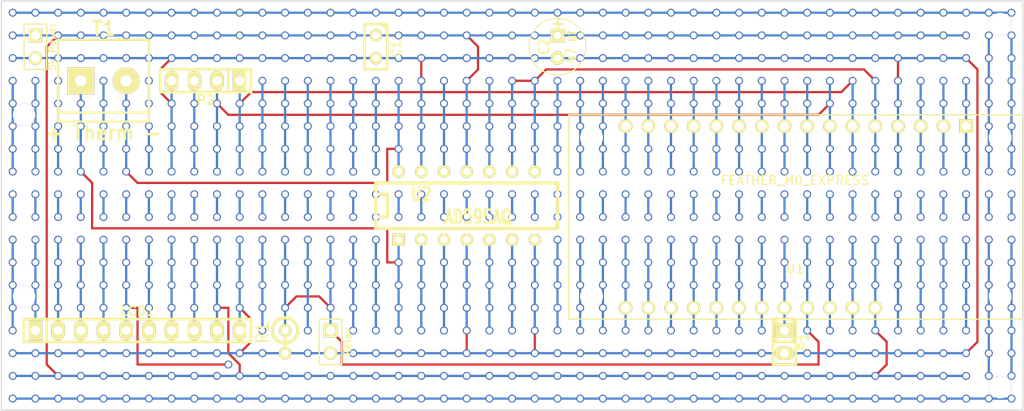
<source format=kicad_pcb>
(kicad_pcb (version 3) (host pcbnew "(2013-june-11)-stable")

  (general
    (links 33)
    (no_connects 0)
    (area 26.785994 89.31148 199.472126 139.38758)
    (thickness 1.6)
    (drawings 4)
    (tracks 1581)
    (zones 0)
    (modules 15)
    (nets 18)
  )

  (page A3)
  (layers
    (15 F.Cu signal)
    (2 Inner2.Cu signal)
    (1 Inner1.Cu signal)
    (0 B.Cu signal)
    (16 B.Adhes user)
    (17 F.Adhes user)
    (18 B.Paste user)
    (19 F.Paste user)
    (20 B.SilkS user)
    (21 F.SilkS user)
    (22 B.Mask user)
    (23 F.Mask user)
    (24 Dwgs.User user)
    (25 Cmts.User user)
    (26 Eco1.User user)
    (27 Eco2.User user)
    (28 Edge.Cuts user)
  )

  (setup
    (last_trace_width 0.254)
    (trace_clearance 0.254)
    (zone_clearance 0.508)
    (zone_45_only no)
    (trace_min 0.254)
    (segment_width 0.2)
    (edge_width 0.1)
    (via_size 0.889)
    (via_drill 0.635)
    (via_min_size 0.889)
    (via_min_drill 0.508)
    (uvia_size 0.508)
    (uvia_drill 0.127)
    (uvias_allowed no)
    (uvia_min_size 0.508)
    (uvia_min_drill 0.127)
    (pcb_text_width 0.3)
    (pcb_text_size 1.5 1.5)
    (mod_edge_width 0.15)
    (mod_text_size 1 1)
    (mod_text_width 0.15)
    (pad_size 1.5 1.5)
    (pad_drill 0.6)
    (pad_to_mask_clearance 0)
    (aux_axis_origin 0 0)
    (visible_elements FFFFFFBF)
    (pcbplotparams
      (layerselection 3178497)
      (usegerberextensions false)
      (excludeedgelayer true)
      (linewidth 0.150000)
      (plotframeref false)
      (viasonmask false)
      (mode 1)
      (useauxorigin false)
      (hpglpennumber 1)
      (hpglpenspeed 20)
      (hpglpendiameter 15)
      (hpglpenoverlay 2)
      (psnegative false)
      (psa4output false)
      (plotreference true)
      (plotvalue true)
      (plotothertext true)
      (plotinvisibletext false)
      (padsonsilk false)
      (subtractmaskfromsilk false)
      (outputformat 2)
      (mirror false)
      (drillshape 0)
      (scaleselection 1)
      (outputdirectory ""))
  )

  (net 0 "")
  (net 1 +5V)
  (net 2 /Buzzer)
  (net 3 /D/C)
  (net 4 /Lite)
  (net 5 /MISO)
  (net 6 /MOSI)
  (net 7 "/Relay Control")
  (net 8 /SCK)
  (net 9 "/Switch 1")
  (net 10 "/Switch 2")
  (net 11 "/Switch 3")
  (net 12 /TFT_CS)
  (net 13 /TFT_RST)
  (net 14 "/Temp Out")
  (net 15 GND)
  (net 16 N-000003)
  (net 17 N-000004)

  (net_class Default "This is the default net class."
    (clearance 0.254)
    (trace_width 0.254)
    (via_dia 0.889)
    (via_drill 0.635)
    (uvia_dia 0.508)
    (uvia_drill 0.127)
    (add_net "")
    (add_net +5V)
    (add_net /Buzzer)
    (add_net /D/C)
    (add_net /Lite)
    (add_net /MISO)
    (add_net /MOSI)
    (add_net "/Relay Control")
    (add_net /SCK)
    (add_net "/Switch 1")
    (add_net "/Switch 2")
    (add_net "/Switch 3")
    (add_net /TFT_CS)
    (add_net /TFT_RST)
    (add_net "/Temp Out")
    (add_net GND)
    (add_net N-000003)
    (add_net N-000004)
  )

  (module AdafruitFeather (layer F.Cu) (tedit 5B08D409) (tstamp 5B2F9A77)
    (at 144.78 115.57 180)
    (path /5B2F9A04)
    (fp_text reference U1 (at 0.1 -5.8 180) (layer F.SilkS)
      (effects (font (size 1 1) (thickness 0.15)))
    )
    (fp_text value FEATHER_M0_EXPRESS (at 0.1 4.1 180) (layer F.SilkS)
      (effects (font (size 1 1) (thickness 0.15)))
    )
    (fp_line (start -25.4 -11.43) (end 25.4 -11.43) (layer F.SilkS) (width 0.15))
    (fp_line (start 25.4 -11.43) (end 25.4 11.43) (layer F.SilkS) (width 0.15))
    (fp_line (start 25.4 11.43) (end -25.4 11.43) (layer F.SilkS) (width 0.15))
    (fp_line (start -25.4 11.43) (end -25.4 -11.43) (layer F.SilkS) (width 0.15))
    (pad "" np_thru_hole circle (at -22.86 -8.89 180) (size 2.54 2.54) (drill 2.54)
      (layers *.Cu *.Mask F.SilkS)
    )
    (pad "" np_thru_hole circle (at -22.86 8.89 180) (size 2.54 2.54) (drill 2.54)
      (layers *.Cu *.Mask F.SilkS)
    )
    (pad "" np_thru_hole circle (at 22.86 -8.89 180) (size 2.54 2.54) (drill 2.54)
      (layers *.Cu *.Mask F.SilkS)
    )
    (pad "" np_thru_hole circle (at 22.86 8.89 180) (size 2.54 2.54) (drill 2.54)
      (layers *.Cu *.Mask F.SilkS)
    )
    (pad 1 thru_hole rect (at -19.05 10.16 180) (size 1.524 1.524) (drill 1.016)
      (layers *.Cu *.Mask F.SilkS)
    )
    (pad 2 thru_hole circle (at -16.51 10.16 180) (size 1.524 1.524) (drill 1.016)
      (layers *.Cu *.Mask F.SilkS)
    )
    (pad 3 thru_hole circle (at -13.97 10.16 180) (size 1.524 1.524) (drill 1.016)
      (layers *.Cu *.Mask F.SilkS)
    )
    (pad 4 thru_hole circle (at -11.43 10.16 180) (size 1.524 1.524) (drill 1.016)
      (layers *.Cu *.Mask F.SilkS)
      (net 15 GND)
    )
    (pad 5 thru_hole circle (at -8.89 10.16 180) (size 1.524 1.524) (drill 1.016)
      (layers *.Cu *.Mask F.SilkS)
      (net 14 "/Temp Out")
    )
    (pad 6 thru_hole circle (at -6.35 10.16 180) (size 1.524 1.524) (drill 1.016)
      (layers *.Cu *.Mask F.SilkS)
      (net 9 "/Switch 1")
    )
    (pad 7 thru_hole circle (at -3.81 10.16 180) (size 1.524 1.524) (drill 1.016)
      (layers *.Cu *.Mask F.SilkS)
      (net 10 "/Switch 2")
    )
    (pad 8 thru_hole circle (at -1.27 10.16 180) (size 1.524 1.524) (drill 1.016)
      (layers *.Cu *.Mask F.SilkS)
      (net 11 "/Switch 3")
    )
    (pad 9 thru_hole circle (at 1.27 10.16 180) (size 1.524 1.524) (drill 1.016)
      (layers *.Cu *.Mask F.SilkS)
    )
    (pad 10 thru_hole circle (at 3.81 10.16 180) (size 1.524 1.524) (drill 1.016)
      (layers *.Cu *.Mask F.SilkS)
    )
    (pad 11 thru_hole circle (at 6.35 10.16 180) (size 1.524 1.524) (drill 1.016)
      (layers *.Cu *.Mask F.SilkS)
      (net 8 /SCK)
    )
    (pad 12 thru_hole circle (at 8.89 10.16 180) (size 1.524 1.524) (drill 1.016)
      (layers *.Cu *.Mask F.SilkS)
      (net 6 /MOSI)
    )
    (pad 13 thru_hole circle (at 11.43 10.16 180) (size 1.524 1.524) (drill 1.016)
      (layers *.Cu *.Mask F.SilkS)
      (net 5 /MISO)
    )
    (pad 14 thru_hole circle (at 13.97 10.16 180) (size 1.524 1.524) (drill 1.016)
      (layers *.Cu *.Mask F.SilkS)
    )
    (pad 15 thru_hole circle (at 16.51 10.16 180) (size 1.524 1.524) (drill 1.016)
      (layers *.Cu *.Mask F.SilkS)
    )
    (pad 16 thru_hole circle (at 19.05 10.16 180) (size 1.524 1.524) (drill 1.016)
      (layers *.Cu *.Mask F.SilkS)
    )
    (pad 17 thru_hole circle (at 19.05 -10.16 180) (size 1.524 1.524) (drill 1.016)
      (layers *.Cu *.Mask F.SilkS)
    )
    (pad 18 thru_hole circle (at 16.51 -10.16 180) (size 1.524 1.524) (drill 1.016)
      (layers *.Cu *.Mask F.SilkS)
    )
    (pad 19 thru_hole circle (at 13.97 -10.16 180) (size 1.524 1.524) (drill 1.016)
      (layers *.Cu *.Mask F.SilkS)
      (net 4 /Lite)
    )
    (pad 20 thru_hole circle (at 11.43 -10.16 180) (size 1.524 1.524) (drill 1.016)
      (layers *.Cu *.Mask F.SilkS)
      (net 12 /TFT_CS)
    )
    (pad 21 thru_hole circle (at 8.89 -10.16 180) (size 1.524 1.524) (drill 1.016)
      (layers *.Cu *.Mask F.SilkS)
    )
    (pad 22 thru_hole circle (at 6.35 -10.16 180) (size 1.524 1.524) (drill 1.016)
      (layers *.Cu *.Mask F.SilkS)
      (net 3 /D/C)
    )
    (pad 23 thru_hole circle (at 3.81 -10.16 180) (size 1.524 1.524) (drill 1.016)
      (layers *.Cu *.Mask F.SilkS)
      (net 13 /TFT_RST)
    )
    (pad 24 thru_hole circle (at 1.27 -10.16 180) (size 1.524 1.524) (drill 1.016)
      (layers *.Cu *.Mask F.SilkS)
      (net 2 /Buzzer)
    )
    (pad 25 thru_hole circle (at -1.27 -10.16 180) (size 1.524 1.524) (drill 1.016)
      (layers *.Cu *.Mask F.SilkS)
      (net 7 "/Relay Control")
    )
    (pad 26 thru_hole circle (at -3.81 -10.16 180) (size 1.524 1.524) (drill 1.016)
      (layers *.Cu *.Mask F.SilkS)
    )
    (pad 27 thru_hole circle (at -6.35 -10.16 180) (size 1.524 1.524) (drill 1.016)
      (layers *.Cu *.Mask F.SilkS)
    )
    (pad 28 thru_hole circle (at -8.89 -10.16 180) (size 1.524 1.524) (drill 1.016)
      (layers *.Cu *.Mask F.SilkS)
      (net 1 +5V)
    )
  )

  (module R1 (layer F.Cu) (tedit 200000) (tstamp 5B2FC5DC)
    (at 87.63 129.54 270)
    (descr "Resistance verticale")
    (tags R)
    (path /5B2FC449)
    (autoplace_cost90 10)
    (autoplace_cost180 10)
    (fp_text reference R1 (at -1.016 2.54 270) (layer F.SilkS)
      (effects (font (size 1.397 1.27) (thickness 0.2032)))
    )
    (fp_text value "10K Ohms" (at -1.143 2.54 270) (layer F.SilkS) hide
      (effects (font (size 1.397 1.27) (thickness 0.2032)))
    )
    (fp_line (start -1.27 0) (end 1.27 0) (layer F.SilkS) (width 0.381))
    (fp_circle (center -1.27 0) (end -0.635 1.27) (layer F.SilkS) (width 0.381))
    (pad 1 thru_hole circle (at -1.27 0 270) (size 1.397 1.397) (drill 0.8128)
      (layers *.Cu *.Mask F.SilkS)
      (net 7 "/Relay Control")
    )
    (pad 2 thru_hole circle (at 1.27 0 270) (size 1.397 1.397) (drill 0.8128)
      (layers *.Cu *.Mask F.SilkS)
      (net 15 GND)
    )
    (model discret/verti_resistor.wrl
      (at (xyz 0 0 0))
      (scale (xyz 1 1 1))
      (rotate (xyz 0 0 0))
    )
  )

  (module pin_strip_4 (layer F.Cu) (tedit 4B90DFFC) (tstamp 5B2FC5E9)
    (at 78.74 100.33 180)
    (descr "Pin strip 4pin")
    (tags "CONN DEV")
    (path /5B2FC271)
    (fp_text reference P2 (at 0 -2.159 180) (layer F.SilkS)
      (effects (font (size 1.016 1.016) (thickness 0.2032)))
    )
    (fp_text value Switches (at 0.254 -3.556 180) (layer F.SilkS) hide
      (effects (font (size 1.016 0.889) (thickness 0.2032)))
    )
    (fp_line (start -2.54 -1.27) (end -2.54 1.27) (layer F.SilkS) (width 0.3048))
    (fp_line (start 5.08 1.27) (end -5.08 1.27) (layer F.SilkS) (width 0.3048))
    (fp_line (start -5.08 -1.27) (end 5.08 -1.27) (layer F.SilkS) (width 0.3048))
    (fp_line (start -5.08 1.27) (end -5.08 -1.27) (layer F.SilkS) (width 0.3048))
    (fp_line (start 5.08 -1.27) (end 5.08 1.27) (layer F.SilkS) (width 0.3048))
    (pad 1 thru_hole rect (at -3.81 0 180) (size 1.524 2.19964) (drill 1.00076)
      (layers *.Cu *.Mask F.SilkS)
      (net 9 "/Switch 1")
    )
    (pad 2 thru_hole oval (at -1.27 0 180) (size 1.524 2.19964) (drill 1.00076)
      (layers *.Cu *.Mask F.SilkS)
      (net 10 "/Switch 2")
    )
    (pad 3 thru_hole oval (at 1.27 0 180) (size 1.524 2.19964) (drill 1.00076)
      (layers *.Cu *.Mask F.SilkS)
      (net 11 "/Switch 3")
    )
    (pad 4 thru_hole oval (at 3.81 0 180) (size 1.524 2.19964) (drill 1.00076)
      (layers *.Cu *.Mask F.SilkS)
      (net 15 GND)
    )
    (model walter/pin_strip/pin_strip_4.wrl
      (at (xyz 0 0 0))
      (scale (xyz 1 1 1))
      (rotate (xyz 0 0 0))
    )
  )

  (module pin_strip_2 (layer F.Cu) (tedit 4F0999B2) (tstamp 5B2FC5F6)
    (at 143.51 129.54 270)
    (descr "Pin strip 2pin")
    (tags "CONN DEV")
    (path /5B2FC244)
    (fp_text reference P1 (at 0 -2.159 270) (layer F.SilkS)
      (effects (font (size 1.016 1.016) (thickness 0.2032)))
    )
    (fp_text value Buzzer (at 0.254 -3.556 270) (layer F.SilkS) hide
      (effects (font (size 1.016 0.889) (thickness 0.2032)))
    )
    (fp_line (start 0 -1.27) (end 0 1.27) (layer F.SilkS) (width 0.3048))
    (fp_line (start 0 1.27) (end -2.54 -1.27) (layer F.SilkS) (width 0.3048))
    (fp_line (start -2.54 1.27) (end 0 -1.27) (layer F.SilkS) (width 0.3048))
    (fp_line (start 2.54 1.27) (end -2.54 1.27) (layer F.SilkS) (width 0.3048))
    (fp_line (start -2.54 -1.27) (end 2.54 -1.27) (layer F.SilkS) (width 0.3048))
    (fp_line (start -2.54 1.27) (end -2.54 -1.27) (layer F.SilkS) (width 0.3048))
    (fp_line (start 2.54 -1.27) (end 2.54 1.27) (layer F.SilkS) (width 0.3048))
    (pad 1 thru_hole rect (at -1.27 0 270) (size 1.524 2.19964) (drill 1.00076)
      (layers *.Cu *.Mask F.SilkS)
      (net 2 /Buzzer)
    )
    (pad 2 thru_hole oval (at 1.27 0 270) (size 1.524 2.19964) (drill 1.00076)
      (layers *.Cu *.Mask F.SilkS)
      (net 15 GND)
    )
    (model walter/pin_strip/pin_strip_2.wrl
      (at (xyz 0 0 0))
      (scale (xyz 1 1 1))
      (rotate (xyz 0 0 0))
    )
  )

  (module pin_strip_10 (layer F.Cu) (tedit 4B90DB5D) (tstamp 5B2FC609)
    (at 71.12 128.27)
    (descr "Pin strip 10pin")
    (tags "CONN DEV")
    (path /5B2FBBEF)
    (fp_text reference LCD1 (at 0 -2.159) (layer F.SilkS)
      (effects (font (size 1.016 1.016) (thickness 0.2032)))
    )
    (fp_text value 160X128_TFT_DISPLAY (at 0.254 -3.556) (layer F.SilkS) hide
      (effects (font (size 1.016 0.889) (thickness 0.2032)))
    )
    (fp_line (start -10.16 -1.27) (end -10.16 1.27) (layer F.SilkS) (width 0.3048))
    (fp_line (start -12.7 -1.27) (end 12.7 -1.27) (layer F.SilkS) (width 0.3048))
    (fp_line (start 12.7 -1.27) (end 12.7 1.27) (layer F.SilkS) (width 0.3048))
    (fp_line (start 12.7 1.27) (end -12.7 1.27) (layer F.SilkS) (width 0.3048))
    (fp_line (start -12.7 1.27) (end -12.7 -1.27) (layer F.SilkS) (width 0.3048))
    (pad 1 thru_hole rect (at -11.43 0) (size 1.524 2.19964) (drill 1.00076)
      (layers *.Cu *.Mask F.SilkS)
      (net 4 /Lite)
    )
    (pad 2 thru_hole oval (at -8.89 0) (size 1.524 2.19964) (drill 1.00076)
      (layers *.Cu *.Mask F.SilkS)
      (net 5 /MISO)
    )
    (pad 3 thru_hole oval (at -6.35 0) (size 1.524 2.19964) (drill 1.00076)
      (layers *.Cu *.Mask F.SilkS)
      (net 8 /SCK)
    )
    (pad 4 thru_hole oval (at -3.81 0) (size 1.524 2.19964) (drill 1.00076)
      (layers *.Cu *.Mask F.SilkS)
      (net 6 /MOSI)
    )
    (pad 5 thru_hole oval (at -1.27 0) (size 1.524 2.19964) (drill 1.00076)
      (layers *.Cu *.Mask F.SilkS)
      (net 12 /TFT_CS)
    )
    (pad 6 thru_hole oval (at 1.27 0) (size 1.524 2.19964) (drill 1.00076)
      (layers *.Cu *.Mask F.SilkS)
    )
    (pad 7 thru_hole oval (at 3.81 0) (size 1.524 2.19964) (drill 1.00076)
      (layers *.Cu *.Mask F.SilkS)
      (net 3 /D/C)
    )
    (pad 8 thru_hole oval (at 6.35 0) (size 1.524 2.19964) (drill 1.00076)
      (layers *.Cu *.Mask F.SilkS)
      (net 13 /TFT_RST)
    )
    (pad 9 thru_hole oval (at 8.89 0) (size 1.524 2.19964) (drill 1.00076)
      (layers *.Cu *.Mask F.SilkS)
      (net 1 +5V)
    )
    (pad 10 thru_hole oval (at 11.43 0) (size 1.524 2.19964) (drill 1.00076)
      (layers *.Cu *.Mask F.SilkS)
      (net 15 GND)
    )
    (model walter/pin_strip/pin_strip_10.wrl
      (at (xyz 0 0 0))
      (scale (xyz 1 1 1))
      (rotate (xyz 0 0 0))
    )
  )

  (module mors_2p (layer F.Cu) (tedit 4B90D9AA) (tstamp 5B2FC618)
    (at 67.31 100.33)
    (descr "Terminal block 2 pins")
    (tags DEV)
    (path /5B2FBFCB)
    (fp_text reference T1 (at 0 -5.842) (layer F.SilkS)
      (effects (font (size 1.524 1.524) (thickness 0.3048)))
    )
    (fp_text value "+ Therm -" (at 0 5.842) (layer F.SilkS)
      (effects (font (size 1.524 1.524) (thickness 0.3048)))
    )
    (fp_line (start 5.08 -3.81) (end 5.08 -4.572) (layer F.SilkS) (width 0.254))
    (fp_line (start 5.08 -4.572) (end -5.08 -4.572) (layer F.SilkS) (width 0.254))
    (fp_line (start -5.08 -4.572) (end -5.08 -3.81) (layer F.SilkS) (width 0.254))
    (fp_line (start 5.08 4.572) (end -5.08 4.572) (layer F.SilkS) (width 0.254))
    (fp_line (start -5.08 4.572) (end -5.08 3.556) (layer F.SilkS) (width 0.254))
    (fp_line (start -5.08 3.556) (end 5.08 3.556) (layer F.SilkS) (width 0.254))
    (fp_line (start 5.08 3.556) (end 5.08 4.572) (layer F.SilkS) (width 0.254))
    (fp_line (start 5.08 3.81) (end 5.08 -3.81) (layer F.SilkS) (width 0.254))
    (fp_line (start -5.08 -3.81) (end -5.08 3.81) (layer F.SilkS) (width 0.254))
    (pad 1 thru_hole rect (at -2.54 0) (size 2.99974 2.99974) (drill 1.24968)
      (layers *.Cu *.Mask F.SilkS)
      (net 16 N-000003)
    )
    (pad 2 thru_hole circle (at 2.54 0) (size 2.99974 2.99974) (drill 1.24968)
      (layers *.Cu *.Mask F.SilkS)
      (net 17 N-000004)
    )
    (model walter/conn_screw/mors_2p.wrl
      (at (xyz 0 0 0))
      (scale (xyz 1 1 1))
      (rotate (xyz 0 0 0))
    )
  )

  (module DIP-14__300 (layer F.Cu) (tedit 200000) (tstamp 5B2FC64F)
    (at 107.95 114.3)
    (descr "14 pins DIL package, round pads")
    (tags DIL)
    (path /5B2FBC09)
    (fp_text reference U2 (at -5.08 -1.27) (layer F.SilkS)
      (effects (font (size 1.524 1.143) (thickness 0.3048)))
    )
    (fp_text value AD595AQ (at 1.27 1.27) (layer F.SilkS)
      (effects (font (size 1.524 1.143) (thickness 0.3048)))
    )
    (fp_line (start -10.16 -2.54) (end 10.16 -2.54) (layer F.SilkS) (width 0.381))
    (fp_line (start 10.16 2.54) (end -10.16 2.54) (layer F.SilkS) (width 0.381))
    (fp_line (start -10.16 2.54) (end -10.16 -2.54) (layer F.SilkS) (width 0.381))
    (fp_line (start -10.16 -1.27) (end -8.89 -1.27) (layer F.SilkS) (width 0.381))
    (fp_line (start -8.89 -1.27) (end -8.89 1.27) (layer F.SilkS) (width 0.381))
    (fp_line (start -8.89 1.27) (end -10.16 1.27) (layer F.SilkS) (width 0.381))
    (fp_line (start 10.16 -2.54) (end 10.16 2.54) (layer F.SilkS) (width 0.381))
    (pad 1 thru_hole rect (at -7.62 3.81) (size 1.397 1.397) (drill 0.8128)
      (layers *.Cu *.Mask F.SilkS)
      (net 16 N-000003)
    )
    (pad 2 thru_hole circle (at -5.08 3.81) (size 1.397 1.397) (drill 0.8128)
      (layers *.Cu *.Mask F.SilkS)
    )
    (pad 3 thru_hole circle (at -2.54 3.81) (size 1.397 1.397) (drill 0.8128)
      (layers *.Cu *.Mask F.SilkS)
    )
    (pad 4 thru_hole circle (at 0 3.81) (size 1.397 1.397) (drill 0.8128)
      (layers *.Cu *.Mask F.SilkS)
      (net 15 GND)
    )
    (pad 5 thru_hole circle (at 2.54 3.81) (size 1.397 1.397) (drill 0.8128)
      (layers *.Cu *.Mask F.SilkS)
    )
    (pad 6 thru_hole circle (at 5.08 3.81) (size 1.397 1.397) (drill 0.8128)
      (layers *.Cu *.Mask F.SilkS)
    )
    (pad 7 thru_hole circle (at 7.62 3.81) (size 1.397 1.397) (drill 0.8128)
      (layers *.Cu *.Mask F.SilkS)
      (net 15 GND)
    )
    (pad 8 thru_hole circle (at 7.62 -3.81) (size 1.397 1.397) (drill 0.8128)
      (layers *.Cu *.Mask F.SilkS)
      (net 14 "/Temp Out")
    )
    (pad 9 thru_hole circle (at 5.08 -3.81) (size 1.397 1.397) (drill 0.8128)
      (layers *.Cu *.Mask F.SilkS)
      (net 14 "/Temp Out")
    )
    (pad 10 thru_hole circle (at 2.54 -3.81) (size 1.397 1.397) (drill 0.8128)
      (layers *.Cu *.Mask F.SilkS)
    )
    (pad 11 thru_hole circle (at 0 -3.81) (size 1.397 1.397) (drill 0.8128)
      (layers *.Cu *.Mask F.SilkS)
      (net 1 +5V)
    )
    (pad 12 thru_hole circle (at -2.54 -3.81) (size 1.397 1.397) (drill 0.8128)
      (layers *.Cu *.Mask F.SilkS)
    )
    (pad 13 thru_hole circle (at -5.08 -3.81) (size 1.397 1.397) (drill 0.8128)
      (layers *.Cu *.Mask F.SilkS)
      (net 15 GND)
    )
    (pad 14 thru_hole circle (at -7.62 -3.81) (size 1.397 1.397) (drill 0.8128)
      (layers *.Cu *.Mask F.SilkS)
      (net 17 N-000004)
    )
    (model dil/dil_14.wrl
      (at (xyz 0 0 0))
      (scale (xyz 1 1 1))
      (rotate (xyz 0 0 0))
    )
  )

  (module C1V7 (layer F.Cu) (tedit 200000) (tstamp 5B2FC657)
    (at 118.11 96.52 270)
    (path /5B2FC378)
    (fp_text reference C2 (at 0 1.524 270) (layer F.SilkS)
      (effects (font (size 1.143 0.889) (thickness 0.2032)))
    )
    (fp_text value "47 uf" (at 0 -1.524 270) (layer F.SilkS)
      (effects (font (size 1.143 0.889) (thickness 0.2032)))
    )
    (fp_text user + (at -2.54 0 270) (layer F.SilkS)
      (effects (font (size 1.143 1.143) (thickness 0.3048)))
    )
    (fp_circle (center 0 0) (end 3.175 0) (layer F.SilkS) (width 0.127))
    (pad 1 thru_hole rect (at -1.27 0 270) (size 1.524 1.524) (drill 0.8128)
      (layers *.Cu *.Mask F.SilkS)
      (net 1 +5V)
    )
    (pad 2 thru_hole circle (at 1.27 0 270) (size 1.524 1.524) (drill 0.8128)
      (layers *.Cu *.Mask F.SilkS)
      (net 15 GND)
    )
    (model discret/c_vert_c1v7.wrl
      (at (xyz 0 0 0))
      (scale (xyz 1 1 1))
      (rotate (xyz 0 0 0))
    )
  )

  (module C1 (layer F.Cu) (tedit 3F92C496) (tstamp 5B2FC662)
    (at 97.79 96.52 270)
    (descr "Condensateur e = 1 pas")
    (tags C)
    (path /5B2FBFE4)
    (fp_text reference C1 (at 0.254 -2.286 270) (layer F.SilkS)
      (effects (font (size 1.016 1.016) (thickness 0.2032)))
    )
    (fp_text value ".1 uf" (at 0 -2.286 270) (layer F.SilkS) hide
      (effects (font (size 1.016 1.016) (thickness 0.2032)))
    )
    (fp_line (start -2.4892 -1.27) (end 2.54 -1.27) (layer F.SilkS) (width 0.3048))
    (fp_line (start 2.54 -1.27) (end 2.54 1.27) (layer F.SilkS) (width 0.3048))
    (fp_line (start 2.54 1.27) (end -2.54 1.27) (layer F.SilkS) (width 0.3048))
    (fp_line (start -2.54 1.27) (end -2.54 -1.27) (layer F.SilkS) (width 0.3048))
    (fp_line (start -2.54 -0.635) (end -1.905 -1.27) (layer F.SilkS) (width 0.3048))
    (pad 1 thru_hole circle (at -1.27 0 270) (size 1.397 1.397) (drill 0.8128)
      (layers *.Cu *.Mask F.SilkS)
      (net 1 +5V)
    )
    (pad 2 thru_hole circle (at 1.27 0 270) (size 1.397 1.397) (drill 0.8128)
      (layers *.Cu *.Mask F.SilkS)
      (net 15 GND)
    )
    (model discret/capa_1_pas.wrl
      (at (xyz 0 0 0))
      (scale (xyz 1 1 1))
      (rotate (xyz 0 0 0))
    )
  )

  (module ScrewTerm2.54-2 (layer F.Cu) (tedit 594CFC1E) (tstamp 5B2FC627)
    (at 59.69 96.52 270)
    (descr "Connecteurs 2 pins")
    (tags "CONN DEV")
    (path /5B2FC253)
    (fp_text reference T2 (at -2.7 -1.9 270) (layer F.SilkS) hide
      (effects (font (size 0.762 0.762) (thickness 0.1524)))
    )
    (fp_text value "5V Power" (at 0 -1.905 270) (layer F.SilkS)
      (effects (font (size 0.762 0.762) (thickness 0.1524)))
    )
    (fp_line (start -2.54 1.27) (end -2.54 -1.27) (layer F.SilkS) (width 0.1524))
    (fp_line (start -2.54 -1.27) (end 2.54 -1.27) (layer F.SilkS) (width 0.1524))
    (fp_line (start 2.54 -1.27) (end 2.54 1.27) (layer F.SilkS) (width 0.1524))
    (fp_line (start 2.54 1.27) (end -2.54 1.27) (layer F.SilkS) (width 0.1524))
    (pad 1 thru_hole rect (at -1.27 0) (size 1.524 1.524) (drill 1.016)
      (layers *.Cu *.Mask F.SilkS)
      (net 1 +5V)
    )
    (pad 2 thru_hole circle (at 1.27 0) (size 1.524 1.524) (drill 1.016)
      (layers *.Cu *.Mask F.SilkS)
      (net 15 GND)
    )
    (model walter/conn_screw/mors_2p.wrl
      (at (xyz 0 0 0))
      (scale (xyz 0.5 0.5 0.5))
      (rotate (xyz 0 0 180))
    )
  )

  (module ScrewTerm2.54-2 (layer F.Cu) (tedit 594CFC1E) (tstamp 5B2FDF82)
    (at 92.71 129.54 270)
    (descr "Connecteurs 2 pins")
    (tags "CONN DEV")
    (path /5B2FC262)
    (fp_text reference T3 (at -2.7 -1.9 270) (layer F.SilkS) hide
      (effects (font (size 0.762 0.762) (thickness 0.1524)))
    )
    (fp_text value Relay (at 0 -1.905 270) (layer F.SilkS)
      (effects (font (size 0.762 0.762) (thickness 0.1524)))
    )
    (fp_line (start -2.54 1.27) (end -2.54 -1.27) (layer F.SilkS) (width 0.1524))
    (fp_line (start -2.54 -1.27) (end 2.54 -1.27) (layer F.SilkS) (width 0.1524))
    (fp_line (start 2.54 -1.27) (end 2.54 1.27) (layer F.SilkS) (width 0.1524))
    (fp_line (start 2.54 1.27) (end -2.54 1.27) (layer F.SilkS) (width 0.1524))
    (pad 1 thru_hole rect (at -1.27 0) (size 1.524 1.524) (drill 1.016)
      (layers *.Cu *.Mask F.SilkS)
      (net 7 "/Relay Control")
    )
    (pad 2 thru_hole circle (at 1.27 0) (size 1.524 1.524) (drill 1.016)
      (layers *.Cu *.Mask F.SilkS)
      (net 15 GND)
    )
    (model walter/conn_screw/mors_2p.wrl
      (at (xyz 0 0 0))
      (scale (xyz 0.5 0.5 0.5))
      (rotate (xyz 0 0 180))
    )
  )

  (module MountingHole_2-5mm_RevA_Date21Jun2010 (layer F.Cu) (tedit 5B300BF9) (tstamp 5B3017E7)
    (at 58.42 104.14)
    (descr "Mounting hole, Befestigungsbohrung, 2,5mm, No Annular, Kein Restring,")
    (tags "Mounting hole, Befestigungsbohrung, 2,5mm, No Annular, Kein Restring,")
    (fp_text reference MH (at 0 -3.50012) (layer F.SilkS) hide
      (effects (font (size 1.524 1.524) (thickness 0.3048)))
    )
    (fp_text value MountingHole_2-5mm_RevA_Date21Jun2010 (at 0.09906 3.59918) (layer F.SilkS) hide
      (effects (font (size 1.524 1.524) (thickness 0.3048)))
    )
    (fp_circle (center 0 0) (end 2.49936 0) (layer Cmts.User) (width 0.381))
    (pad 1 thru_hole circle (at 0 0) (size 2.49936 2.49936) (drill 2.49936)
      (layers)
    )
  )

  (module MountingHole_2-5mm_RevA_Date21Jun2010 (layer F.Cu) (tedit 5B300C0D) (tstamp 5B3017FD)
    (at 58.42 124.46)
    (descr "Mounting hole, Befestigungsbohrung, 2,5mm, No Annular, Kein Restring,")
    (tags "Mounting hole, Befestigungsbohrung, 2,5mm, No Annular, Kein Restring,")
    (fp_text reference MH (at 0 -3.50012) (layer F.SilkS) hide
      (effects (font (size 1.524 1.524) (thickness 0.3048)))
    )
    (fp_text value MountingHole_2-5mm_RevA_Date21Jun2010 (at 0.09906 3.59918) (layer F.SilkS) hide
      (effects (font (size 1.524 1.524) (thickness 0.3048)))
    )
    (fp_circle (center 0 0) (end 2.49936 0) (layer Cmts.User) (width 0.381))
    (pad 1 thru_hole circle (at 0 0) (size 2.49936 2.49936) (drill 2.49936)
      (layers)
    )
  )

  (module MountingHole_2-5mm_RevA_Date21Jun2010 (layer F.Cu) (tedit 5B300C23) (tstamp 5B301813)
    (at 167.64 134.62)
    (descr "Mounting hole, Befestigungsbohrung, 2,5mm, No Annular, Kein Restring,")
    (tags "Mounting hole, Befestigungsbohrung, 2,5mm, No Annular, Kein Restring,")
    (fp_text reference MH (at 0 -3.50012) (layer F.SilkS) hide
      (effects (font (size 1.524 1.524) (thickness 0.3048)))
    )
    (fp_text value MountingHole_2-5mm_RevA_Date21Jun2010 (at 0.09906 3.59918) (layer F.SilkS) hide
      (effects (font (size 1.524 1.524) (thickness 0.3048)))
    )
    (fp_circle (center 0 0) (end 2.49936 0) (layer Cmts.User) (width 0.381))
    (pad 1 thru_hole circle (at 0 0) (size 2.49936 2.49936) (drill 2.49936)
      (layers)
    )
  )

  (module MountingHole_2-5mm_RevA_Date21Jun2010 (layer F.Cu) (tedit 5B300C36) (tstamp 5B301829)
    (at 167.64 93.98)
    (descr "Mounting hole, Befestigungsbohrung, 2,5mm, No Annular, Kein Restring,")
    (tags "Mounting hole, Befestigungsbohrung, 2,5mm, No Annular, Kein Restring,")
    (fp_text reference MH (at 0 -3.50012) (layer F.SilkS) hide
      (effects (font (size 1.524 1.524) (thickness 0.3048)))
    )
    (fp_text value MountingHole_2-5mm_RevA_Date21Jun2010 (at 0.09906 3.59918) (layer F.SilkS) hide
      (effects (font (size 1.524 1.524) (thickness 0.3048)))
    )
    (fp_circle (center 0 0) (end 2.49936 0) (layer Cmts.User) (width 0.381))
    (pad 1 thru_hole circle (at 0 0) (size 2.49936 2.49936) (drill 2.49936)
      (layers)
    )
  )

  (gr_line (start 170.18 137.16) (end 170.18 91.4) (angle 90) (layer Edge.Cuts) (width 0.1))
  (gr_line (start 55.88 137.16) (end 170.18 137.16) (angle 90) (layer Edge.Cuts) (width 0.1))
  (gr_line (start 55.88 91.4) (end 55.88 137.16) (angle 90) (layer Edge.Cuts) (width 0.1))
  (gr_line (start 170.18 91.4) (end 55.88 91.4) (angle 90) (layer Edge.Cuts) (width 0.1))

  (segment (start 168.91 92.71) (end 166.37 92.71) (width 0.254) (layer B.Cu) (net 0))
  (via (at 69.85 92.71) (size 0.889) (layers F.Cu B.Cu) (net 0) (tstamp 5B312893))
  (via (at 72.39 92.71) (size 0.889) (layers F.Cu B.Cu) (net 0) (tstamp 5B3128AC))
  (via (at 77.47 92.71) (size 0.889) (layers F.Cu B.Cu) (net 0) (tstamp 5B3128C9))
  (via (at 74.93 92.71) (size 0.889) (layers F.Cu B.Cu) (net 0) (tstamp 5B3128E2))
  (via (at 85.09 92.71) (size 0.889) (layers F.Cu B.Cu) (net 0) (tstamp 5B3128FF))
  (via (at 87.63 92.71) (size 0.889) (layers F.Cu B.Cu) (net 0) (tstamp 5B312918))
  (via (at 82.55 92.71) (size 0.889) (layers F.Cu B.Cu) (net 0) (tstamp 5B312935))
  (via (at 80.01 92.71) (size 0.889) (layers F.Cu B.Cu) (net 0) (tstamp 5B31294E))
  (via (at 59.69 92.71) (size 0.889) (layers F.Cu B.Cu) (net 0) (tstamp 5B31296B))
  (via (at 62.23 92.71) (size 0.889) (layers F.Cu B.Cu) (net 0) (tstamp 5B312984))
  (via (at 67.31 92.71) (size 0.889) (layers F.Cu B.Cu) (net 0) (tstamp 5B3129A1))
  (via (at 64.77 92.71) (size 0.889) (layers F.Cu B.Cu) (net 0) (tstamp 5B3129BA))
  (via (at 57.15 92.71) (size 0.889) (layers F.Cu B.Cu) (net 0) (tstamp 5B3129F0))
  (via (at 130.81 92.71) (size 0.889) (layers F.Cu B.Cu) (net 0) (tstamp 5B312A43))
  (via (at 133.35 92.71) (size 0.889) (layers F.Cu B.Cu) (net 0) (tstamp 5B312A5C))
  (via (at 138.43 92.71) (size 0.889) (layers F.Cu B.Cu) (net 0) (tstamp 5B312A79))
  (via (at 135.89 92.71) (size 0.889) (layers F.Cu B.Cu) (net 0) (tstamp 5B312A92))
  (via (at 146.05 92.71) (size 0.889) (layers F.Cu B.Cu) (net 0) (tstamp 5B312AAF))
  (via (at 148.59 92.71) (size 0.889) (layers F.Cu B.Cu) (net 0) (tstamp 5B312AC8))
  (via (at 143.51 92.71) (size 0.889) (layers F.Cu B.Cu) (net 0) (tstamp 5B312AE5))
  (via (at 140.97 92.71) (size 0.889) (layers F.Cu B.Cu) (net 0) (tstamp 5B312AFE))
  (via (at 161.29 92.71) (size 0.889) (layers F.Cu B.Cu) (net 0) (tstamp 5B312B1B))
  (via (at 163.83 92.71) (size 0.889) (layers F.Cu B.Cu) (net 0) (tstamp 5B312B34))
  (via (at 166.37 92.71) (size 0.889) (layers F.Cu B.Cu) (net 0) (tstamp 5B312B6A))
  (via (at 156.21 92.71) (size 0.889) (layers F.Cu B.Cu) (net 0) (tstamp 5B312B87))
  (via (at 158.75 92.71) (size 0.889) (layers F.Cu B.Cu) (net 0) (tstamp 5B312BA0))
  (via (at 153.67 92.71) (size 0.889) (layers F.Cu B.Cu) (net 0) (tstamp 5B312BBD))
  (via (at 151.13 92.71) (size 0.889) (layers F.Cu B.Cu) (net 0) (tstamp 5B312BD6))
  (via (at 110.49 92.71) (size 0.889) (layers F.Cu B.Cu) (net 0) (tstamp 5B312BF3))
  (via (at 113.03 92.71) (size 0.889) (layers F.Cu B.Cu) (net 0) (tstamp 5B312C0C))
  (via (at 118.11 92.71) (size 0.889) (layers F.Cu B.Cu) (net 0) (tstamp 5B312C29))
  (via (at 115.57 92.71) (size 0.889) (layers F.Cu B.Cu) (net 0) (tstamp 5B312C42))
  (via (at 125.73 92.71) (size 0.889) (layers F.Cu B.Cu) (net 0) (tstamp 5B312C5F))
  (via (at 128.27 92.71) (size 0.889) (layers F.Cu B.Cu) (net 0) (tstamp 5B312C78))
  (via (at 123.19 92.71) (size 0.889) (layers F.Cu B.Cu) (net 0) (tstamp 5B312C95))
  (via (at 120.65 92.71) (size 0.889) (layers F.Cu B.Cu) (net 0) (tstamp 5B312CAE))
  (via (at 100.33 92.71) (size 0.889) (layers F.Cu B.Cu) (net 0) (tstamp 5B312CCB))
  (via (at 102.87 92.71) (size 0.889) (layers F.Cu B.Cu) (net 0) (tstamp 5B312CE4))
  (via (at 107.95 92.71) (size 0.889) (layers F.Cu B.Cu) (net 0) (tstamp 5B312D01))
  (via (at 105.41 92.71) (size 0.889) (layers F.Cu B.Cu) (net 0) (tstamp 5B312D1A))
  (via (at 95.25 92.71) (size 0.889) (layers F.Cu B.Cu) (net 0) (tstamp 5B312D37))
  (via (at 97.79 92.71) (size 0.889) (layers F.Cu B.Cu) (net 0) (tstamp 5B312D50))
  (via (at 92.71 92.71) (size 0.889) (layers F.Cu B.Cu) (net 0) (tstamp 5B312D6D))
  (via (at 90.17 92.71) (size 0.889) (layers F.Cu B.Cu) (net 0) (tstamp 5B312D86))
  (via (at 168.91 92.71) (size 0.889) (layers F.Cu B.Cu) (net 0) (tstamp 5B312B51))
  (segment (start 59.69 92.71) (end 57.15 92.71) (width 0.254) (layer B.Cu) (net 0) (tstamp 5B312F41))
  (segment (start 62.23 92.71) (end 59.69 92.71) (width 0.254) (layer B.Cu) (net 0) (tstamp 5B312F40))
  (segment (start 64.77 92.71) (end 62.23 92.71) (width 0.254) (layer B.Cu) (net 0) (tstamp 5B312F3F))
  (segment (start 67.31 92.71) (end 64.77 92.71) (width 0.254) (layer B.Cu) (net 0) (tstamp 5B312F3E))
  (segment (start 69.85 92.71) (end 67.31 92.71) (width 0.254) (layer B.Cu) (net 0) (tstamp 5B312F3D))
  (segment (start 72.39 92.71) (end 69.85 92.71) (width 0.254) (layer B.Cu) (net 0) (tstamp 5B312F3C))
  (segment (start 74.93 92.71) (end 72.39 92.71) (width 0.254) (layer B.Cu) (net 0) (tstamp 5B312F3B))
  (segment (start 77.47 92.71) (end 74.93 92.71) (width 0.254) (layer B.Cu) (net 0) (tstamp 5B312F3A))
  (segment (start 80.01 92.71) (end 77.47 92.71) (width 0.254) (layer B.Cu) (net 0) (tstamp 5B312F39))
  (segment (start 82.55 92.71) (end 80.01 92.71) (width 0.254) (layer B.Cu) (net 0) (tstamp 5B312F38))
  (segment (start 85.09 92.71) (end 82.55 92.71) (width 0.254) (layer B.Cu) (net 0) (tstamp 5B312F37))
  (segment (start 87.63 92.71) (end 85.09 92.71) (width 0.254) (layer B.Cu) (net 0) (tstamp 5B312F36))
  (segment (start 90.17 92.71) (end 87.63 92.71) (width 0.254) (layer B.Cu) (net 0) (tstamp 5B312F35))
  (segment (start 92.71 92.71) (end 90.17 92.71) (width 0.254) (layer B.Cu) (net 0) (tstamp 5B312F34))
  (segment (start 95.25 92.71) (end 92.71 92.71) (width 0.254) (layer B.Cu) (net 0) (tstamp 5B312F33))
  (segment (start 97.79 92.71) (end 95.25 92.71) (width 0.254) (layer B.Cu) (net 0) (tstamp 5B312F32))
  (segment (start 100.33 92.71) (end 97.79 92.71) (width 0.254) (layer B.Cu) (net 0) (tstamp 5B312F31))
  (segment (start 102.87 92.71) (end 100.33 92.71) (width 0.254) (layer B.Cu) (net 0) (tstamp 5B312F30))
  (segment (start 105.41 92.71) (end 102.87 92.71) (width 0.254) (layer B.Cu) (net 0) (tstamp 5B312F2F))
  (segment (start 107.95 92.71) (end 105.41 92.71) (width 0.254) (layer B.Cu) (net 0) (tstamp 5B312F2E))
  (segment (start 110.49 92.71) (end 107.95 92.71) (width 0.254) (layer B.Cu) (net 0) (tstamp 5B312F2D))
  (segment (start 113.03 92.71) (end 110.49 92.71) (width 0.254) (layer B.Cu) (net 0) (tstamp 5B312F2C))
  (segment (start 115.57 92.71) (end 113.03 92.71) (width 0.254) (layer B.Cu) (net 0) (tstamp 5B312F2B))
  (segment (start 118.11 92.71) (end 115.57 92.71) (width 0.254) (layer B.Cu) (net 0) (tstamp 5B312F2A))
  (segment (start 120.65 92.71) (end 118.11 92.71) (width 0.254) (layer B.Cu) (net 0) (tstamp 5B312F29))
  (segment (start 123.19 92.71) (end 120.65 92.71) (width 0.254) (layer B.Cu) (net 0) (tstamp 5B312F28))
  (segment (start 125.73 92.71) (end 123.19 92.71) (width 0.254) (layer B.Cu) (net 0) (tstamp 5B312F27))
  (segment (start 128.27 92.71) (end 125.73 92.71) (width 0.254) (layer B.Cu) (net 0) (tstamp 5B312F26))
  (segment (start 130.81 92.71) (end 128.27 92.71) (width 0.254) (layer B.Cu) (net 0) (tstamp 5B312F25))
  (segment (start 133.35 92.71) (end 130.81 92.71) (width 0.254) (layer B.Cu) (net 0) (tstamp 5B312F24))
  (segment (start 135.89 92.71) (end 133.35 92.71) (width 0.254) (layer B.Cu) (net 0) (tstamp 5B312F23))
  (segment (start 138.43 92.71) (end 135.89 92.71) (width 0.254) (layer B.Cu) (net 0) (tstamp 5B312F22))
  (segment (start 140.97 92.71) (end 138.43 92.71) (width 0.254) (layer B.Cu) (net 0) (tstamp 5B312F21))
  (segment (start 143.51 92.71) (end 140.97 92.71) (width 0.254) (layer B.Cu) (net 0) (tstamp 5B312F20))
  (segment (start 146.05 92.71) (end 143.51 92.71) (width 0.254) (layer B.Cu) (net 0) (tstamp 5B312F1F))
  (segment (start 148.59 92.71) (end 146.05 92.71) (width 0.254) (layer B.Cu) (net 0) (tstamp 5B312F1E))
  (segment (start 151.13 92.71) (end 148.59 92.71) (width 0.254) (layer B.Cu) (net 0) (tstamp 5B312F1D))
  (segment (start 153.67 92.71) (end 151.13 92.71) (width 0.254) (layer B.Cu) (net 0) (tstamp 5B312F1C))
  (segment (start 156.21 92.71) (end 153.67 92.71) (width 0.254) (layer B.Cu) (net 0) (tstamp 5B312F1B))
  (segment (start 158.75 92.71) (end 156.21 92.71) (width 0.254) (layer B.Cu) (net 0) (tstamp 5B312F1A))
  (segment (start 161.29 92.71) (end 158.75 92.71) (width 0.254) (layer B.Cu) (net 0) (tstamp 5B312F19))
  (segment (start 163.83 92.71) (end 161.29 92.71) (width 0.254) (layer B.Cu) (net 0) (tstamp 5B312F18))
  (segment (start 166.37 92.71) (end 163.83 92.71) (width 0.254) (layer B.Cu) (net 0) (tstamp 5B312F17))
  (segment (start 158.75 135.89) (end 156.21 135.89) (width 0.254) (layer B.Cu) (net 0))
  (via (at 69.85 135.89) (size 0.889) (layers F.Cu B.Cu) (net 0) (tstamp 5B31289F))
  (via (at 72.39 135.89) (size 0.889) (layers F.Cu B.Cu) (net 0) (tstamp 5B3128A0))
  (via (at 77.47 135.89) (size 0.889) (layers F.Cu B.Cu) (net 0) (tstamp 5B3128D5))
  (via (at 74.93 135.89) (size 0.889) (layers F.Cu B.Cu) (net 0) (tstamp 5B3128D6))
  (via (at 85.09 135.89) (size 0.889) (layers F.Cu B.Cu) (net 0) (tstamp 5B31290B))
  (via (at 87.63 135.89) (size 0.889) (layers F.Cu B.Cu) (net 0) (tstamp 5B31290C))
  (via (at 82.55 135.89) (size 0.889) (layers F.Cu B.Cu) (net 0) (tstamp 5B312941))
  (via (at 80.01 135.89) (size 0.889) (layers F.Cu B.Cu) (net 0) (tstamp 5B312942))
  (via (at 59.69 135.89) (size 0.889) (layers F.Cu B.Cu) (net 0) (tstamp 5B312977))
  (via (at 62.23 135.89) (size 0.889) (layers F.Cu B.Cu) (net 0) (tstamp 5B312978))
  (via (at 67.31 135.89) (size 0.889) (layers F.Cu B.Cu) (net 0) (tstamp 5B3129AD))
  (via (at 64.77 135.89) (size 0.889) (layers F.Cu B.Cu) (net 0) (tstamp 5B3129AE))
  (via (at 57.15 135.89) (size 0.889) (layers F.Cu B.Cu) (net 0) (tstamp 5B3129E4))
  (via (at 130.81 135.89) (size 0.889) (layers F.Cu B.Cu) (net 0) (tstamp 5B312A4F))
  (via (at 133.35 135.89) (size 0.889) (layers F.Cu B.Cu) (net 0) (tstamp 5B312A50))
  (via (at 138.43 135.89) (size 0.889) (layers F.Cu B.Cu) (net 0) (tstamp 5B312A85))
  (via (at 135.89 135.89) (size 0.889) (layers F.Cu B.Cu) (net 0) (tstamp 5B312A86))
  (via (at 146.05 135.89) (size 0.889) (layers F.Cu B.Cu) (net 0) (tstamp 5B312ABB))
  (via (at 148.59 135.89) (size 0.889) (layers F.Cu B.Cu) (net 0) (tstamp 5B312ABC))
  (via (at 143.51 135.89) (size 0.889) (layers F.Cu B.Cu) (net 0) (tstamp 5B312AF1))
  (via (at 140.97 135.89) (size 0.889) (layers F.Cu B.Cu) (net 0) (tstamp 5B312AF2))
  (via (at 156.21 135.89) (size 0.889) (layers F.Cu B.Cu) (net 0) (tstamp 5B312B93))
  (via (at 153.67 135.89) (size 0.889) (layers F.Cu B.Cu) (net 0) (tstamp 5B312BC9))
  (via (at 151.13 135.89) (size 0.889) (layers F.Cu B.Cu) (net 0) (tstamp 5B312BCA))
  (via (at 110.49 135.89) (size 0.889) (layers F.Cu B.Cu) (net 0) (tstamp 5B312BFF))
  (via (at 113.03 135.89) (size 0.889) (layers F.Cu B.Cu) (net 0) (tstamp 5B312C00))
  (via (at 118.11 135.89) (size 0.889) (layers F.Cu B.Cu) (net 0) (tstamp 5B312C35))
  (via (at 115.57 135.89) (size 0.889) (layers F.Cu B.Cu) (net 0) (tstamp 5B312C36))
  (via (at 125.73 135.89) (size 0.889) (layers F.Cu B.Cu) (net 0) (tstamp 5B312C6B))
  (via (at 128.27 135.89) (size 0.889) (layers F.Cu B.Cu) (net 0) (tstamp 5B312C6C))
  (via (at 123.19 135.89) (size 0.889) (layers F.Cu B.Cu) (net 0) (tstamp 5B312CA1))
  (via (at 120.65 135.89) (size 0.889) (layers F.Cu B.Cu) (net 0) (tstamp 5B312CA2))
  (via (at 100.33 135.89) (size 0.889) (layers F.Cu B.Cu) (net 0) (tstamp 5B312CD7))
  (via (at 102.87 135.89) (size 0.889) (layers F.Cu B.Cu) (net 0) (tstamp 5B312CD8))
  (via (at 107.95 135.89) (size 0.889) (layers F.Cu B.Cu) (net 0) (tstamp 5B312D0D))
  (via (at 105.41 135.89) (size 0.889) (layers F.Cu B.Cu) (net 0) (tstamp 5B312D0E))
  (via (at 95.25 135.89) (size 0.889) (layers F.Cu B.Cu) (net 0) (tstamp 5B312D43))
  (via (at 97.79 135.89) (size 0.889) (layers F.Cu B.Cu) (net 0) (tstamp 5B312D44))
  (via (at 92.71 135.89) (size 0.889) (layers F.Cu B.Cu) (net 0) (tstamp 5B312D79))
  (via (at 90.17 135.89) (size 0.889) (layers F.Cu B.Cu) (net 0) (tstamp 5B312D7A))
  (segment (start 161.29 135.89) (end 163.83 135.89) (width 0.254) (layer B.Cu) (net 0))
  (via (at 161.29 135.89) (size 0.889) (layers F.Cu B.Cu) (net 0) (tstamp 5B312B27))
  (segment (start 166.37 135.89) (end 163.83 135.89) (width 0.254) (layer B.Cu) (net 0) (tstamp 5B312DA9))
  (via (at 166.37 135.89) (size 0.889) (layers F.Cu B.Cu) (net 0) (tstamp 5B312B5E))
  (via (at 168.91 135.89) (size 0.889) (layers F.Cu B.Cu) (net 0) (tstamp 5B312B5D))
  (via (at 163.83 135.89) (size 0.889) (layers F.Cu B.Cu) (net 0) (tstamp 5B312B28))
  (segment (start 168.91 135.89) (end 166.37 135.89) (width 0.254) (layer B.Cu) (net 0))
  (via (at 158.75 135.89) (size 0.889) (layers F.Cu B.Cu) (net 0) (tstamp 5B312B94))
  (segment (start 158.75 135.89) (end 161.29 135.89) (width 0.254) (layer B.Cu) (net 0))
  (segment (start 59.69 135.89) (end 57.15 135.89) (width 0.254) (layer B.Cu) (net 0) (tstamp 5B312DD6))
  (segment (start 62.23 135.89) (end 59.69 135.89) (width 0.254) (layer B.Cu) (net 0) (tstamp 5B312DD5))
  (segment (start 64.77 135.89) (end 62.23 135.89) (width 0.254) (layer B.Cu) (net 0) (tstamp 5B312DD4))
  (segment (start 67.31 135.89) (end 64.77 135.89) (width 0.254) (layer B.Cu) (net 0) (tstamp 5B312DD3))
  (segment (start 69.85 135.89) (end 67.31 135.89) (width 0.254) (layer B.Cu) (net 0) (tstamp 5B312DD2))
  (segment (start 72.39 135.89) (end 69.85 135.89) (width 0.254) (layer B.Cu) (net 0) (tstamp 5B312DD1))
  (segment (start 74.93 135.89) (end 72.39 135.89) (width 0.254) (layer B.Cu) (net 0) (tstamp 5B312DD0))
  (segment (start 77.47 135.89) (end 74.93 135.89) (width 0.254) (layer B.Cu) (net 0) (tstamp 5B312DCF))
  (segment (start 80.01 135.89) (end 77.47 135.89) (width 0.254) (layer B.Cu) (net 0) (tstamp 5B312DCE))
  (segment (start 82.55 135.89) (end 80.01 135.89) (width 0.254) (layer B.Cu) (net 0) (tstamp 5B312DCD))
  (segment (start 85.09 135.89) (end 82.55 135.89) (width 0.254) (layer B.Cu) (net 0) (tstamp 5B312DCC))
  (segment (start 87.63 135.89) (end 85.09 135.89) (width 0.254) (layer B.Cu) (net 0) (tstamp 5B312DCB))
  (segment (start 90.17 135.89) (end 87.63 135.89) (width 0.254) (layer B.Cu) (net 0) (tstamp 5B312DCA))
  (segment (start 92.71 135.89) (end 90.17 135.89) (width 0.254) (layer B.Cu) (net 0) (tstamp 5B312DC9))
  (segment (start 95.25 135.89) (end 92.71 135.89) (width 0.254) (layer B.Cu) (net 0) (tstamp 5B312DC8))
  (segment (start 97.79 135.89) (end 95.25 135.89) (width 0.254) (layer B.Cu) (net 0) (tstamp 5B312DC7))
  (segment (start 100.33 135.89) (end 97.79 135.89) (width 0.254) (layer B.Cu) (net 0) (tstamp 5B312DC6))
  (segment (start 102.87 135.89) (end 100.33 135.89) (width 0.254) (layer B.Cu) (net 0) (tstamp 5B312DC5))
  (segment (start 105.41 135.89) (end 102.87 135.89) (width 0.254) (layer B.Cu) (net 0) (tstamp 5B312DC4))
  (segment (start 107.95 135.89) (end 105.41 135.89) (width 0.254) (layer B.Cu) (net 0) (tstamp 5B312DC3))
  (segment (start 110.49 135.89) (end 107.95 135.89) (width 0.254) (layer B.Cu) (net 0) (tstamp 5B312DC2))
  (segment (start 113.03 135.89) (end 110.49 135.89) (width 0.254) (layer B.Cu) (net 0) (tstamp 5B312DC1))
  (segment (start 115.57 135.89) (end 113.03 135.89) (width 0.254) (layer B.Cu) (net 0) (tstamp 5B312DC0))
  (segment (start 118.11 135.89) (end 115.57 135.89) (width 0.254) (layer B.Cu) (net 0) (tstamp 5B312DBF))
  (segment (start 120.65 135.89) (end 118.11 135.89) (width 0.254) (layer B.Cu) (net 0) (tstamp 5B312DBE))
  (segment (start 123.19 135.89) (end 120.65 135.89) (width 0.254) (layer B.Cu) (net 0) (tstamp 5B312DBD))
  (segment (start 125.73 135.89) (end 123.19 135.89) (width 0.254) (layer B.Cu) (net 0) (tstamp 5B312DBC))
  (segment (start 128.27 135.89) (end 125.73 135.89) (width 0.254) (layer B.Cu) (net 0) (tstamp 5B312DBB))
  (segment (start 130.81 135.89) (end 128.27 135.89) (width 0.254) (layer B.Cu) (net 0) (tstamp 5B312DBA))
  (segment (start 133.35 135.89) (end 130.81 135.89) (width 0.254) (layer B.Cu) (net 0) (tstamp 5B312DB9))
  (segment (start 135.89 135.89) (end 133.35 135.89) (width 0.254) (layer B.Cu) (net 0) (tstamp 5B312DB8))
  (segment (start 138.43 135.89) (end 135.89 135.89) (width 0.254) (layer B.Cu) (net 0) (tstamp 5B312DB7))
  (segment (start 140.97 135.89) (end 138.43 135.89) (width 0.254) (layer B.Cu) (net 0) (tstamp 5B312DB6))
  (segment (start 143.51 135.89) (end 140.97 135.89) (width 0.254) (layer B.Cu) (net 0) (tstamp 5B312DB5))
  (segment (start 146.05 135.89) (end 143.51 135.89) (width 0.254) (layer B.Cu) (net 0) (tstamp 5B312DB4))
  (segment (start 148.59 135.89) (end 146.05 135.89) (width 0.254) (layer B.Cu) (net 0) (tstamp 5B312DB3))
  (segment (start 151.13 135.89) (end 148.59 135.89) (width 0.254) (layer B.Cu) (net 0) (tstamp 5B312DB2))
  (segment (start 153.67 135.89) (end 151.13 135.89) (width 0.254) (layer B.Cu) (net 0) (tstamp 5B312DB1))
  (segment (start 156.21 135.89) (end 153.67 135.89) (width 0.254) (layer B.Cu) (net 0) (tstamp 5B312DB0))
  (segment (start 166.37 133.35) (end 166.37 130.81) (width 0.254) (layer B.Cu) (net 0))
  (via (at 166.37 133.35) (size 0.889) (layers F.Cu B.Cu) (net 0) (tstamp 5B312B5F))
  (via (at 166.37 128.27) (size 0.889) (layers F.Cu B.Cu) (net 0) (tstamp 5B312B69))
  (segment (start 166.37 125.73) (end 166.37 123.19) (width 0.254) (layer B.Cu) (net 0) (tstamp 5B312B68))
  (via (at 166.37 123.19) (size 0.889) (layers F.Cu B.Cu) (net 0) (tstamp 5B312B67))
  (via (at 166.37 118.11) (size 0.889) (layers F.Cu B.Cu) (net 0) (tstamp 5B312B66))
  (via (at 166.37 120.65) (size 0.889) (layers F.Cu B.Cu) (net 0) (tstamp 5B312B65))
  (segment (start 166.37 120.65) (end 166.37 118.11) (width 0.254) (layer B.Cu) (net 0) (tstamp 5B312B64))
  (segment (start 166.37 123.19) (end 166.37 120.65) (width 0.254) (layer B.Cu) (net 0) (tstamp 5B312B63))
  (via (at 166.37 125.73) (size 0.889) (layers F.Cu B.Cu) (net 0) (tstamp 5B312B62))
  (segment (start 166.37 128.27) (end 166.37 125.73) (width 0.254) (layer B.Cu) (net 0) (tstamp 5B312B61))
  (via (at 166.37 130.81) (size 0.889) (layers F.Cu B.Cu) (net 0) (tstamp 5B312B60))
  (segment (start 166.37 130.81) (end 166.37 128.27) (width 0.254) (layer B.Cu) (net 0))
  (segment (start 168.91 133.35) (end 168.91 130.81) (width 0.254) (layer B.Cu) (net 0))
  (via (at 168.91 133.35) (size 0.889) (layers F.Cu B.Cu) (net 0) (tstamp 5B312B5C))
  (via (at 168.91 130.81) (size 0.889) (layers F.Cu B.Cu) (net 0) (tstamp 5B312B5B))
  (segment (start 168.91 128.27) (end 168.91 125.73) (width 0.254) (layer B.Cu) (net 0) (tstamp 5B312B5A))
  (via (at 168.91 125.73) (size 0.889) (layers F.Cu B.Cu) (net 0) (tstamp 5B312B59))
  (segment (start 168.91 123.19) (end 168.91 120.65) (width 0.254) (layer B.Cu) (net 0) (tstamp 5B312B58))
  (segment (start 168.91 120.65) (end 168.91 118.11) (width 0.254) (layer B.Cu) (net 0) (tstamp 5B312B57))
  (via (at 168.91 120.65) (size 0.889) (layers F.Cu B.Cu) (net 0) (tstamp 5B312B56))
  (via (at 168.91 118.11) (size 0.889) (layers F.Cu B.Cu) (net 0) (tstamp 5B312B55))
  (via (at 168.91 123.19) (size 0.889) (layers F.Cu B.Cu) (net 0) (tstamp 5B312B54))
  (segment (start 168.91 125.73) (end 168.91 123.19) (width 0.254) (layer B.Cu) (net 0) (tstamp 5B312B53))
  (via (at 168.91 128.27) (size 0.889) (layers F.Cu B.Cu) (net 0) (tstamp 5B312B52))
  (segment (start 168.91 130.81) (end 168.91 128.27) (width 0.254) (layer B.Cu) (net 0))
  (segment (start 166.37 97.79) (end 166.37 100.33) (width 0.254) (layer B.Cu) (net 0))
  (segment (start 166.37 100.33) (end 166.37 102.87) (width 0.254) (layer B.Cu) (net 0) (tstamp 5B312B6D))
  (via (at 166.37 100.33) (size 0.889) (layers F.Cu B.Cu) (net 0) (tstamp 5B312B6E))
  (via (at 166.37 110.49) (size 0.889) (layers F.Cu B.Cu) (net 0) (tstamp 5B312B6F))
  (via (at 166.37 102.87) (size 0.889) (layers F.Cu B.Cu) (net 0) (tstamp 5B312B70))
  (segment (start 166.37 105.41) (end 166.37 102.87) (width 0.254) (layer B.Cu) (net 0) (tstamp 5B312B71))
  (via (at 166.37 105.41) (size 0.889) (layers F.Cu B.Cu) (net 0) (tstamp 5B312B72))
  (via (at 166.37 107.95) (size 0.889) (layers F.Cu B.Cu) (net 0) (tstamp 5B312B73))
  (segment (start 166.37 110.49) (end 166.37 107.95) (width 0.254) (layer B.Cu) (net 0) (tstamp 5B312B74))
  (segment (start 166.37 107.95) (end 166.37 105.41) (width 0.254) (layer B.Cu) (net 0) (tstamp 5B312B75))
  (via (at 166.37 97.79) (size 0.889) (layers F.Cu B.Cu) (net 0) (tstamp 5B312B6C))
  (via (at 166.37 95.25) (size 0.889) (layers F.Cu B.Cu) (net 0) (tstamp 5B312B6B))
  (segment (start 166.37 97.79) (end 166.37 95.25) (width 0.254) (layer B.Cu) (net 0))
  (segment (start 168.91 95.25) (end 168.91 97.79) (width 0.254) (layer B.Cu) (net 0))
  (via (at 168.91 95.25) (size 0.889) (layers F.Cu B.Cu) (net 0) (tstamp 5B312B50))
  (via (at 168.91 97.79) (size 0.889) (layers F.Cu B.Cu) (net 0) (tstamp 5B312B4F))
  (segment (start 168.91 100.33) (end 168.91 102.87) (width 0.254) (layer B.Cu) (net 0) (tstamp 5B312B4E))
  (via (at 168.91 100.33) (size 0.889) (layers F.Cu B.Cu) (net 0) (tstamp 5B312B4D))
  (via (at 168.91 110.49) (size 0.889) (layers F.Cu B.Cu) (net 0) (tstamp 5B312B4C))
  (via (at 168.91 102.87) (size 0.889) (layers F.Cu B.Cu) (net 0) (tstamp 5B312B4B))
  (segment (start 168.91 105.41) (end 168.91 102.87) (width 0.254) (layer B.Cu) (net 0) (tstamp 5B312B4A))
  (via (at 168.91 105.41) (size 0.889) (layers F.Cu B.Cu) (net 0) (tstamp 5B312B49))
  (via (at 168.91 107.95) (size 0.889) (layers F.Cu B.Cu) (net 0) (tstamp 5B312B48))
  (segment (start 168.91 107.95) (end 168.91 110.49) (width 0.254) (layer B.Cu) (net 0) (tstamp 5B312B47))
  (segment (start 168.91 107.95) (end 168.91 105.41) (width 0.254) (layer B.Cu) (net 0) (tstamp 5B312B46))
  (segment (start 168.91 97.79) (end 168.91 100.33) (width 0.254) (layer B.Cu) (net 0))
  (via (at 90.17 113.03) (size 0.889) (layers F.Cu B.Cu) (net 0) (tstamp 5B312D94))
  (segment (start 90.17 113.03) (end 90.17 115.57) (width 0.254) (layer B.Cu) (net 0) (tstamp 5B312D93))
  (via (at 90.17 115.57) (size 0.889) (layers F.Cu B.Cu) (net 0) (tstamp 5B312D92))
  (segment (start 90.17 107.95) (end 90.17 105.41) (width 0.254) (layer B.Cu) (net 0) (tstamp 5B312D91))
  (segment (start 90.17 107.95) (end 90.17 110.49) (width 0.254) (layer B.Cu) (net 0) (tstamp 5B312D90))
  (via (at 90.17 107.95) (size 0.889) (layers F.Cu B.Cu) (net 0) (tstamp 5B312D8F))
  (via (at 90.17 105.41) (size 0.889) (layers F.Cu B.Cu) (net 0) (tstamp 5B312D8E))
  (segment (start 90.17 105.41) (end 90.17 102.87) (width 0.254) (layer B.Cu) (net 0) (tstamp 5B312D8D))
  (via (at 90.17 102.87) (size 0.889) (layers F.Cu B.Cu) (net 0) (tstamp 5B312D8C))
  (via (at 90.17 110.49) (size 0.889) (layers F.Cu B.Cu) (net 0) (tstamp 5B312D8B))
  (via (at 90.17 100.33) (size 0.889) (layers F.Cu B.Cu) (net 0) (tstamp 5B312D8A))
  (segment (start 90.17 100.33) (end 90.17 102.87) (width 0.254) (layer B.Cu) (net 0) (tstamp 5B312D89))
  (via (at 90.17 128.27) (size 0.889) (layers F.Cu B.Cu) (net 0) (tstamp 5B312D85))
  (segment (start 90.17 125.73) (end 90.17 123.19) (width 0.254) (layer B.Cu) (net 0) (tstamp 5B312D84))
  (via (at 90.17 123.19) (size 0.889) (layers F.Cu B.Cu) (net 0) (tstamp 5B312D83))
  (via (at 90.17 118.11) (size 0.889) (layers F.Cu B.Cu) (net 0) (tstamp 5B312D82))
  (via (at 90.17 120.65) (size 0.889) (layers F.Cu B.Cu) (net 0) (tstamp 5B312D81))
  (segment (start 90.17 120.65) (end 90.17 118.11) (width 0.254) (layer B.Cu) (net 0) (tstamp 5B312D80))
  (segment (start 90.17 123.19) (end 90.17 120.65) (width 0.254) (layer B.Cu) (net 0) (tstamp 5B312D7F))
  (via (at 90.17 125.73) (size 0.889) (layers F.Cu B.Cu) (net 0) (tstamp 5B312D7E))
  (segment (start 90.17 128.27) (end 90.17 125.73) (width 0.254) (layer B.Cu) (net 0) (tstamp 5B312D7D))
  (segment (start 92.71 100.33) (end 92.71 102.87) (width 0.254) (layer B.Cu) (net 0) (tstamp 5B312D6A))
  (via (at 92.71 100.33) (size 0.889) (layers F.Cu B.Cu) (net 0) (tstamp 5B312D69))
  (via (at 92.71 110.49) (size 0.889) (layers F.Cu B.Cu) (net 0) (tstamp 5B312D68))
  (via (at 92.71 102.87) (size 0.889) (layers F.Cu B.Cu) (net 0) (tstamp 5B312D67))
  (segment (start 92.71 105.41) (end 92.71 102.87) (width 0.254) (layer B.Cu) (net 0) (tstamp 5B312D66))
  (via (at 92.71 105.41) (size 0.889) (layers F.Cu B.Cu) (net 0) (tstamp 5B312D65))
  (via (at 92.71 107.95) (size 0.889) (layers F.Cu B.Cu) (net 0) (tstamp 5B312D64))
  (segment (start 92.71 107.95) (end 92.71 110.49) (width 0.254) (layer B.Cu) (net 0) (tstamp 5B312D63))
  (segment (start 92.71 107.95) (end 92.71 105.41) (width 0.254) (layer B.Cu) (net 0) (tstamp 5B312D62))
  (via (at 92.71 115.57) (size 0.889) (layers F.Cu B.Cu) (net 0) (tstamp 5B312D61))
  (segment (start 92.71 113.03) (end 92.71 115.57) (width 0.254) (layer B.Cu) (net 0) (tstamp 5B312D60))
  (via (at 92.71 113.03) (size 0.889) (layers F.Cu B.Cu) (net 0) (tstamp 5B312D5F))
  (via (at 97.79 113.03) (size 0.889) (layers F.Cu B.Cu) (net 0) (tstamp 5B312D5E))
  (segment (start 97.79 113.03) (end 97.79 115.57) (width 0.254) (layer B.Cu) (net 0) (tstamp 5B312D5D))
  (via (at 97.79 115.57) (size 0.889) (layers F.Cu B.Cu) (net 0) (tstamp 5B312D5C))
  (segment (start 97.79 107.95) (end 97.79 105.41) (width 0.254) (layer B.Cu) (net 0) (tstamp 5B312D5B))
  (segment (start 97.79 107.95) (end 97.79 110.49) (width 0.254) (layer B.Cu) (net 0) (tstamp 5B312D5A))
  (via (at 97.79 107.95) (size 0.889) (layers F.Cu B.Cu) (net 0) (tstamp 5B312D59))
  (via (at 97.79 105.41) (size 0.889) (layers F.Cu B.Cu) (net 0) (tstamp 5B312D58))
  (segment (start 97.79 105.41) (end 97.79 102.87) (width 0.254) (layer B.Cu) (net 0) (tstamp 5B312D57))
  (via (at 97.79 102.87) (size 0.889) (layers F.Cu B.Cu) (net 0) (tstamp 5B312D56))
  (via (at 97.79 110.49) (size 0.889) (layers F.Cu B.Cu) (net 0) (tstamp 5B312D55))
  (via (at 97.79 100.33) (size 0.889) (layers F.Cu B.Cu) (net 0) (tstamp 5B312D54))
  (segment (start 97.79 100.33) (end 97.79 102.87) (width 0.254) (layer B.Cu) (net 0) (tstamp 5B312D53))
  (via (at 97.79 128.27) (size 0.889) (layers F.Cu B.Cu) (net 0) (tstamp 5B312D4F))
  (segment (start 97.79 125.73) (end 97.79 123.19) (width 0.254) (layer B.Cu) (net 0) (tstamp 5B312D4E))
  (via (at 97.79 123.19) (size 0.889) (layers F.Cu B.Cu) (net 0) (tstamp 5B312D4D))
  (via (at 97.79 118.11) (size 0.889) (layers F.Cu B.Cu) (net 0) (tstamp 5B312D4C))
  (via (at 97.79 120.65) (size 0.889) (layers F.Cu B.Cu) (net 0) (tstamp 5B312D4B))
  (segment (start 97.79 120.65) (end 97.79 118.11) (width 0.254) (layer B.Cu) (net 0) (tstamp 5B312D4A))
  (segment (start 97.79 123.19) (end 97.79 120.65) (width 0.254) (layer B.Cu) (net 0) (tstamp 5B312D49))
  (via (at 97.79 125.73) (size 0.889) (layers F.Cu B.Cu) (net 0) (tstamp 5B312D48))
  (segment (start 97.79 128.27) (end 97.79 125.73) (width 0.254) (layer B.Cu) (net 0) (tstamp 5B312D47))
  (via (at 95.25 130.81) (size 0.889) (layers F.Cu B.Cu) (net 0) (tstamp 5B312D41))
  (segment (start 95.25 128.27) (end 95.25 125.73) (width 0.254) (layer B.Cu) (net 0) (tstamp 5B312D40))
  (via (at 95.25 125.73) (size 0.889) (layers F.Cu B.Cu) (net 0) (tstamp 5B312D3F))
  (segment (start 95.25 123.19) (end 95.25 120.65) (width 0.254) (layer B.Cu) (net 0) (tstamp 5B312D3E))
  (segment (start 95.25 120.65) (end 95.25 118.11) (width 0.254) (layer B.Cu) (net 0) (tstamp 5B312D3D))
  (via (at 95.25 120.65) (size 0.889) (layers F.Cu B.Cu) (net 0) (tstamp 5B312D3C))
  (via (at 95.25 118.11) (size 0.889) (layers F.Cu B.Cu) (net 0) (tstamp 5B312D3B))
  (via (at 95.25 123.19) (size 0.889) (layers F.Cu B.Cu) (net 0) (tstamp 5B312D3A))
  (segment (start 95.25 125.73) (end 95.25 123.19) (width 0.254) (layer B.Cu) (net 0) (tstamp 5B312D39))
  (via (at 95.25 128.27) (size 0.889) (layers F.Cu B.Cu) (net 0) (tstamp 5B312D38))
  (segment (start 95.25 100.33) (end 95.25 102.87) (width 0.254) (layer B.Cu) (net 0) (tstamp 5B312D34))
  (via (at 95.25 100.33) (size 0.889) (layers F.Cu B.Cu) (net 0) (tstamp 5B312D33))
  (via (at 95.25 110.49) (size 0.889) (layers F.Cu B.Cu) (net 0) (tstamp 5B312D32))
  (via (at 95.25 102.87) (size 0.889) (layers F.Cu B.Cu) (net 0) (tstamp 5B312D31))
  (segment (start 95.25 105.41) (end 95.25 102.87) (width 0.254) (layer B.Cu) (net 0) (tstamp 5B312D30))
  (via (at 95.25 105.41) (size 0.889) (layers F.Cu B.Cu) (net 0) (tstamp 5B312D2F))
  (via (at 95.25 107.95) (size 0.889) (layers F.Cu B.Cu) (net 0) (tstamp 5B312D2E))
  (segment (start 95.25 107.95) (end 95.25 110.49) (width 0.254) (layer B.Cu) (net 0) (tstamp 5B312D2D))
  (segment (start 95.25 107.95) (end 95.25 105.41) (width 0.254) (layer B.Cu) (net 0) (tstamp 5B312D2C))
  (via (at 95.25 115.57) (size 0.889) (layers F.Cu B.Cu) (net 0) (tstamp 5B312D2B))
  (segment (start 95.25 113.03) (end 95.25 115.57) (width 0.254) (layer B.Cu) (net 0) (tstamp 5B312D2A))
  (via (at 95.25 113.03) (size 0.889) (layers F.Cu B.Cu) (net 0) (tstamp 5B312D29))
  (via (at 105.41 113.03) (size 0.889) (layers F.Cu B.Cu) (net 0) (tstamp 5B312D28))
  (segment (start 105.41 113.03) (end 105.41 115.57) (width 0.254) (layer B.Cu) (net 0) (tstamp 5B312D27))
  (via (at 105.41 115.57) (size 0.889) (layers F.Cu B.Cu) (net 0) (tstamp 5B312D26))
  (segment (start 105.41 107.95) (end 105.41 105.41) (width 0.254) (layer B.Cu) (net 0) (tstamp 5B312D25))
  (segment (start 105.41 107.95) (end 105.41 110.49) (width 0.254) (layer B.Cu) (net 0) (tstamp 5B312D24))
  (via (at 105.41 107.95) (size 0.889) (layers F.Cu B.Cu) (net 0) (tstamp 5B312D23))
  (via (at 105.41 105.41) (size 0.889) (layers F.Cu B.Cu) (net 0) (tstamp 5B312D22))
  (segment (start 105.41 105.41) (end 105.41 102.87) (width 0.254) (layer B.Cu) (net 0) (tstamp 5B312D21))
  (via (at 105.41 102.87) (size 0.889) (layers F.Cu B.Cu) (net 0) (tstamp 5B312D20))
  (via (at 105.41 110.49) (size 0.889) (layers F.Cu B.Cu) (net 0) (tstamp 5B312D1F))
  (via (at 105.41 100.33) (size 0.889) (layers F.Cu B.Cu) (net 0) (tstamp 5B312D1E))
  (segment (start 105.41 100.33) (end 105.41 102.87) (width 0.254) (layer B.Cu) (net 0) (tstamp 5B312D1D))
  (via (at 105.41 128.27) (size 0.889) (layers F.Cu B.Cu) (net 0) (tstamp 5B312D19))
  (segment (start 105.41 125.73) (end 105.41 123.19) (width 0.254) (layer B.Cu) (net 0) (tstamp 5B312D18))
  (via (at 105.41 123.19) (size 0.889) (layers F.Cu B.Cu) (net 0) (tstamp 5B312D17))
  (via (at 105.41 118.11) (size 0.889) (layers F.Cu B.Cu) (net 0) (tstamp 5B312D16))
  (via (at 105.41 120.65) (size 0.889) (layers F.Cu B.Cu) (net 0) (tstamp 5B312D15))
  (segment (start 105.41 120.65) (end 105.41 118.11) (width 0.254) (layer B.Cu) (net 0) (tstamp 5B312D14))
  (segment (start 105.41 123.19) (end 105.41 120.65) (width 0.254) (layer B.Cu) (net 0) (tstamp 5B312D13))
  (via (at 105.41 125.73) (size 0.889) (layers F.Cu B.Cu) (net 0) (tstamp 5B312D12))
  (segment (start 105.41 128.27) (end 105.41 125.73) (width 0.254) (layer B.Cu) (net 0) (tstamp 5B312D11))
  (via (at 107.95 115.57) (size 0.889) (layers F.Cu B.Cu) (net 0) (tstamp 5B312CF5))
  (segment (start 107.95 113.03) (end 107.95 115.57) (width 0.254) (layer B.Cu) (net 0) (tstamp 5B312CF4))
  (via (at 107.95 113.03) (size 0.889) (layers F.Cu B.Cu) (net 0) (tstamp 5B312CF3))
  (via (at 102.87 113.03) (size 0.889) (layers F.Cu B.Cu) (net 0) (tstamp 5B312CF2))
  (segment (start 102.87 113.03) (end 102.87 115.57) (width 0.254) (layer B.Cu) (net 0) (tstamp 5B312CF1))
  (via (at 102.87 115.57) (size 0.889) (layers F.Cu B.Cu) (net 0) (tstamp 5B312CF0))
  (via (at 102.87 128.27) (size 0.889) (layers F.Cu B.Cu) (net 0) (tstamp 5B312CE3))
  (segment (start 102.87 125.73) (end 102.87 123.19) (width 0.254) (layer B.Cu) (net 0) (tstamp 5B312CE2))
  (via (at 102.87 123.19) (size 0.889) (layers F.Cu B.Cu) (net 0) (tstamp 5B312CE1))
  (via (at 102.87 118.11) (size 0.889) (layers F.Cu B.Cu) (net 0) (tstamp 5B312CE0))
  (via (at 102.87 120.65) (size 0.889) (layers F.Cu B.Cu) (net 0) (tstamp 5B312CDF))
  (segment (start 102.87 120.65) (end 102.87 118.11) (width 0.254) (layer B.Cu) (net 0) (tstamp 5B312CDE))
  (segment (start 102.87 123.19) (end 102.87 120.65) (width 0.254) (layer B.Cu) (net 0) (tstamp 5B312CDD))
  (via (at 102.87 125.73) (size 0.889) (layers F.Cu B.Cu) (net 0) (tstamp 5B312CDC))
  (segment (start 102.87 128.27) (end 102.87 125.73) (width 0.254) (layer B.Cu) (net 0) (tstamp 5B312CDB))
  (via (at 100.33 115.57) (size 0.889) (layers F.Cu B.Cu) (net 0) (tstamp 5B312CBF))
  (segment (start 100.33 113.03) (end 100.33 115.57) (width 0.254) (layer B.Cu) (net 0) (tstamp 5B312CBE))
  (via (at 100.33 113.03) (size 0.889) (layers F.Cu B.Cu) (net 0) (tstamp 5B312CBD))
  (via (at 120.65 113.03) (size 0.889) (layers F.Cu B.Cu) (net 0) (tstamp 5B312CBC))
  (segment (start 120.65 113.03) (end 120.65 115.57) (width 0.254) (layer B.Cu) (net 0) (tstamp 5B312CBB))
  (via (at 120.65 115.57) (size 0.889) (layers F.Cu B.Cu) (net 0) (tstamp 5B312CBA))
  (segment (start 120.65 107.95) (end 120.65 105.41) (width 0.254) (layer B.Cu) (net 0) (tstamp 5B312CB9))
  (segment (start 120.65 107.95) (end 120.65 110.49) (width 0.254) (layer B.Cu) (net 0) (tstamp 5B312CB8))
  (via (at 120.65 107.95) (size 0.889) (layers F.Cu B.Cu) (net 0) (tstamp 5B312CB7))
  (via (at 120.65 105.41) (size 0.889) (layers F.Cu B.Cu) (net 0) (tstamp 5B312CB6))
  (segment (start 120.65 105.41) (end 120.65 102.87) (width 0.254) (layer B.Cu) (net 0) (tstamp 5B312CB5))
  (via (at 120.65 102.87) (size 0.889) (layers F.Cu B.Cu) (net 0) (tstamp 5B312CB4))
  (via (at 120.65 110.49) (size 0.889) (layers F.Cu B.Cu) (net 0) (tstamp 5B312CB3))
  (via (at 120.65 100.33) (size 0.889) (layers F.Cu B.Cu) (net 0) (tstamp 5B312CB2))
  (segment (start 120.65 100.33) (end 120.65 102.87) (width 0.254) (layer B.Cu) (net 0) (tstamp 5B312CB1))
  (via (at 120.65 128.27) (size 0.889) (layers F.Cu B.Cu) (net 0) (tstamp 5B312CAD))
  (segment (start 120.65 125.73) (end 120.65 123.19) (width 0.254) (layer B.Cu) (net 0) (tstamp 5B312CAC))
  (via (at 120.65 123.19) (size 0.889) (layers F.Cu B.Cu) (net 0) (tstamp 5B312CAB))
  (via (at 120.65 118.11) (size 0.889) (layers F.Cu B.Cu) (net 0) (tstamp 5B312CAA))
  (via (at 120.65 120.65) (size 0.889) (layers F.Cu B.Cu) (net 0) (tstamp 5B312CA9))
  (segment (start 120.65 120.65) (end 120.65 118.11) (width 0.254) (layer B.Cu) (net 0) (tstamp 5B312CA8))
  (segment (start 120.65 123.19) (end 120.65 120.65) (width 0.254) (layer B.Cu) (net 0) (tstamp 5B312CA7))
  (via (at 120.65 125.73) (size 0.889) (layers F.Cu B.Cu) (net 0) (tstamp 5B312CA6))
  (segment (start 120.65 128.27) (end 120.65 125.73) (width 0.254) (layer B.Cu) (net 0) (tstamp 5B312CA5))
  (segment (start 123.19 128.27) (end 123.19 125.73) (width 0.254) (layer B.Cu) (net 0) (tstamp 5B312C9E))
  (via (at 123.19 125.73) (size 0.889) (layers F.Cu B.Cu) (net 0) (tstamp 5B312C9D))
  (segment (start 123.19 123.19) (end 123.19 120.65) (width 0.254) (layer B.Cu) (net 0) (tstamp 5B312C9C))
  (segment (start 123.19 120.65) (end 123.19 118.11) (width 0.254) (layer B.Cu) (net 0) (tstamp 5B312C9B))
  (via (at 123.19 120.65) (size 0.889) (layers F.Cu B.Cu) (net 0) (tstamp 5B312C9A))
  (via (at 123.19 118.11) (size 0.889) (layers F.Cu B.Cu) (net 0) (tstamp 5B312C99))
  (via (at 123.19 123.19) (size 0.889) (layers F.Cu B.Cu) (net 0) (tstamp 5B312C98))
  (segment (start 123.19 125.73) (end 123.19 123.19) (width 0.254) (layer B.Cu) (net 0) (tstamp 5B312C97))
  (via (at 123.19 128.27) (size 0.889) (layers F.Cu B.Cu) (net 0) (tstamp 5B312C96))
  (segment (start 123.19 100.33) (end 123.19 102.87) (width 0.254) (layer B.Cu) (net 0) (tstamp 5B312C92))
  (via (at 123.19 100.33) (size 0.889) (layers F.Cu B.Cu) (net 0) (tstamp 5B312C91))
  (via (at 123.19 110.49) (size 0.889) (layers F.Cu B.Cu) (net 0) (tstamp 5B312C90))
  (via (at 123.19 102.87) (size 0.889) (layers F.Cu B.Cu) (net 0) (tstamp 5B312C8F))
  (segment (start 123.19 105.41) (end 123.19 102.87) (width 0.254) (layer B.Cu) (net 0) (tstamp 5B312C8E))
  (via (at 123.19 105.41) (size 0.889) (layers F.Cu B.Cu) (net 0) (tstamp 5B312C8D))
  (via (at 123.19 107.95) (size 0.889) (layers F.Cu B.Cu) (net 0) (tstamp 5B312C8C))
  (segment (start 123.19 107.95) (end 123.19 110.49) (width 0.254) (layer B.Cu) (net 0) (tstamp 5B312C8B))
  (segment (start 123.19 107.95) (end 123.19 105.41) (width 0.254) (layer B.Cu) (net 0) (tstamp 5B312C8A))
  (via (at 123.19 115.57) (size 0.889) (layers F.Cu B.Cu) (net 0) (tstamp 5B312C89))
  (segment (start 123.19 113.03) (end 123.19 115.57) (width 0.254) (layer B.Cu) (net 0) (tstamp 5B312C88))
  (via (at 123.19 113.03) (size 0.889) (layers F.Cu B.Cu) (net 0) (tstamp 5B312C87))
  (via (at 128.27 113.03) (size 0.889) (layers F.Cu B.Cu) (net 0) (tstamp 5B312C86))
  (segment (start 128.27 113.03) (end 128.27 115.57) (width 0.254) (layer B.Cu) (net 0) (tstamp 5B312C85))
  (via (at 128.27 115.57) (size 0.889) (layers F.Cu B.Cu) (net 0) (tstamp 5B312C84))
  (segment (start 128.27 107.95) (end 128.27 105.41) (width 0.254) (layer B.Cu) (net 0) (tstamp 5B312C83))
  (segment (start 128.27 107.95) (end 128.27 110.49) (width 0.254) (layer B.Cu) (net 0) (tstamp 5B312C82))
  (via (at 128.27 107.95) (size 0.889) (layers F.Cu B.Cu) (net 0) (tstamp 5B312C81))
  (via (at 128.27 105.41) (size 0.889) (layers F.Cu B.Cu) (net 0) (tstamp 5B312C80))
  (segment (start 128.27 105.41) (end 128.27 102.87) (width 0.254) (layer B.Cu) (net 0) (tstamp 5B312C7F))
  (via (at 128.27 102.87) (size 0.889) (layers F.Cu B.Cu) (net 0) (tstamp 5B312C7E))
  (via (at 128.27 110.49) (size 0.889) (layers F.Cu B.Cu) (net 0) (tstamp 5B312C7D))
  (via (at 128.27 100.33) (size 0.889) (layers F.Cu B.Cu) (net 0) (tstamp 5B312C7C))
  (segment (start 128.27 100.33) (end 128.27 102.87) (width 0.254) (layer B.Cu) (net 0) (tstamp 5B312C7B))
  (via (at 128.27 128.27) (size 0.889) (layers F.Cu B.Cu) (net 0) (tstamp 5B312C77))
  (segment (start 128.27 125.73) (end 128.27 123.19) (width 0.254) (layer B.Cu) (net 0) (tstamp 5B312C76))
  (via (at 128.27 123.19) (size 0.889) (layers F.Cu B.Cu) (net 0) (tstamp 5B312C75))
  (via (at 128.27 118.11) (size 0.889) (layers F.Cu B.Cu) (net 0) (tstamp 5B312C74))
  (via (at 128.27 120.65) (size 0.889) (layers F.Cu B.Cu) (net 0) (tstamp 5B312C73))
  (segment (start 128.27 120.65) (end 128.27 118.11) (width 0.254) (layer B.Cu) (net 0) (tstamp 5B312C72))
  (segment (start 128.27 123.19) (end 128.27 120.65) (width 0.254) (layer B.Cu) (net 0) (tstamp 5B312C71))
  (via (at 128.27 125.73) (size 0.889) (layers F.Cu B.Cu) (net 0) (tstamp 5B312C70))
  (segment (start 128.27 128.27) (end 128.27 125.73) (width 0.254) (layer B.Cu) (net 0) (tstamp 5B312C6F))
  (segment (start 125.73 128.27) (end 125.73 125.73) (width 0.254) (layer B.Cu) (net 0) (tstamp 5B312C68))
  (via (at 125.73 125.73) (size 0.889) (layers F.Cu B.Cu) (net 0) (tstamp 5B312C67))
  (segment (start 125.73 123.19) (end 125.73 120.65) (width 0.254) (layer B.Cu) (net 0) (tstamp 5B312C66))
  (segment (start 125.73 120.65) (end 125.73 118.11) (width 0.254) (layer B.Cu) (net 0) (tstamp 5B312C65))
  (via (at 125.73 120.65) (size 0.889) (layers F.Cu B.Cu) (net 0) (tstamp 5B312C64))
  (via (at 125.73 118.11) (size 0.889) (layers F.Cu B.Cu) (net 0) (tstamp 5B312C63))
  (via (at 125.73 123.19) (size 0.889) (layers F.Cu B.Cu) (net 0) (tstamp 5B312C62))
  (segment (start 125.73 125.73) (end 125.73 123.19) (width 0.254) (layer B.Cu) (net 0) (tstamp 5B312C61))
  (via (at 125.73 128.27) (size 0.889) (layers F.Cu B.Cu) (net 0) (tstamp 5B312C60))
  (via (at 125.73 95.25) (size 0.889) (layers F.Cu B.Cu) (net 0) (tstamp 5B312C5E))
  (segment (start 125.73 100.33) (end 125.73 102.87) (width 0.254) (layer B.Cu) (net 0) (tstamp 5B312C5C))
  (via (at 125.73 100.33) (size 0.889) (layers F.Cu B.Cu) (net 0) (tstamp 5B312C5B))
  (via (at 125.73 110.49) (size 0.889) (layers F.Cu B.Cu) (net 0) (tstamp 5B312C5A))
  (via (at 125.73 102.87) (size 0.889) (layers F.Cu B.Cu) (net 0) (tstamp 5B312C59))
  (segment (start 125.73 105.41) (end 125.73 102.87) (width 0.254) (layer B.Cu) (net 0) (tstamp 5B312C58))
  (via (at 125.73 105.41) (size 0.889) (layers F.Cu B.Cu) (net 0) (tstamp 5B312C57))
  (via (at 125.73 107.95) (size 0.889) (layers F.Cu B.Cu) (net 0) (tstamp 5B312C56))
  (segment (start 125.73 107.95) (end 125.73 110.49) (width 0.254) (layer B.Cu) (net 0) (tstamp 5B312C55))
  (segment (start 125.73 107.95) (end 125.73 105.41) (width 0.254) (layer B.Cu) (net 0) (tstamp 5B312C54))
  (via (at 125.73 115.57) (size 0.889) (layers F.Cu B.Cu) (net 0) (tstamp 5B312C53))
  (segment (start 125.73 113.03) (end 125.73 115.57) (width 0.254) (layer B.Cu) (net 0) (tstamp 5B312C52))
  (via (at 125.73 113.03) (size 0.889) (layers F.Cu B.Cu) (net 0) (tstamp 5B312C51))
  (via (at 115.57 113.03) (size 0.889) (layers F.Cu B.Cu) (net 0) (tstamp 5B312C50))
  (segment (start 115.57 113.03) (end 115.57 115.57) (width 0.254) (layer B.Cu) (net 0) (tstamp 5B312C4F))
  (via (at 115.57 115.57) (size 0.889) (layers F.Cu B.Cu) (net 0) (tstamp 5B312C4E))
  (segment (start 118.11 128.27) (end 118.11 125.73) (width 0.254) (layer B.Cu) (net 0) (tstamp 5B312C32))
  (via (at 118.11 125.73) (size 0.889) (layers F.Cu B.Cu) (net 0) (tstamp 5B312C31))
  (segment (start 118.11 123.19) (end 118.11 120.65) (width 0.254) (layer B.Cu) (net 0) (tstamp 5B312C30))
  (segment (start 118.11 120.65) (end 118.11 118.11) (width 0.254) (layer B.Cu) (net 0) (tstamp 5B312C2F))
  (via (at 118.11 120.65) (size 0.889) (layers F.Cu B.Cu) (net 0) (tstamp 5B312C2E))
  (via (at 118.11 118.11) (size 0.889) (layers F.Cu B.Cu) (net 0) (tstamp 5B312C2D))
  (via (at 118.11 123.19) (size 0.889) (layers F.Cu B.Cu) (net 0) (tstamp 5B312C2C))
  (segment (start 118.11 125.73) (end 118.11 123.19) (width 0.254) (layer B.Cu) (net 0) (tstamp 5B312C2B))
  (via (at 118.11 128.27) (size 0.889) (layers F.Cu B.Cu) (net 0) (tstamp 5B312C2A))
  (segment (start 118.11 100.33) (end 118.11 102.87) (width 0.254) (layer B.Cu) (net 0) (tstamp 5B312C26))
  (via (at 118.11 100.33) (size 0.889) (layers F.Cu B.Cu) (net 0) (tstamp 5B312C25))
  (via (at 118.11 110.49) (size 0.889) (layers F.Cu B.Cu) (net 0) (tstamp 5B312C24))
  (via (at 118.11 102.87) (size 0.889) (layers F.Cu B.Cu) (net 0) (tstamp 5B312C23))
  (segment (start 118.11 105.41) (end 118.11 102.87) (width 0.254) (layer B.Cu) (net 0) (tstamp 5B312C22))
  (via (at 118.11 105.41) (size 0.889) (layers F.Cu B.Cu) (net 0) (tstamp 5B312C21))
  (via (at 118.11 107.95) (size 0.889) (layers F.Cu B.Cu) (net 0) (tstamp 5B312C20))
  (segment (start 118.11 107.95) (end 118.11 110.49) (width 0.254) (layer B.Cu) (net 0) (tstamp 5B312C1F))
  (segment (start 118.11 107.95) (end 118.11 105.41) (width 0.254) (layer B.Cu) (net 0) (tstamp 5B312C1E))
  (via (at 118.11 115.57) (size 0.889) (layers F.Cu B.Cu) (net 0) (tstamp 5B312C1D))
  (segment (start 118.11 113.03) (end 118.11 115.57) (width 0.254) (layer B.Cu) (net 0) (tstamp 5B312C1C))
  (via (at 118.11 113.03) (size 0.889) (layers F.Cu B.Cu) (net 0) (tstamp 5B312C1B))
  (via (at 113.03 113.03) (size 0.889) (layers F.Cu B.Cu) (net 0) (tstamp 5B312C1A))
  (segment (start 113.03 113.03) (end 113.03 115.57) (width 0.254) (layer B.Cu) (net 0) (tstamp 5B312C19))
  (via (at 113.03 115.57) (size 0.889) (layers F.Cu B.Cu) (net 0) (tstamp 5B312C18))
  (via (at 113.03 128.27) (size 0.889) (layers F.Cu B.Cu) (net 0) (tstamp 5B312C0B))
  (segment (start 113.03 125.73) (end 113.03 123.19) (width 0.254) (layer B.Cu) (net 0) (tstamp 5B312C0A))
  (via (at 113.03 123.19) (size 0.889) (layers F.Cu B.Cu) (net 0) (tstamp 5B312C09))
  (via (at 113.03 118.11) (size 0.889) (layers F.Cu B.Cu) (net 0) (tstamp 5B312C08))
  (via (at 113.03 120.65) (size 0.889) (layers F.Cu B.Cu) (net 0) (tstamp 5B312C07))
  (segment (start 113.03 120.65) (end 113.03 118.11) (width 0.254) (layer B.Cu) (net 0) (tstamp 5B312C06))
  (segment (start 113.03 123.19) (end 113.03 120.65) (width 0.254) (layer B.Cu) (net 0) (tstamp 5B312C05))
  (via (at 113.03 125.73) (size 0.889) (layers F.Cu B.Cu) (net 0) (tstamp 5B312C04))
  (segment (start 113.03 128.27) (end 113.03 125.73) (width 0.254) (layer B.Cu) (net 0) (tstamp 5B312C03))
  (segment (start 110.49 128.27) (end 110.49 125.73) (width 0.254) (layer B.Cu) (net 0) (tstamp 5B312BFC))
  (via (at 110.49 125.73) (size 0.889) (layers F.Cu B.Cu) (net 0) (tstamp 5B312BFB))
  (segment (start 110.49 123.19) (end 110.49 120.65) (width 0.254) (layer B.Cu) (net 0) (tstamp 5B312BFA))
  (segment (start 110.49 120.65) (end 110.49 118.11) (width 0.254) (layer B.Cu) (net 0) (tstamp 5B312BF9))
  (via (at 110.49 120.65) (size 0.889) (layers F.Cu B.Cu) (net 0) (tstamp 5B312BF8))
  (via (at 110.49 118.11) (size 0.889) (layers F.Cu B.Cu) (net 0) (tstamp 5B312BF7))
  (via (at 110.49 123.19) (size 0.889) (layers F.Cu B.Cu) (net 0) (tstamp 5B312BF6))
  (segment (start 110.49 125.73) (end 110.49 123.19) (width 0.254) (layer B.Cu) (net 0) (tstamp 5B312BF5))
  (via (at 110.49 128.27) (size 0.889) (layers F.Cu B.Cu) (net 0) (tstamp 5B312BF4))
  (segment (start 110.49 100.33) (end 110.49 102.87) (width 0.254) (layer B.Cu) (net 0) (tstamp 5B312BF0))
  (via (at 110.49 100.33) (size 0.889) (layers F.Cu B.Cu) (net 0) (tstamp 5B312BEF))
  (via (at 110.49 110.49) (size 0.889) (layers F.Cu B.Cu) (net 0) (tstamp 5B312BEE))
  (via (at 110.49 102.87) (size 0.889) (layers F.Cu B.Cu) (net 0) (tstamp 5B312BED))
  (segment (start 110.49 105.41) (end 110.49 102.87) (width 0.254) (layer B.Cu) (net 0) (tstamp 5B312BEC))
  (via (at 110.49 105.41) (size 0.889) (layers F.Cu B.Cu) (net 0) (tstamp 5B312BEB))
  (via (at 110.49 107.95) (size 0.889) (layers F.Cu B.Cu) (net 0) (tstamp 5B312BEA))
  (segment (start 110.49 107.95) (end 110.49 110.49) (width 0.254) (layer B.Cu) (net 0) (tstamp 5B312BE9))
  (segment (start 110.49 107.95) (end 110.49 105.41) (width 0.254) (layer B.Cu) (net 0) (tstamp 5B312BE8))
  (via (at 110.49 115.57) (size 0.889) (layers F.Cu B.Cu) (net 0) (tstamp 5B312BE7))
  (segment (start 110.49 113.03) (end 110.49 115.57) (width 0.254) (layer B.Cu) (net 0) (tstamp 5B312BE6))
  (via (at 110.49 113.03) (size 0.889) (layers F.Cu B.Cu) (net 0) (tstamp 5B312BE5))
  (via (at 151.13 113.03) (size 0.889) (layers F.Cu B.Cu) (net 0) (tstamp 5B312BE4))
  (segment (start 151.13 113.03) (end 151.13 115.57) (width 0.254) (layer B.Cu) (net 0) (tstamp 5B312BE3))
  (via (at 151.13 115.57) (size 0.889) (layers F.Cu B.Cu) (net 0) (tstamp 5B312BE2))
  (via (at 151.13 128.27) (size 0.889) (layers F.Cu B.Cu) (net 0) (tstamp 5B312BD5))
  (segment (start 151.13 125.73) (end 151.13 123.19) (width 0.254) (layer B.Cu) (net 0) (tstamp 5B312BD4))
  (via (at 151.13 123.19) (size 0.889) (layers F.Cu B.Cu) (net 0) (tstamp 5B312BD3))
  (via (at 151.13 118.11) (size 0.889) (layers F.Cu B.Cu) (net 0) (tstamp 5B312BD2))
  (via (at 151.13 120.65) (size 0.889) (layers F.Cu B.Cu) (net 0) (tstamp 5B312BD1))
  (segment (start 151.13 120.65) (end 151.13 118.11) (width 0.254) (layer B.Cu) (net 0) (tstamp 5B312BD0))
  (segment (start 151.13 123.19) (end 151.13 120.65) (width 0.254) (layer B.Cu) (net 0) (tstamp 5B312BCF))
  (via (at 151.13 125.73) (size 0.889) (layers F.Cu B.Cu) (net 0) (tstamp 5B312BCE))
  (segment (start 151.13 128.27) (end 151.13 125.73) (width 0.254) (layer B.Cu) (net 0) (tstamp 5B312BCD))
  (via (at 153.67 115.57) (size 0.889) (layers F.Cu B.Cu) (net 0) (tstamp 5B312BB1))
  (segment (start 153.67 113.03) (end 153.67 115.57) (width 0.254) (layer B.Cu) (net 0) (tstamp 5B312BB0))
  (via (at 153.67 113.03) (size 0.889) (layers F.Cu B.Cu) (net 0) (tstamp 5B312BAF))
  (via (at 158.75 113.03) (size 0.889) (layers F.Cu B.Cu) (net 0) (tstamp 5B312BAE))
  (segment (start 158.75 113.03) (end 158.75 115.57) (width 0.254) (layer B.Cu) (net 0) (tstamp 5B312BAD))
  (via (at 158.75 115.57) (size 0.889) (layers F.Cu B.Cu) (net 0) (tstamp 5B312BAC))
  (segment (start 158.75 107.95) (end 158.75 105.41) (width 0.254) (layer B.Cu) (net 0) (tstamp 5B312BAB))
  (segment (start 158.75 107.95) (end 158.75 110.49) (width 0.254) (layer B.Cu) (net 0) (tstamp 5B312BAA))
  (via (at 158.75 107.95) (size 0.889) (layers F.Cu B.Cu) (net 0) (tstamp 5B312BA9))
  (via (at 158.75 105.41) (size 0.889) (layers F.Cu B.Cu) (net 0) (tstamp 5B312BA8))
  (segment (start 158.75 105.41) (end 158.75 102.87) (width 0.254) (layer B.Cu) (net 0) (tstamp 5B312BA7))
  (via (at 158.75 102.87) (size 0.889) (layers F.Cu B.Cu) (net 0) (tstamp 5B312BA6))
  (via (at 158.75 110.49) (size 0.889) (layers F.Cu B.Cu) (net 0) (tstamp 5B312BA5))
  (via (at 158.75 100.33) (size 0.889) (layers F.Cu B.Cu) (net 0) (tstamp 5B312BA4))
  (segment (start 158.75 100.33) (end 158.75 102.87) (width 0.254) (layer B.Cu) (net 0) (tstamp 5B312BA3))
  (via (at 158.75 128.27) (size 0.889) (layers F.Cu B.Cu) (net 0) (tstamp 5B312B9F))
  (segment (start 158.75 125.73) (end 158.75 123.19) (width 0.254) (layer B.Cu) (net 0) (tstamp 5B312B9E))
  (via (at 158.75 123.19) (size 0.889) (layers F.Cu B.Cu) (net 0) (tstamp 5B312B9D))
  (via (at 158.75 118.11) (size 0.889) (layers F.Cu B.Cu) (net 0) (tstamp 5B312B9C))
  (via (at 158.75 120.65) (size 0.889) (layers F.Cu B.Cu) (net 0) (tstamp 5B312B9B))
  (segment (start 158.75 120.65) (end 158.75 118.11) (width 0.254) (layer B.Cu) (net 0) (tstamp 5B312B9A))
  (segment (start 158.75 123.19) (end 158.75 120.65) (width 0.254) (layer B.Cu) (net 0) (tstamp 5B312B99))
  (via (at 158.75 125.73) (size 0.889) (layers F.Cu B.Cu) (net 0) (tstamp 5B312B98))
  (segment (start 158.75 128.27) (end 158.75 125.73) (width 0.254) (layer B.Cu) (net 0) (tstamp 5B312B97))
  (segment (start 156.21 128.27) (end 156.21 125.73) (width 0.254) (layer B.Cu) (net 0) (tstamp 5B312B90))
  (via (at 156.21 125.73) (size 0.889) (layers F.Cu B.Cu) (net 0) (tstamp 5B312B8F))
  (segment (start 156.21 123.19) (end 156.21 120.65) (width 0.254) (layer B.Cu) (net 0) (tstamp 5B312B8E))
  (segment (start 156.21 120.65) (end 156.21 118.11) (width 0.254) (layer B.Cu) (net 0) (tstamp 5B312B8D))
  (via (at 156.21 120.65) (size 0.889) (layers F.Cu B.Cu) (net 0) (tstamp 5B312B8C))
  (via (at 156.21 118.11) (size 0.889) (layers F.Cu B.Cu) (net 0) (tstamp 5B312B8B))
  (via (at 156.21 123.19) (size 0.889) (layers F.Cu B.Cu) (net 0) (tstamp 5B312B8A))
  (segment (start 156.21 125.73) (end 156.21 123.19) (width 0.254) (layer B.Cu) (net 0) (tstamp 5B312B89))
  (via (at 156.21 128.27) (size 0.889) (layers F.Cu B.Cu) (net 0) (tstamp 5B312B88))
  (via (at 156.21 115.57) (size 0.889) (layers F.Cu B.Cu) (net 0) (tstamp 5B312B7B))
  (segment (start 156.21 113.03) (end 156.21 115.57) (width 0.254) (layer B.Cu) (net 0) (tstamp 5B312B7A))
  (via (at 156.21 113.03) (size 0.889) (layers F.Cu B.Cu) (net 0) (tstamp 5B312B79))
  (via (at 166.37 113.03) (size 0.889) (layers F.Cu B.Cu) (net 0) (tstamp 5B312B78))
  (segment (start 166.37 113.03) (end 166.37 115.57) (width 0.254) (layer B.Cu) (net 0) (tstamp 5B312B77))
  (via (at 166.37 115.57) (size 0.889) (layers F.Cu B.Cu) (net 0) (tstamp 5B312B76))
  (via (at 168.91 115.57) (size 0.889) (layers F.Cu B.Cu) (net 0) (tstamp 5B312B45))
  (segment (start 168.91 113.03) (end 168.91 115.57) (width 0.254) (layer B.Cu) (net 0) (tstamp 5B312B44))
  (via (at 168.91 113.03) (size 0.889) (layers F.Cu B.Cu) (net 0) (tstamp 5B312B43))
  (via (at 163.83 113.03) (size 0.889) (layers F.Cu B.Cu) (net 0) (tstamp 5B312B42))
  (segment (start 163.83 113.03) (end 163.83 115.57) (width 0.254) (layer B.Cu) (net 0) (tstamp 5B312B41))
  (via (at 163.83 115.57) (size 0.889) (layers F.Cu B.Cu) (net 0) (tstamp 5B312B40))
  (segment (start 163.83 107.95) (end 163.83 105.41) (width 0.254) (layer B.Cu) (net 0) (tstamp 5B312B3F))
  (segment (start 163.83 107.95) (end 163.83 110.49) (width 0.254) (layer B.Cu) (net 0) (tstamp 5B312B3E))
  (via (at 163.83 107.95) (size 0.889) (layers F.Cu B.Cu) (net 0) (tstamp 5B312B3D))
  (via (at 163.83 105.41) (size 0.889) (layers F.Cu B.Cu) (net 0) (tstamp 5B312B3C))
  (segment (start 163.83 105.41) (end 163.83 102.87) (width 0.254) (layer B.Cu) (net 0) (tstamp 5B312B3B))
  (via (at 163.83 102.87) (size 0.889) (layers F.Cu B.Cu) (net 0) (tstamp 5B312B3A))
  (via (at 163.83 110.49) (size 0.889) (layers F.Cu B.Cu) (net 0) (tstamp 5B312B39))
  (via (at 163.83 100.33) (size 0.889) (layers F.Cu B.Cu) (net 0) (tstamp 5B312B38))
  (segment (start 163.83 100.33) (end 163.83 102.87) (width 0.254) (layer B.Cu) (net 0) (tstamp 5B312B37))
  (via (at 163.83 128.27) (size 0.889) (layers F.Cu B.Cu) (net 0) (tstamp 5B312B33))
  (segment (start 163.83 125.73) (end 163.83 123.19) (width 0.254) (layer B.Cu) (net 0) (tstamp 5B312B32))
  (via (at 163.83 123.19) (size 0.889) (layers F.Cu B.Cu) (net 0) (tstamp 5B312B31))
  (via (at 163.83 118.11) (size 0.889) (layers F.Cu B.Cu) (net 0) (tstamp 5B312B30))
  (via (at 163.83 120.65) (size 0.889) (layers F.Cu B.Cu) (net 0) (tstamp 5B312B2F))
  (segment (start 163.83 120.65) (end 163.83 118.11) (width 0.254) (layer B.Cu) (net 0) (tstamp 5B312B2E))
  (segment (start 163.83 123.19) (end 163.83 120.65) (width 0.254) (layer B.Cu) (net 0) (tstamp 5B312B2D))
  (via (at 163.83 125.73) (size 0.889) (layers F.Cu B.Cu) (net 0) (tstamp 5B312B2C))
  (segment (start 163.83 128.27) (end 163.83 125.73) (width 0.254) (layer B.Cu) (net 0) (tstamp 5B312B2B))
  (segment (start 161.29 128.27) (end 161.29 125.73) (width 0.254) (layer B.Cu) (net 0) (tstamp 5B312B24))
  (via (at 161.29 125.73) (size 0.889) (layers F.Cu B.Cu) (net 0) (tstamp 5B312B23))
  (segment (start 161.29 123.19) (end 161.29 120.65) (width 0.254) (layer B.Cu) (net 0) (tstamp 5B312B22))
  (segment (start 161.29 120.65) (end 161.29 118.11) (width 0.254) (layer B.Cu) (net 0) (tstamp 5B312B21))
  (via (at 161.29 120.65) (size 0.889) (layers F.Cu B.Cu) (net 0) (tstamp 5B312B20))
  (via (at 161.29 118.11) (size 0.889) (layers F.Cu B.Cu) (net 0) (tstamp 5B312B1F))
  (via (at 161.29 123.19) (size 0.889) (layers F.Cu B.Cu) (net 0) (tstamp 5B312B1E))
  (segment (start 161.29 125.73) (end 161.29 123.19) (width 0.254) (layer B.Cu) (net 0) (tstamp 5B312B1D))
  (via (at 161.29 128.27) (size 0.889) (layers F.Cu B.Cu) (net 0) (tstamp 5B312B1C))
  (segment (start 161.29 100.33) (end 161.29 102.87) (width 0.254) (layer B.Cu) (net 0) (tstamp 5B312B18))
  (via (at 161.29 100.33) (size 0.889) (layers F.Cu B.Cu) (net 0) (tstamp 5B312B17))
  (via (at 161.29 110.49) (size 0.889) (layers F.Cu B.Cu) (net 0) (tstamp 5B312B16))
  (via (at 161.29 102.87) (size 0.889) (layers F.Cu B.Cu) (net 0) (tstamp 5B312B15))
  (segment (start 161.29 105.41) (end 161.29 102.87) (width 0.254) (layer B.Cu) (net 0) (tstamp 5B312B14))
  (via (at 161.29 105.41) (size 0.889) (layers F.Cu B.Cu) (net 0) (tstamp 5B312B13))
  (via (at 161.29 107.95) (size 0.889) (layers F.Cu B.Cu) (net 0) (tstamp 5B312B12))
  (segment (start 161.29 107.95) (end 161.29 110.49) (width 0.254) (layer B.Cu) (net 0) (tstamp 5B312B11))
  (segment (start 161.29 107.95) (end 161.29 105.41) (width 0.254) (layer B.Cu) (net 0) (tstamp 5B312B10))
  (via (at 161.29 115.57) (size 0.889) (layers F.Cu B.Cu) (net 0) (tstamp 5B312B0F))
  (segment (start 161.29 113.03) (end 161.29 115.57) (width 0.254) (layer B.Cu) (net 0) (tstamp 5B312B0E))
  (via (at 161.29 113.03) (size 0.889) (layers F.Cu B.Cu) (net 0) (tstamp 5B312B0D))
  (via (at 140.97 113.03) (size 0.889) (layers F.Cu B.Cu) (net 0) (tstamp 5B312B0C))
  (segment (start 140.97 113.03) (end 140.97 115.57) (width 0.254) (layer B.Cu) (net 0) (tstamp 5B312B0B))
  (via (at 140.97 115.57) (size 0.889) (layers F.Cu B.Cu) (net 0) (tstamp 5B312B0A))
  (segment (start 140.97 107.95) (end 140.97 105.41) (width 0.254) (layer B.Cu) (net 0) (tstamp 5B312B09))
  (segment (start 140.97 107.95) (end 140.97 110.49) (width 0.254) (layer B.Cu) (net 0) (tstamp 5B312B08))
  (via (at 140.97 107.95) (size 0.889) (layers F.Cu B.Cu) (net 0) (tstamp 5B312B07))
  (via (at 140.97 105.41) (size 0.889) (layers F.Cu B.Cu) (net 0) (tstamp 5B312B06))
  (segment (start 140.97 105.41) (end 140.97 102.87) (width 0.254) (layer B.Cu) (net 0) (tstamp 5B312B05))
  (via (at 140.97 102.87) (size 0.889) (layers F.Cu B.Cu) (net 0) (tstamp 5B312B04))
  (via (at 140.97 110.49) (size 0.889) (layers F.Cu B.Cu) (net 0) (tstamp 5B312B03))
  (via (at 140.97 100.33) (size 0.889) (layers F.Cu B.Cu) (net 0) (tstamp 5B312B02))
  (segment (start 140.97 100.33) (end 140.97 102.87) (width 0.254) (layer B.Cu) (net 0) (tstamp 5B312B01))
  (segment (start 143.51 100.33) (end 143.51 102.87) (width 0.254) (layer B.Cu) (net 0) (tstamp 5B312AE2))
  (via (at 143.51 100.33) (size 0.889) (layers F.Cu B.Cu) (net 0) (tstamp 5B312AE1))
  (via (at 143.51 110.49) (size 0.889) (layers F.Cu B.Cu) (net 0) (tstamp 5B312AE0))
  (via (at 143.51 102.87) (size 0.889) (layers F.Cu B.Cu) (net 0) (tstamp 5B312ADF))
  (segment (start 143.51 105.41) (end 143.51 102.87) (width 0.254) (layer B.Cu) (net 0) (tstamp 5B312ADE))
  (via (at 143.51 105.41) (size 0.889) (layers F.Cu B.Cu) (net 0) (tstamp 5B312ADD))
  (via (at 143.51 107.95) (size 0.889) (layers F.Cu B.Cu) (net 0) (tstamp 5B312ADC))
  (segment (start 143.51 107.95) (end 143.51 110.49) (width 0.254) (layer B.Cu) (net 0) (tstamp 5B312ADB))
  (segment (start 143.51 107.95) (end 143.51 105.41) (width 0.254) (layer B.Cu) (net 0) (tstamp 5B312ADA))
  (via (at 143.51 115.57) (size 0.889) (layers F.Cu B.Cu) (net 0) (tstamp 5B312AD9))
  (segment (start 143.51 113.03) (end 143.51 115.57) (width 0.254) (layer B.Cu) (net 0) (tstamp 5B312AD8))
  (via (at 143.51 113.03) (size 0.889) (layers F.Cu B.Cu) (net 0) (tstamp 5B312AD7))
  (via (at 148.59 113.03) (size 0.889) (layers F.Cu B.Cu) (net 0) (tstamp 5B312AD6))
  (segment (start 148.59 113.03) (end 148.59 115.57) (width 0.254) (layer B.Cu) (net 0) (tstamp 5B312AD5))
  (via (at 148.59 115.57) (size 0.889) (layers F.Cu B.Cu) (net 0) (tstamp 5B312AD4))
  (via (at 148.59 128.27) (size 0.889) (layers F.Cu B.Cu) (net 0) (tstamp 5B312AC7))
  (segment (start 148.59 125.73) (end 148.59 123.19) (width 0.254) (layer B.Cu) (net 0) (tstamp 5B312AC6))
  (via (at 148.59 123.19) (size 0.889) (layers F.Cu B.Cu) (net 0) (tstamp 5B312AC5))
  (via (at 148.59 118.11) (size 0.889) (layers F.Cu B.Cu) (net 0) (tstamp 5B312AC4))
  (via (at 148.59 120.65) (size 0.889) (layers F.Cu B.Cu) (net 0) (tstamp 5B312AC3))
  (segment (start 148.59 120.65) (end 148.59 118.11) (width 0.254) (layer B.Cu) (net 0) (tstamp 5B312AC2))
  (segment (start 148.59 123.19) (end 148.59 120.65) (width 0.254) (layer B.Cu) (net 0) (tstamp 5B312AC1))
  (via (at 148.59 125.73) (size 0.889) (layers F.Cu B.Cu) (net 0) (tstamp 5B312AC0))
  (segment (start 148.59 128.27) (end 148.59 125.73) (width 0.254) (layer B.Cu) (net 0) (tstamp 5B312ABF))
  (via (at 146.05 115.57) (size 0.889) (layers F.Cu B.Cu) (net 0) (tstamp 5B312AA3))
  (segment (start 146.05 113.03) (end 146.05 115.57) (width 0.254) (layer B.Cu) (net 0) (tstamp 5B312AA2))
  (via (at 146.05 113.03) (size 0.889) (layers F.Cu B.Cu) (net 0) (tstamp 5B312AA1))
  (via (at 135.89 113.03) (size 0.889) (layers F.Cu B.Cu) (net 0) (tstamp 5B312AA0))
  (segment (start 135.89 113.03) (end 135.89 115.57) (width 0.254) (layer B.Cu) (net 0) (tstamp 5B312A9F))
  (via (at 135.89 115.57) (size 0.889) (layers F.Cu B.Cu) (net 0) (tstamp 5B312A9E))
  (via (at 135.89 128.27) (size 0.889) (layers F.Cu B.Cu) (net 0) (tstamp 5B312A91))
  (segment (start 135.89 125.73) (end 135.89 123.19) (width 0.254) (layer B.Cu) (net 0) (tstamp 5B312A90))
  (via (at 135.89 123.19) (size 0.889) (layers F.Cu B.Cu) (net 0) (tstamp 5B312A8F))
  (via (at 135.89 118.11) (size 0.889) (layers F.Cu B.Cu) (net 0) (tstamp 5B312A8E))
  (via (at 135.89 120.65) (size 0.889) (layers F.Cu B.Cu) (net 0) (tstamp 5B312A8D))
  (segment (start 135.89 120.65) (end 135.89 118.11) (width 0.254) (layer B.Cu) (net 0) (tstamp 5B312A8C))
  (segment (start 135.89 123.19) (end 135.89 120.65) (width 0.254) (layer B.Cu) (net 0) (tstamp 5B312A8B))
  (via (at 135.89 125.73) (size 0.889) (layers F.Cu B.Cu) (net 0) (tstamp 5B312A8A))
  (segment (start 135.89 128.27) (end 135.89 125.73) (width 0.254) (layer B.Cu) (net 0) (tstamp 5B312A89))
  (via (at 138.43 130.81) (size 0.889) (layers F.Cu B.Cu) (net 0) (tstamp 5B312A83))
  (via (at 138.43 115.57) (size 0.889) (layers F.Cu B.Cu) (net 0) (tstamp 5B312A6D))
  (segment (start 138.43 113.03) (end 138.43 115.57) (width 0.254) (layer B.Cu) (net 0) (tstamp 5B312A6C))
  (via (at 138.43 113.03) (size 0.889) (layers F.Cu B.Cu) (net 0) (tstamp 5B312A6B))
  (via (at 133.35 113.03) (size 0.889) (layers F.Cu B.Cu) (net 0) (tstamp 5B312A6A))
  (segment (start 133.35 113.03) (end 133.35 115.57) (width 0.254) (layer B.Cu) (net 0) (tstamp 5B312A69))
  (via (at 133.35 115.57) (size 0.889) (layers F.Cu B.Cu) (net 0) (tstamp 5B312A68))
  (segment (start 130.81 100.33) (end 130.81 102.87) (width 0.254) (layer B.Cu) (net 0) (tstamp 5B312A40))
  (via (at 130.81 100.33) (size 0.889) (layers F.Cu B.Cu) (net 0) (tstamp 5B312A3F))
  (via (at 130.81 110.49) (size 0.889) (layers F.Cu B.Cu) (net 0) (tstamp 5B312A3E))
  (via (at 130.81 102.87) (size 0.889) (layers F.Cu B.Cu) (net 0) (tstamp 5B312A3D))
  (segment (start 130.81 105.41) (end 130.81 102.87) (width 0.254) (layer B.Cu) (net 0) (tstamp 5B312A3C))
  (via (at 130.81 105.41) (size 0.889) (layers F.Cu B.Cu) (net 0) (tstamp 5B312A3B))
  (via (at 130.81 107.95) (size 0.889) (layers F.Cu B.Cu) (net 0) (tstamp 5B312A3A))
  (segment (start 130.81 107.95) (end 130.81 110.49) (width 0.254) (layer B.Cu) (net 0) (tstamp 5B312A39))
  (segment (start 130.81 107.95) (end 130.81 105.41) (width 0.254) (layer B.Cu) (net 0) (tstamp 5B312A38))
  (via (at 130.81 115.57) (size 0.889) (layers F.Cu B.Cu) (net 0) (tstamp 5B312A37))
  (segment (start 130.81 113.03) (end 130.81 115.57) (width 0.254) (layer B.Cu) (net 0) (tstamp 5B312A36))
  (via (at 130.81 113.03) (size 0.889) (layers F.Cu B.Cu) (net 0) (tstamp 5B312A35))
  (via (at 57.15 113.03) (size 0.889) (layers F.Cu B.Cu) (net 0) (tstamp 5B3129FE))
  (segment (start 57.15 113.03) (end 57.15 115.57) (width 0.254) (layer B.Cu) (net 0) (tstamp 5B3129FD))
  (via (at 57.15 115.57) (size 0.889) (layers F.Cu B.Cu) (net 0) (tstamp 5B3129FC))
  (segment (start 57.15 107.95) (end 57.15 105.41) (width 0.254) (layer B.Cu) (net 0) (tstamp 5B3129FB))
  (segment (start 57.15 107.95) (end 57.15 110.49) (width 0.254) (layer B.Cu) (net 0) (tstamp 5B3129FA))
  (via (at 57.15 107.95) (size 0.889) (layers F.Cu B.Cu) (net 0) (tstamp 5B3129F9))
  (via (at 57.15 105.41) (size 0.889) (layers F.Cu B.Cu) (net 0) (tstamp 5B3129F8))
  (segment (start 57.15 105.41) (end 57.15 102.87) (width 0.254) (layer B.Cu) (net 0) (tstamp 5B3129F7))
  (via (at 57.15 102.87) (size 0.889) (layers F.Cu B.Cu) (net 0) (tstamp 5B3129F6))
  (via (at 57.15 110.49) (size 0.889) (layers F.Cu B.Cu) (net 0) (tstamp 5B3129F5))
  (via (at 57.15 100.33) (size 0.889) (layers F.Cu B.Cu) (net 0) (tstamp 5B3129F4))
  (segment (start 57.15 100.33) (end 57.15 102.87) (width 0.254) (layer B.Cu) (net 0) (tstamp 5B3129F3))
  (via (at 57.15 128.27) (size 0.889) (layers F.Cu B.Cu) (net 0) (tstamp 5B3129EF))
  (segment (start 57.15 125.73) (end 57.15 123.19) (width 0.254) (layer B.Cu) (net 0) (tstamp 5B3129EE))
  (via (at 57.15 123.19) (size 0.889) (layers F.Cu B.Cu) (net 0) (tstamp 5B3129ED))
  (via (at 57.15 118.11) (size 0.889) (layers F.Cu B.Cu) (net 0) (tstamp 5B3129EC))
  (via (at 57.15 120.65) (size 0.889) (layers F.Cu B.Cu) (net 0) (tstamp 5B3129EB))
  (segment (start 57.15 120.65) (end 57.15 118.11) (width 0.254) (layer B.Cu) (net 0) (tstamp 5B3129EA))
  (segment (start 57.15 123.19) (end 57.15 120.65) (width 0.254) (layer B.Cu) (net 0) (tstamp 5B3129E9))
  (via (at 57.15 125.73) (size 0.889) (layers F.Cu B.Cu) (net 0) (tstamp 5B3129E8))
  (segment (start 57.15 128.27) (end 57.15 125.73) (width 0.254) (layer B.Cu) (net 0) (tstamp 5B3129E7))
  (via (at 64.77 113.03) (size 0.889) (layers F.Cu B.Cu) (net 0) (tstamp 5B3129C8))
  (segment (start 64.77 113.03) (end 64.77 115.57) (width 0.254) (layer B.Cu) (net 0) (tstamp 5B3129C7))
  (via (at 64.77 115.57) (size 0.889) (layers F.Cu B.Cu) (net 0) (tstamp 5B3129C6))
  (segment (start 67.31 100.33) (end 67.31 102.87) (width 0.254) (layer B.Cu) (net 0) (tstamp 5B31299E))
  (via (at 67.31 100.33) (size 0.889) (layers F.Cu B.Cu) (net 0) (tstamp 5B31299D))
  (via (at 67.31 110.49) (size 0.889) (layers F.Cu B.Cu) (net 0) (tstamp 5B31299C))
  (via (at 67.31 102.87) (size 0.889) (layers F.Cu B.Cu) (net 0) (tstamp 5B31299B))
  (segment (start 67.31 105.41) (end 67.31 102.87) (width 0.254) (layer B.Cu) (net 0) (tstamp 5B31299A))
  (via (at 67.31 105.41) (size 0.889) (layers F.Cu B.Cu) (net 0) (tstamp 5B312999))
  (via (at 67.31 107.95) (size 0.889) (layers F.Cu B.Cu) (net 0) (tstamp 5B312998))
  (segment (start 67.31 107.95) (end 67.31 110.49) (width 0.254) (layer B.Cu) (net 0) (tstamp 5B312997))
  (segment (start 67.31 107.95) (end 67.31 105.41) (width 0.254) (layer B.Cu) (net 0) (tstamp 5B312996))
  (via (at 67.31 115.57) (size 0.889) (layers F.Cu B.Cu) (net 0) (tstamp 5B312995))
  (segment (start 67.31 113.03) (end 67.31 115.57) (width 0.254) (layer B.Cu) (net 0) (tstamp 5B312994))
  (via (at 67.31 113.03) (size 0.889) (layers F.Cu B.Cu) (net 0) (tstamp 5B312993))
  (via (at 62.23 113.03) (size 0.889) (layers F.Cu B.Cu) (net 0) (tstamp 5B312992))
  (segment (start 62.23 113.03) (end 62.23 115.57) (width 0.254) (layer B.Cu) (net 0) (tstamp 5B312991))
  (via (at 62.23 115.57) (size 0.889) (layers F.Cu B.Cu) (net 0) (tstamp 5B312990))
  (segment (start 62.23 107.95) (end 62.23 105.41) (width 0.254) (layer B.Cu) (net 0) (tstamp 5B31298F))
  (segment (start 62.23 107.95) (end 62.23 110.49) (width 0.254) (layer B.Cu) (net 0) (tstamp 5B31298E))
  (via (at 62.23 107.95) (size 0.889) (layers F.Cu B.Cu) (net 0) (tstamp 5B31298D))
  (via (at 62.23 105.41) (size 0.889) (layers F.Cu B.Cu) (net 0) (tstamp 5B31298C))
  (segment (start 62.23 105.41) (end 62.23 102.87) (width 0.254) (layer B.Cu) (net 0) (tstamp 5B31298B))
  (via (at 62.23 102.87) (size 0.889) (layers F.Cu B.Cu) (net 0) (tstamp 5B31298A))
  (via (at 62.23 110.49) (size 0.889) (layers F.Cu B.Cu) (net 0) (tstamp 5B312989))
  (via (at 62.23 100.33) (size 0.889) (layers F.Cu B.Cu) (net 0) (tstamp 5B312988))
  (segment (start 62.23 100.33) (end 62.23 102.87) (width 0.254) (layer B.Cu) (net 0) (tstamp 5B312987))
  (via (at 59.69 115.57) (size 0.889) (layers F.Cu B.Cu) (net 0) (tstamp 5B31295F))
  (segment (start 59.69 113.03) (end 59.69 115.57) (width 0.254) (layer B.Cu) (net 0) (tstamp 5B31295E))
  (via (at 59.69 113.03) (size 0.889) (layers F.Cu B.Cu) (net 0) (tstamp 5B31295D))
  (via (at 80.01 113.03) (size 0.889) (layers F.Cu B.Cu) (net 0) (tstamp 5B31295C))
  (segment (start 80.01 113.03) (end 80.01 115.57) (width 0.254) (layer B.Cu) (net 0) (tstamp 5B31295B))
  (via (at 80.01 115.57) (size 0.889) (layers F.Cu B.Cu) (net 0) (tstamp 5B31295A))
  (via (at 82.55 115.57) (size 0.889) (layers F.Cu B.Cu) (net 0) (tstamp 5B312929))
  (segment (start 82.55 113.03) (end 82.55 115.57) (width 0.254) (layer B.Cu) (net 0) (tstamp 5B312928))
  (via (at 82.55 113.03) (size 0.889) (layers F.Cu B.Cu) (net 0) (tstamp 5B312927))
  (via (at 87.63 113.03) (size 0.889) (layers F.Cu B.Cu) (net 0) (tstamp 5B312926))
  (segment (start 87.63 113.03) (end 87.63 115.57) (width 0.254) (layer B.Cu) (net 0) (tstamp 5B312925))
  (via (at 87.63 115.57) (size 0.889) (layers F.Cu B.Cu) (net 0) (tstamp 5B312924))
  (segment (start 87.63 107.95) (end 87.63 105.41) (width 0.254) (layer B.Cu) (net 0) (tstamp 5B312923))
  (segment (start 87.63 107.95) (end 87.63 110.49) (width 0.254) (layer B.Cu) (net 0) (tstamp 5B312922))
  (via (at 87.63 107.95) (size 0.889) (layers F.Cu B.Cu) (net 0) (tstamp 5B312921))
  (via (at 87.63 105.41) (size 0.889) (layers F.Cu B.Cu) (net 0) (tstamp 5B312920))
  (segment (start 87.63 105.41) (end 87.63 102.87) (width 0.254) (layer B.Cu) (net 0) (tstamp 5B31291F))
  (via (at 87.63 102.87) (size 0.889) (layers F.Cu B.Cu) (net 0) (tstamp 5B31291E))
  (via (at 87.63 110.49) (size 0.889) (layers F.Cu B.Cu) (net 0) (tstamp 5B31291D))
  (via (at 87.63 100.33) (size 0.889) (layers F.Cu B.Cu) (net 0) (tstamp 5B31291C))
  (segment (start 87.63 100.33) (end 87.63 102.87) (width 0.254) (layer B.Cu) (net 0) (tstamp 5B31291B))
  (segment (start 85.09 128.27) (end 85.09 125.73) (width 0.254) (layer B.Cu) (net 0) (tstamp 5B312908))
  (via (at 85.09 125.73) (size 0.889) (layers F.Cu B.Cu) (net 0) (tstamp 5B312907))
  (segment (start 85.09 123.19) (end 85.09 120.65) (width 0.254) (layer B.Cu) (net 0) (tstamp 5B312906))
  (segment (start 85.09 120.65) (end 85.09 118.11) (width 0.254) (layer B.Cu) (net 0) (tstamp 5B312905))
  (via (at 85.09 120.65) (size 0.889) (layers F.Cu B.Cu) (net 0) (tstamp 5B312904))
  (via (at 85.09 118.11) (size 0.889) (layers F.Cu B.Cu) (net 0) (tstamp 5B312903))
  (via (at 85.09 123.19) (size 0.889) (layers F.Cu B.Cu) (net 0) (tstamp 5B312902))
  (segment (start 85.09 125.73) (end 85.09 123.19) (width 0.254) (layer B.Cu) (net 0) (tstamp 5B312901))
  (via (at 85.09 128.27) (size 0.889) (layers F.Cu B.Cu) (net 0) (tstamp 5B312900))
  (segment (start 85.09 100.33) (end 85.09 102.87) (width 0.254) (layer B.Cu) (net 0) (tstamp 5B3128FC))
  (via (at 85.09 100.33) (size 0.889) (layers F.Cu B.Cu) (net 0) (tstamp 5B3128FB))
  (via (at 85.09 110.49) (size 0.889) (layers F.Cu B.Cu) (net 0) (tstamp 5B3128FA))
  (via (at 85.09 102.87) (size 0.889) (layers F.Cu B.Cu) (net 0) (tstamp 5B3128F9))
  (segment (start 85.09 105.41) (end 85.09 102.87) (width 0.254) (layer B.Cu) (net 0) (tstamp 5B3128F8))
  (via (at 85.09 105.41) (size 0.889) (layers F.Cu B.Cu) (net 0) (tstamp 5B3128F7))
  (via (at 85.09 107.95) (size 0.889) (layers F.Cu B.Cu) (net 0) (tstamp 5B3128F6))
  (segment (start 85.09 107.95) (end 85.09 110.49) (width 0.254) (layer B.Cu) (net 0) (tstamp 5B3128F5))
  (segment (start 85.09 107.95) (end 85.09 105.41) (width 0.254) (layer B.Cu) (net 0) (tstamp 5B3128F4))
  (via (at 85.09 115.57) (size 0.889) (layers F.Cu B.Cu) (net 0) (tstamp 5B3128F3))
  (segment (start 85.09 113.03) (end 85.09 115.57) (width 0.254) (layer B.Cu) (net 0) (tstamp 5B3128F2))
  (via (at 85.09 113.03) (size 0.889) (layers F.Cu B.Cu) (net 0) (tstamp 5B3128F1))
  (via (at 74.93 113.03) (size 0.889) (layers F.Cu B.Cu) (net 0) (tstamp 5B3128F0))
  (segment (start 74.93 113.03) (end 74.93 115.57) (width 0.254) (layer B.Cu) (net 0) (tstamp 5B3128EF))
  (via (at 74.93 115.57) (size 0.889) (layers F.Cu B.Cu) (net 0) (tstamp 5B3128EE))
  (via (at 77.47 115.57) (size 0.889) (layers F.Cu B.Cu) (net 0) (tstamp 5B3128BD))
  (segment (start 77.47 113.03) (end 77.47 115.57) (width 0.254) (layer B.Cu) (net 0) (tstamp 5B3128BC))
  (via (at 77.47 113.03) (size 0.889) (layers F.Cu B.Cu) (net 0) (tstamp 5B3128BB))
  (via (at 72.39 113.03) (size 0.889) (layers F.Cu B.Cu) (net 0) (tstamp 5B3128BA))
  (segment (start 72.39 113.03) (end 72.39 115.57) (width 0.254) (layer B.Cu) (net 0) (tstamp 5B3128B9))
  (via (at 72.39 115.57) (size 0.889) (layers F.Cu B.Cu) (net 0) (tstamp 5B3128B8))
  (segment (start 72.39 107.95) (end 72.39 105.41) (width 0.254) (layer B.Cu) (net 0) (tstamp 5B3128B7))
  (segment (start 72.39 107.95) (end 72.39 110.49) (width 0.254) (layer B.Cu) (net 0) (tstamp 5B3128B6))
  (via (at 72.39 107.95) (size 0.889) (layers F.Cu B.Cu) (net 0) (tstamp 5B3128B5))
  (via (at 72.39 105.41) (size 0.889) (layers F.Cu B.Cu) (net 0) (tstamp 5B3128B4))
  (segment (start 72.39 105.41) (end 72.39 102.87) (width 0.254) (layer B.Cu) (net 0) (tstamp 5B3128B3))
  (via (at 72.39 102.87) (size 0.889) (layers F.Cu B.Cu) (net 0) (tstamp 5B3128B2))
  (via (at 72.39 110.49) (size 0.889) (layers F.Cu B.Cu) (net 0) (tstamp 5B3128B1))
  (via (at 72.39 100.33) (size 0.889) (layers F.Cu B.Cu) (net 0) (tstamp 5B3128B0))
  (segment (start 72.39 100.33) (end 72.39 102.87) (width 0.254) (layer B.Cu) (net 0) (tstamp 5B3128AF))
  (via (at 72.39 128.27) (size 0.889) (layers F.Cu B.Cu) (net 0) (tstamp 5B3128AB))
  (segment (start 72.39 125.73) (end 72.39 123.19) (width 0.254) (layer B.Cu) (net 0) (tstamp 5B3128AA))
  (via (at 72.39 123.19) (size 0.889) (layers F.Cu B.Cu) (net 0) (tstamp 5B3128A9))
  (via (at 72.39 118.11) (size 0.889) (layers F.Cu B.Cu) (net 0) (tstamp 5B3128A8))
  (via (at 72.39 120.65) (size 0.889) (layers F.Cu B.Cu) (net 0) (tstamp 5B3128A7))
  (segment (start 72.39 120.65) (end 72.39 118.11) (width 0.254) (layer B.Cu) (net 0) (tstamp 5B3128A6))
  (segment (start 72.39 123.19) (end 72.39 120.65) (width 0.254) (layer B.Cu) (net 0) (tstamp 5B3128A5))
  (via (at 72.39 125.73) (size 0.889) (layers F.Cu B.Cu) (net 0) (tstamp 5B3128A4))
  (segment (start 72.39 128.27) (end 72.39 125.73) (width 0.254) (layer B.Cu) (net 0) (tstamp 5B3128A3))
  (via (at 69.85 115.57) (size 0.889) (layers F.Cu B.Cu) (net 0) (tstamp 5B312887))
  (segment (start 69.85 113.03) (end 69.85 115.57) (width 0.254) (layer B.Cu) (net 0) (tstamp 5B312886))
  (via (at 69.85 113.03) (size 0.889) (layers F.Cu B.Cu) (net 0) (tstamp 5B312885))
  (segment (start 59.69 100.33) (end 59.69 102.87) (width 0.254) (layer B.Cu) (net 0) (tstamp 5B312968))
  (via (at 59.69 110.49) (size 0.889) (layers F.Cu B.Cu) (net 0) (tstamp 5B312966))
  (via (at 59.69 102.87) (size 0.889) (layers F.Cu B.Cu) (net 0) (tstamp 5B312965))
  (segment (start 59.69 105.41) (end 59.69 102.87) (width 0.254) (layer B.Cu) (net 0) (tstamp 5B312964))
  (via (at 59.69 105.41) (size 0.889) (layers F.Cu B.Cu) (net 0) (tstamp 5B312963))
  (via (at 59.69 107.95) (size 0.889) (layers F.Cu B.Cu) (net 0) (tstamp 5B312962))
  (segment (start 59.69 107.95) (end 59.69 110.49) (width 0.254) (layer B.Cu) (net 0) (tstamp 5B312961))
  (segment (start 59.69 107.95) (end 59.69 105.41) (width 0.254) (layer B.Cu) (net 0) (tstamp 5B312960))
  (via (at 59.69 100.33) (size 0.889) (layers F.Cu B.Cu) (net 0) (tstamp 5B312967))
  (segment (start 62.23 95.25) (end 60.96 96.52) (width 0.254) (layer F.Cu) (net 1))
  (via (at 62.23 95.25) (size 0.889) (layers F.Cu B.Cu) (net 1) (tstamp 5B312985))
  (via (at 62.23 133.35) (size 0.889) (layers F.Cu B.Cu) (net 1))
  (segment (start 60.96 132.08) (end 62.23 133.35) (width 0.254) (layer F.Cu) (net 1) (tstamp 5B304E4F))
  (segment (start 60.96 96.52) (end 60.96 132.08) (width 0.254) (layer F.Cu) (net 1) (tstamp 5B304E4D))
  (via (at 57.15 95.25) (size 0.889) (layers F.Cu B.Cu) (net 1) (tstamp 5B3129F1))
  (via (at 57.15 133.35) (size 0.889) (layers F.Cu B.Cu) (net 1))
  (segment (start 62.23 133.35) (end 59.69 133.35) (width 0.254) (layer B.Cu) (net 1))
  (via (at 59.69 133.35) (size 0.889) (layers F.Cu B.Cu) (net 1))
  (segment (start 59.69 133.35) (end 57.15 133.35) (width 0.254) (layer B.Cu) (net 1))
  (via (at 64.77 133.35) (size 0.889) (layers F.Cu B.Cu) (net 1))
  (via (at 67.31 133.35) (size 0.889) (layers F.Cu B.Cu) (net 1))
  (via (at 69.85 133.35) (size 0.889) (layers F.Cu B.Cu) (net 1))
  (via (at 72.39 133.35) (size 0.889) (layers F.Cu B.Cu) (net 1))
  (via (at 74.93 133.35) (size 0.889) (layers F.Cu B.Cu) (net 1))
  (via (at 77.47 133.35) (size 0.889) (layers F.Cu B.Cu) (net 1))
  (via (at 80.01 133.35) (size 0.889) (layers F.Cu B.Cu) (net 1))
  (segment (start 82.55 133.35) (end 80.01 133.35) (width 0.254) (layer B.Cu) (net 1) (tstamp 5B2FF37D))
  (segment (start 80.01 133.35) (end 77.47 133.35) (width 0.254) (layer B.Cu) (net 1) (tstamp 5B2FF388))
  (segment (start 77.47 133.35) (end 74.93 133.35) (width 0.254) (layer B.Cu) (net 1) (tstamp 5B2FF3B0))
  (segment (start 74.93 133.35) (end 72.39 133.35) (width 0.254) (layer B.Cu) (net 1) (tstamp 5B2FF3BA))
  (segment (start 72.39 133.35) (end 69.85 133.35) (width 0.254) (layer B.Cu) (net 1) (tstamp 5B2FF3D3))
  (segment (start 69.85 133.35) (end 67.31 133.35) (width 0.254) (layer B.Cu) (net 1) (tstamp 5B2FF3DB))
  (segment (start 67.31 133.35) (end 64.77 133.35) (width 0.254) (layer B.Cu) (net 1) (tstamp 5B2FF3ED))
  (segment (start 64.77 133.35) (end 62.23 133.35) (width 0.254) (layer B.Cu) (net 1) (tstamp 5B2FF3F8))
  (segment (start 81.28 129.54) (end 81.28 125.73) (width 0.254) (layer F.Cu) (net 1))
  (via (at 80.01 125.73) (size 0.889) (layers F.Cu B.Cu) (net 1) (tstamp 5B312946))
  (segment (start 82.55 132.08) (end 81.28 130.81) (width 0.254) (layer F.Cu) (net 1) (tstamp 5B2FF39F))
  (segment (start 81.28 130.81) (end 81.28 129.54) (width 0.254) (layer F.Cu) (net 1) (tstamp 5B2FF3A0))
  (via (at 82.55 133.35) (size 0.889) (layers F.Cu B.Cu) (net 1))
  (segment (start 82.55 133.35) (end 82.55 132.08) (width 0.254) (layer F.Cu) (net 1))
  (segment (start 81.28 125.73) (end 80.01 125.73) (width 0.254) (layer F.Cu) (net 1) (tstamp 5B2FF60F))
  (via (at 85.09 133.35) (size 0.889) (layers F.Cu B.Cu) (net 1))
  (via (at 87.63 133.35) (size 0.889) (layers F.Cu B.Cu) (net 1))
  (via (at 90.17 133.35) (size 0.889) (layers F.Cu B.Cu) (net 1))
  (via (at 92.71 133.35) (size 0.889) (layers F.Cu B.Cu) (net 1))
  (via (at 95.25 133.35) (size 0.889) (layers F.Cu B.Cu) (net 1))
  (via (at 97.79 133.35) (size 0.889) (layers F.Cu B.Cu) (net 1))
  (via (at 100.33 133.35) (size 0.889) (layers F.Cu B.Cu) (net 1))
  (via (at 102.87 133.35) (size 0.889) (layers F.Cu B.Cu) (net 1))
  (via (at 105.41 133.35) (size 0.889) (layers F.Cu B.Cu) (net 1))
  (via (at 107.95 133.35) (size 0.889) (layers F.Cu B.Cu) (net 1))
  (via (at 110.49 133.35) (size 0.889) (layers F.Cu B.Cu) (net 1))
  (via (at 113.03 133.35) (size 0.889) (layers F.Cu B.Cu) (net 1))
  (via (at 115.57 133.35) (size 0.889) (layers F.Cu B.Cu) (net 1))
  (via (at 118.11 133.35) (size 0.889) (layers F.Cu B.Cu) (net 1))
  (via (at 120.65 133.35) (size 0.889) (layers F.Cu B.Cu) (net 1))
  (via (at 123.19 133.35) (size 0.889) (layers F.Cu B.Cu) (net 1))
  (via (at 125.73 133.35) (size 0.889) (layers F.Cu B.Cu) (net 1))
  (via (at 128.27 133.35) (size 0.889) (layers F.Cu B.Cu) (net 1))
  (via (at 130.81 133.35) (size 0.889) (layers F.Cu B.Cu) (net 1))
  (via (at 133.35 133.35) (size 0.889) (layers F.Cu B.Cu) (net 1))
  (via (at 135.89 133.35) (size 0.889) (layers F.Cu B.Cu) (net 1))
  (via (at 138.43 133.35) (size 0.889) (layers F.Cu B.Cu) (net 1))
  (segment (start 153.67 128.27) (end 154.94 129.54) (width 0.254) (layer F.Cu) (net 1))
  (via (at 153.67 128.27) (size 0.889) (layers F.Cu B.Cu) (net 1) (tstamp 5B312BBE))
  (segment (start 153.67 125.73) (end 153.67 128.27) (width 0.254) (layer B.Cu) (net 1) (tstamp 5B312BC6))
  (via (at 153.67 133.35) (size 0.889) (layers F.Cu B.Cu) (net 1))
  (segment (start 154.94 132.08) (end 153.67 133.35) (width 0.254) (layer F.Cu) (net 1) (tstamp 5B2FF28B))
  (segment (start 154.94 129.54) (end 154.94 132.08) (width 0.254) (layer F.Cu) (net 1) (tstamp 5B2FF288))
  (via (at 140.97 133.35) (size 0.889) (layers F.Cu B.Cu) (net 1))
  (segment (start 140.97 133.35) (end 138.43 133.35) (width 0.254) (layer B.Cu) (net 1) (tstamp 5B2FF27A))
  (segment (start 138.43 133.35) (end 135.89 133.35) (width 0.254) (layer B.Cu) (net 1) (tstamp 5B2FF2A7))
  (segment (start 135.89 133.35) (end 133.35 133.35) (width 0.254) (layer B.Cu) (net 1) (tstamp 5B2FF2AF))
  (segment (start 133.35 133.35) (end 130.81 133.35) (width 0.254) (layer B.Cu) (net 1) (tstamp 5B2FF2B7))
  (segment (start 130.81 133.35) (end 128.27 133.35) (width 0.254) (layer B.Cu) (net 1) (tstamp 5B2FF2C5))
  (segment (start 128.27 133.35) (end 125.73 133.35) (width 0.254) (layer B.Cu) (net 1) (tstamp 5B2FF2CF))
  (segment (start 125.73 133.35) (end 123.19 133.35) (width 0.254) (layer B.Cu) (net 1) (tstamp 5B2FF2D8))
  (segment (start 123.19 133.35) (end 120.65 133.35) (width 0.254) (layer B.Cu) (net 1) (tstamp 5B2FF2E2))
  (segment (start 120.65 133.35) (end 118.11 133.35) (width 0.254) (layer B.Cu) (net 1) (tstamp 5B2FF2EA))
  (segment (start 118.11 133.35) (end 115.57 133.35) (width 0.254) (layer B.Cu) (net 1) (tstamp 5B2FF2F6))
  (segment (start 115.57 133.35) (end 113.03 133.35) (width 0.254) (layer B.Cu) (net 1) (tstamp 5B2FF301))
  (segment (start 113.03 133.35) (end 110.49 133.35) (width 0.254) (layer B.Cu) (net 1) (tstamp 5B2FF309))
  (segment (start 110.49 133.35) (end 107.95 133.35) (width 0.254) (layer B.Cu) (net 1) (tstamp 5B2FF315))
  (segment (start 107.95 133.35) (end 105.41 133.35) (width 0.254) (layer B.Cu) (net 1) (tstamp 5B2FF326))
  (segment (start 105.41 133.35) (end 102.87 133.35) (width 0.254) (layer B.Cu) (net 1) (tstamp 5B2FF32D))
  (segment (start 102.87 133.35) (end 100.33 133.35) (width 0.254) (layer B.Cu) (net 1) (tstamp 5B2FF334))
  (segment (start 100.33 133.35) (end 97.79 133.35) (width 0.254) (layer B.Cu) (net 1) (tstamp 5B2FF33F))
  (segment (start 97.79 133.35) (end 95.25 133.35) (width 0.254) (layer B.Cu) (net 1) (tstamp 5B2FF348))
  (segment (start 95.25 133.35) (end 92.71 133.35) (width 0.254) (layer B.Cu) (net 1) (tstamp 5B2FF350))
  (segment (start 92.71 133.35) (end 90.17 133.35) (width 0.254) (layer B.Cu) (net 1) (tstamp 5B2FF35B))
  (segment (start 90.17 133.35) (end 87.63 133.35) (width 0.254) (layer B.Cu) (net 1) (tstamp 5B2FF363))
  (segment (start 87.63 133.35) (end 85.09 133.35) (width 0.254) (layer B.Cu) (net 1) (tstamp 5B2FF36F))
  (segment (start 85.09 133.35) (end 82.55 133.35) (width 0.254) (layer B.Cu) (net 1) (tstamp 5B2FF376))
  (segment (start 143.51 133.35) (end 140.97 133.35) (width 0.254) (layer B.Cu) (net 1) (tstamp 5B2FF272))
  (segment (start 146.05 133.35) (end 143.51 133.35) (width 0.254) (layer B.Cu) (net 1) (tstamp 5B2FF269))
  (segment (start 148.59 133.35) (end 146.05 133.35) (width 0.254) (layer B.Cu) (net 1) (tstamp 5B2FF260))
  (segment (start 151.13 133.35) (end 148.59 133.35) (width 0.254) (layer B.Cu) (net 1) (tstamp 5B2FF256))
  (segment (start 153.67 133.35) (end 151.13 133.35) (width 0.254) (layer B.Cu) (net 1) (tstamp 5B2FF23F))
  (via (at 151.13 133.35) (size 0.889) (layers F.Cu B.Cu) (net 1))
  (via (at 148.59 133.35) (size 0.889) (layers F.Cu B.Cu) (net 1))
  (via (at 146.05 133.35) (size 0.889) (layers F.Cu B.Cu) (net 1))
  (via (at 143.51 133.35) (size 0.889) (layers F.Cu B.Cu) (net 1))
  (via (at 156.21 133.35) (size 0.889) (layers F.Cu B.Cu) (net 1))
  (via (at 163.83 133.35) (size 0.889) (layers F.Cu B.Cu) (net 1))
  (segment (start 156.21 133.35) (end 153.67 133.35) (width 0.254) (layer B.Cu) (net 1) (tstamp 5B2FF22C))
  (segment (start 158.75 133.35) (end 156.21 133.35) (width 0.254) (layer B.Cu) (net 1) (tstamp 5B2FF1E1))
  (segment (start 161.29 133.35) (end 158.75 133.35) (width 0.254) (layer B.Cu) (net 1) (tstamp 5B2FF1D8))
  (segment (start 163.83 133.35) (end 161.29 133.35) (width 0.254) (layer B.Cu) (net 1))
  (via (at 161.29 133.35) (size 0.889) (layers F.Cu B.Cu) (net 1))
  (via (at 158.75 133.35) (size 0.889) (layers F.Cu B.Cu) (net 1))
  (segment (start 107.95 100.33) (end 109.22 99.06) (width 0.254) (layer F.Cu) (net 1))
  (segment (start 107.95 107.95) (end 107.95 105.41) (width 0.254) (layer B.Cu) (net 1) (tstamp 5B312CF6))
  (segment (start 107.95 110.49) (end 107.95 107.95) (width 0.254) (layer B.Cu) (net 1) (tstamp 5B312CF7))
  (via (at 107.95 107.95) (size 0.889) (layers F.Cu B.Cu) (net 1) (tstamp 5B312CF8))
  (via (at 107.95 105.41) (size 0.889) (layers F.Cu B.Cu) (net 1) (tstamp 5B312CF9))
  (segment (start 107.95 105.41) (end 107.95 102.87) (width 0.254) (layer B.Cu) (net 1) (tstamp 5B312CFA))
  (via (at 107.95 102.87) (size 0.889) (layers F.Cu B.Cu) (net 1) (tstamp 5B312CFB))
  (via (at 107.95 100.33) (size 0.889) (layers F.Cu B.Cu) (net 1) (tstamp 5B312CFD))
  (segment (start 107.95 100.33) (end 107.95 102.87) (width 0.254) (layer B.Cu) (net 1) (tstamp 5B312CFE))
  (via (at 107.95 95.25) (size 0.889) (layers F.Cu B.Cu) (net 1) (tstamp 5B312D00))
  (segment (start 109.22 96.52) (end 107.95 95.25) (width 0.254) (layer F.Cu) (net 1) (tstamp 5B313014))
  (segment (start 109.22 99.06) (end 109.22 96.52) (width 0.254) (layer F.Cu) (net 1) (tstamp 5B313013))
  (via (at 118.11 95.25) (size 0.889) (layers F.Cu B.Cu) (net 1) (tstamp 5B312C28))
  (via (at 97.79 95.25) (size 0.889) (layers F.Cu B.Cu) (net 1) (tstamp 5B312D51))
  (via (at 69.85 95.25) (size 0.889) (layers F.Cu B.Cu) (net 1) (tstamp 5B312892))
  (via (at 72.39 95.25) (size 0.889) (layers F.Cu B.Cu) (net 1) (tstamp 5B3128AD))
  (via (at 77.47 95.25) (size 0.889) (layers F.Cu B.Cu) (net 1) (tstamp 5B3128C8))
  (via (at 74.93 95.25) (size 0.889) (layers F.Cu B.Cu) (net 1) (tstamp 5B3128E3))
  (via (at 85.09 95.25) (size 0.889) (layers F.Cu B.Cu) (net 1) (tstamp 5B3128FE))
  (via (at 87.63 95.25) (size 0.889) (layers F.Cu B.Cu) (net 1) (tstamp 5B312919))
  (via (at 82.55 95.25) (size 0.889) (layers F.Cu B.Cu) (net 1) (tstamp 5B312934))
  (via (at 80.01 95.25) (size 0.889) (layers F.Cu B.Cu) (net 1) (tstamp 5B31294F))
  (via (at 59.69 95.25) (size 0.889) (layers F.Cu B.Cu) (net 1) (tstamp 5B31296A))
  (via (at 67.31 95.25) (size 0.889) (layers F.Cu B.Cu) (net 1) (tstamp 5B3129A0))
  (via (at 64.77 95.25) (size 0.889) (layers F.Cu B.Cu) (net 1) (tstamp 5B3129BB))
  (via (at 130.81 95.25) (size 0.889) (layers F.Cu B.Cu) (net 1) (tstamp 5B312A42))
  (via (at 133.35 95.25) (size 0.889) (layers F.Cu B.Cu) (net 1) (tstamp 5B312A5D))
  (via (at 138.43 95.25) (size 0.889) (layers F.Cu B.Cu) (net 1) (tstamp 5B312A78))
  (via (at 135.89 95.25) (size 0.889) (layers F.Cu B.Cu) (net 1) (tstamp 5B312A93))
  (via (at 146.05 95.25) (size 0.889) (layers F.Cu B.Cu) (net 1) (tstamp 5B312AAE))
  (via (at 148.59 95.25) (size 0.889) (layers F.Cu B.Cu) (net 1) (tstamp 5B312AC9))
  (via (at 143.51 95.25) (size 0.889) (layers F.Cu B.Cu) (net 1) (tstamp 5B312AE4))
  (via (at 140.97 95.25) (size 0.889) (layers F.Cu B.Cu) (net 1) (tstamp 5B312AFF))
  (via (at 161.29 95.25) (size 0.889) (layers F.Cu B.Cu) (net 1) (tstamp 5B312B1A))
  (via (at 156.21 95.25) (size 0.889) (layers F.Cu B.Cu) (net 1) (tstamp 5B312B86))
  (via (at 158.75 95.25) (size 0.889) (layers F.Cu B.Cu) (net 1) (tstamp 5B312BA1))
  (via (at 153.67 95.25) (size 0.889) (layers F.Cu B.Cu) (net 1) (tstamp 5B312BBC))
  (via (at 151.13 95.25) (size 0.889) (layers F.Cu B.Cu) (net 1) (tstamp 5B312BD7))
  (via (at 110.49 95.25) (size 0.889) (layers F.Cu B.Cu) (net 1) (tstamp 5B312BF2))
  (segment (start 107.95 95.25) (end 110.49 95.25) (width 0.254) (layer B.Cu) (net 1) (tstamp 5B312EFF))
  (segment (start 110.49 95.25) (end 113.03 95.25) (width 0.254) (layer B.Cu) (net 1) (tstamp 5B312F00))
  (segment (start 113.03 95.25) (end 115.57 95.25) (width 0.254) (layer B.Cu) (net 1) (tstamp 5B312F01))
  (segment (start 115.57 95.25) (end 118.11 95.25) (width 0.254) (layer B.Cu) (net 1) (tstamp 5B312F02))
  (via (at 115.57 95.25) (size 0.889) (layers F.Cu B.Cu) (net 1) (tstamp 5B312C43))
  (via (at 113.03 95.25) (size 0.889) (layers F.Cu B.Cu) (net 1) (tstamp 5B312C0D))
  (via (at 128.27 95.25) (size 0.889) (layers F.Cu B.Cu) (net 1) (tstamp 5B312C79))
  (via (at 123.19 95.25) (size 0.889) (layers F.Cu B.Cu) (net 1) (tstamp 5B312C94))
  (via (at 120.65 95.25) (size 0.889) (layers F.Cu B.Cu) (net 1) (tstamp 5B312CAF))
  (via (at 100.33 95.25) (size 0.889) (layers F.Cu B.Cu) (net 1) (tstamp 5B312CCA))
  (segment (start 97.79 95.25) (end 100.33 95.25) (width 0.254) (layer B.Cu) (net 1) (tstamp 5B312EFB))
  (segment (start 100.33 95.25) (end 102.87 95.25) (width 0.254) (layer B.Cu) (net 1) (tstamp 5B312EFC))
  (segment (start 102.87 95.25) (end 105.41 95.25) (width 0.254) (layer B.Cu) (net 1) (tstamp 5B312EFD))
  (segment (start 105.41 95.25) (end 107.95 95.25) (width 0.254) (layer B.Cu) (net 1) (tstamp 5B312EFE))
  (via (at 105.41 95.25) (size 0.889) (layers F.Cu B.Cu) (net 1) (tstamp 5B312D1B))
  (via (at 102.87 95.25) (size 0.889) (layers F.Cu B.Cu) (net 1) (tstamp 5B312CE5))
  (via (at 95.25 95.25) (size 0.889) (layers F.Cu B.Cu) (net 1) (tstamp 5B312D36))
  (via (at 92.71 95.25) (size 0.889) (layers F.Cu B.Cu) (net 1) (tstamp 5B312D6C))
  (via (at 90.17 95.25) (size 0.889) (layers F.Cu B.Cu) (net 1) (tstamp 5B312D87))
  (via (at 163.83 95.25) (size 0.889) (layers F.Cu B.Cu) (net 1) (tstamp 5B312B35))
  (segment (start 161.29 95.25) (end 163.83 95.25) (width 0.254) (layer B.Cu) (net 1) (tstamp 5B312F13))
  (segment (start 158.75 95.25) (end 161.29 95.25) (width 0.254) (layer B.Cu) (net 1) (tstamp 5B312F12))
  (segment (start 156.21 95.25) (end 158.75 95.25) (width 0.254) (layer B.Cu) (net 1) (tstamp 5B312F11))
  (segment (start 153.67 95.25) (end 156.21 95.25) (width 0.254) (layer B.Cu) (net 1) (tstamp 5B312F10))
  (segment (start 151.13 95.25) (end 153.67 95.25) (width 0.254) (layer B.Cu) (net 1) (tstamp 5B312F0F))
  (segment (start 148.59 95.25) (end 151.13 95.25) (width 0.254) (layer B.Cu) (net 1) (tstamp 5B312F0E))
  (segment (start 146.05 95.25) (end 148.59 95.25) (width 0.254) (layer B.Cu) (net 1) (tstamp 5B312F0D))
  (segment (start 143.51 95.25) (end 146.05 95.25) (width 0.254) (layer B.Cu) (net 1) (tstamp 5B312F0C))
  (segment (start 140.97 95.25) (end 143.51 95.25) (width 0.254) (layer B.Cu) (net 1) (tstamp 5B312F0B))
  (segment (start 138.43 95.25) (end 140.97 95.25) (width 0.254) (layer B.Cu) (net 1) (tstamp 5B312F0A))
  (segment (start 135.89 95.25) (end 138.43 95.25) (width 0.254) (layer B.Cu) (net 1) (tstamp 5B312F09))
  (segment (start 133.35 95.25) (end 135.89 95.25) (width 0.254) (layer B.Cu) (net 1) (tstamp 5B312F08))
  (segment (start 130.81 95.25) (end 133.35 95.25) (width 0.254) (layer B.Cu) (net 1) (tstamp 5B312F07))
  (segment (start 128.27 95.25) (end 130.81 95.25) (width 0.254) (layer B.Cu) (net 1) (tstamp 5B312F06))
  (segment (start 123.19 95.25) (end 128.27 95.25) (width 0.254) (layer B.Cu) (net 1) (tstamp 5B312F05))
  (segment (start 120.65 95.25) (end 123.19 95.25) (width 0.254) (layer B.Cu) (net 1) (tstamp 5B312F04))
  (segment (start 118.11 95.25) (end 120.65 95.25) (width 0.254) (layer B.Cu) (net 1) (tstamp 5B312F03))
  (segment (start 95.25 95.25) (end 97.79 95.25) (width 0.254) (layer B.Cu) (net 1) (tstamp 5B312EFA))
  (segment (start 92.71 95.25) (end 95.25 95.25) (width 0.254) (layer B.Cu) (net 1) (tstamp 5B312EF9))
  (segment (start 90.17 95.25) (end 92.71 95.25) (width 0.254) (layer B.Cu) (net 1) (tstamp 5B312EF8))
  (segment (start 87.63 95.25) (end 90.17 95.25) (width 0.254) (layer B.Cu) (net 1) (tstamp 5B312EF7))
  (segment (start 85.09 95.25) (end 87.63 95.25) (width 0.254) (layer B.Cu) (net 1) (tstamp 5B312EF6))
  (segment (start 82.55 95.25) (end 85.09 95.25) (width 0.254) (layer B.Cu) (net 1) (tstamp 5B312EF5))
  (segment (start 80.01 95.25) (end 82.55 95.25) (width 0.254) (layer B.Cu) (net 1) (tstamp 5B312EF4))
  (segment (start 77.47 95.25) (end 80.01 95.25) (width 0.254) (layer B.Cu) (net 1) (tstamp 5B312EF3))
  (segment (start 74.93 95.25) (end 77.47 95.25) (width 0.254) (layer B.Cu) (net 1) (tstamp 5B312EF2))
  (segment (start 72.39 95.25) (end 74.93 95.25) (width 0.254) (layer B.Cu) (net 1) (tstamp 5B312EF1))
  (segment (start 69.85 95.25) (end 72.39 95.25) (width 0.254) (layer B.Cu) (net 1) (tstamp 5B312EF0))
  (segment (start 67.31 95.25) (end 69.85 95.25) (width 0.254) (layer B.Cu) (net 1) (tstamp 5B312EEF))
  (segment (start 64.77 95.25) (end 67.31 95.25) (width 0.254) (layer B.Cu) (net 1) (tstamp 5B312EEE))
  (segment (start 62.23 95.25) (end 64.77 95.25) (width 0.254) (layer B.Cu) (net 1) (tstamp 5B312EED))
  (segment (start 59.69 95.25) (end 62.23 95.25) (width 0.254) (layer B.Cu) (net 1) (tstamp 5B312EEC))
  (segment (start 57.15 95.25) (end 59.69 95.25) (width 0.254) (layer B.Cu) (net 1) (tstamp 5B312EEB))
  (via (at 107.95 110.49) (size 0.889) (layers F.Cu B.Cu) (net 1) (tstamp 5B312CFC))
  (via (at 153.67 125.73) (size 0.889) (layers F.Cu B.Cu) (net 1) (tstamp 5B312BC5))
  (segment (start 153.67 123.19) (end 153.67 120.65) (width 0.254) (layer B.Cu) (net 1) (tstamp 5B312BC4))
  (segment (start 153.67 120.65) (end 153.67 118.11) (width 0.254) (layer B.Cu) (net 1) (tstamp 5B312BC3))
  (via (at 153.67 120.65) (size 0.889) (layers F.Cu B.Cu) (net 1) (tstamp 5B312BC2))
  (via (at 153.67 118.11) (size 0.889) (layers F.Cu B.Cu) (net 1) (tstamp 5B312BC1))
  (via (at 153.67 123.19) (size 0.889) (layers F.Cu B.Cu) (net 1) (tstamp 5B312BC0))
  (segment (start 153.67 125.73) (end 153.67 123.19) (width 0.254) (layer B.Cu) (net 1) (tstamp 5B312BBF))
  (via (at 80.01 128.27) (size 0.889) (layers F.Cu B.Cu) (net 1) (tstamp 5B31294D))
  (segment (start 80.01 125.73) (end 80.01 123.19) (width 0.254) (layer B.Cu) (net 1) (tstamp 5B31294C))
  (via (at 80.01 123.19) (size 0.889) (layers F.Cu B.Cu) (net 1) (tstamp 5B31294B))
  (via (at 80.01 118.11) (size 0.889) (layers F.Cu B.Cu) (net 1) (tstamp 5B31294A))
  (via (at 80.01 120.65) (size 0.889) (layers F.Cu B.Cu) (net 1) (tstamp 5B312949))
  (segment (start 80.01 120.65) (end 80.01 118.11) (width 0.254) (layer B.Cu) (net 1) (tstamp 5B312948))
  (segment (start 80.01 123.19) (end 80.01 120.65) (width 0.254) (layer B.Cu) (net 1) (tstamp 5B312947))
  (segment (start 80.01 128.27) (end 80.01 125.73) (width 0.254) (layer B.Cu) (net 1) (tstamp 5B312945))
  (segment (start 143.51 128.27) (end 143.51 125.73) (width 0.254) (layer B.Cu) (net 2) (tstamp 5B312AEE))
  (via (at 143.51 125.73) (size 0.889) (layers F.Cu B.Cu) (net 2) (tstamp 5B312AED))
  (segment (start 143.51 123.19) (end 143.51 120.65) (width 0.254) (layer B.Cu) (net 2) (tstamp 5B312AEC))
  (segment (start 143.51 120.65) (end 143.51 118.11) (width 0.254) (layer B.Cu) (net 2) (tstamp 5B312AEB))
  (via (at 143.51 120.65) (size 0.889) (layers F.Cu B.Cu) (net 2) (tstamp 5B312AEA))
  (via (at 143.51 118.11) (size 0.889) (layers F.Cu B.Cu) (net 2) (tstamp 5B312AE9))
  (via (at 143.51 123.19) (size 0.889) (layers F.Cu B.Cu) (net 2) (tstamp 5B312AE8))
  (segment (start 143.51 125.73) (end 143.51 123.19) (width 0.254) (layer B.Cu) (net 2) (tstamp 5B312AE7))
  (via (at 143.51 128.27) (size 0.889) (layers F.Cu B.Cu) (net 2) (tstamp 5B312AE6))
  (segment (start 138.43 128.27) (end 137.16 129.54) (width 0.254) (layer Inner1.Cu) (net 3))
  (via (at 74.93 125.73) (size 0.889) (layers F.Cu B.Cu) (net 3) (tstamp 5B3128DA))
  (via (at 138.43 128.27) (size 0.889) (layers F.Cu B.Cu) (net 3) (tstamp 5B312A7A))
  (segment (start 138.43 125.73) (end 138.43 128.27) (width 0.254) (layer B.Cu) (net 3) (tstamp 5B312A82))
  (segment (start 76.2 125.73) (end 74.93 125.73) (width 0.254) (layer Inner1.Cu) (net 3) (tstamp 5B313094))
  (segment (start 76.2 134.62) (end 76.2 125.73) (width 0.254) (layer Inner1.Cu) (net 3) (tstamp 5B313093))
  (segment (start 137.16 134.62) (end 76.2 134.62) (width 0.254) (layer Inner1.Cu) (net 3) (tstamp 5B313092))
  (segment (start 137.16 129.54) (end 137.16 134.62) (width 0.254) (layer Inner1.Cu) (net 3) (tstamp 5B313091))
  (via (at 138.43 125.73) (size 0.889) (layers F.Cu B.Cu) (net 3) (tstamp 5B312A81))
  (segment (start 138.43 123.19) (end 138.43 120.65) (width 0.254) (layer B.Cu) (net 3) (tstamp 5B312A80))
  (segment (start 138.43 120.65) (end 138.43 118.11) (width 0.254) (layer B.Cu) (net 3) (tstamp 5B312A7F))
  (via (at 138.43 120.65) (size 0.889) (layers F.Cu B.Cu) (net 3) (tstamp 5B312A7E))
  (via (at 138.43 118.11) (size 0.889) (layers F.Cu B.Cu) (net 3) (tstamp 5B312A7D))
  (via (at 138.43 123.19) (size 0.889) (layers F.Cu B.Cu) (net 3) (tstamp 5B312A7C))
  (segment (start 138.43 125.73) (end 138.43 123.19) (width 0.254) (layer B.Cu) (net 3) (tstamp 5B312A7B))
  (via (at 74.93 128.27) (size 0.889) (layers F.Cu B.Cu) (net 3) (tstamp 5B3128E1))
  (segment (start 74.93 125.73) (end 74.93 123.19) (width 0.254) (layer B.Cu) (net 3) (tstamp 5B3128E0))
  (segment (start 74.93 123.19) (end 74.93 120.65) (width 0.254) (layer B.Cu) (net 3) (tstamp 5B3128DB))
  (segment (start 74.93 120.65) (end 74.93 118.11) (width 0.254) (layer B.Cu) (net 3) (tstamp 5B3128DC))
  (via (at 74.93 120.65) (size 0.889) (layers F.Cu B.Cu) (net 3) (tstamp 5B3128DD))
  (via (at 74.93 118.11) (size 0.889) (layers F.Cu B.Cu) (net 3) (tstamp 5B3128DE))
  (via (at 74.93 123.19) (size 0.889) (layers F.Cu B.Cu) (net 3) (tstamp 5B3128DF))
  (segment (start 74.93 128.27) (end 74.93 125.73) (width 0.254) (layer B.Cu) (net 3) (tstamp 5B3128D9))
  (segment (start 130.81 128.27) (end 129.54 129.54) (width 0.254) (layer Inner1.Cu) (net 4))
  (via (at 59.69 120.65) (size 0.889) (layers F.Cu B.Cu) (net 4) (tstamp 5B312970))
  (via (at 130.81 128.27) (size 0.889) (layers F.Cu B.Cu) (net 4) (tstamp 5B312A44))
  (segment (start 130.81 125.73) (end 130.81 128.27) (width 0.254) (layer B.Cu) (net 4) (tstamp 5B312A4C))
  (segment (start 60.96 121.92) (end 59.69 120.65) (width 0.254) (layer Inner1.Cu) (net 4) (tstamp 5B3130BB))
  (segment (start 83.82 121.92) (end 60.96 121.92) (width 0.254) (layer Inner1.Cu) (net 4) (tstamp 5B3130BA))
  (segment (start 83.82 132.08) (end 83.82 121.92) (width 0.254) (layer Inner1.Cu) (net 4) (tstamp 5B3130B9))
  (segment (start 129.54 132.08) (end 83.82 132.08) (width 0.254) (layer Inner1.Cu) (net 4) (tstamp 5B3130B8))
  (segment (start 129.54 129.54) (end 129.54 132.08) (width 0.254) (layer Inner1.Cu) (net 4) (tstamp 5B3130B7))
  (via (at 130.81 125.73) (size 0.889) (layers F.Cu B.Cu) (net 4) (tstamp 5B312A4B))
  (segment (start 130.81 123.19) (end 130.81 120.65) (width 0.254) (layer B.Cu) (net 4) (tstamp 5B312A4A))
  (segment (start 130.81 120.65) (end 130.81 118.11) (width 0.254) (layer B.Cu) (net 4) (tstamp 5B312A49))
  (via (at 130.81 120.65) (size 0.889) (layers F.Cu B.Cu) (net 4) (tstamp 5B312A48))
  (via (at 130.81 118.11) (size 0.889) (layers F.Cu B.Cu) (net 4) (tstamp 5B312A47))
  (via (at 130.81 123.19) (size 0.889) (layers F.Cu B.Cu) (net 4) (tstamp 5B312A46))
  (segment (start 130.81 125.73) (end 130.81 123.19) (width 0.254) (layer B.Cu) (net 4) (tstamp 5B312A45))
  (segment (start 59.69 128.27) (end 59.69 125.73) (width 0.254) (layer B.Cu) (net 4) (tstamp 5B312974))
  (segment (start 59.69 125.73) (end 59.69 123.19) (width 0.254) (layer B.Cu) (net 4) (tstamp 5B31296D))
  (via (at 59.69 123.19) (size 0.889) (layers F.Cu B.Cu) (net 4) (tstamp 5B31296E))
  (segment (start 59.69 123.19) (end 59.69 120.65) (width 0.254) (layer B.Cu) (net 4) (tstamp 5B312972))
  (via (at 59.69 125.73) (size 0.889) (layers F.Cu B.Cu) (net 4) (tstamp 5B312973))
  (segment (start 59.69 120.65) (end 59.69 118.11) (width 0.254) (layer B.Cu) (net 4) (tstamp 5B312971))
  (via (at 59.69 118.11) (size 0.889) (layers F.Cu B.Cu) (net 4) (tstamp 5B31296F))
  (via (at 59.69 128.27) (size 0.889) (layers F.Cu B.Cu) (net 4) (tstamp 5B31296C))
  (segment (start 86.36 99.06) (end 86.36 116.84) (width 0.254) (layer Inner2.Cu) (net 5))
  (segment (start 62.23 128.27) (end 62.23 125.73) (width 0.254) (layer B.Cu) (net 5) (tstamp 5B31297B))
  (via (at 62.23 125.73) (size 0.889) (layers F.Cu B.Cu) (net 5) (tstamp 5B31297C))
  (segment (start 62.23 123.19) (end 62.23 120.65) (width 0.254) (layer B.Cu) (net 5) (tstamp 5B31297D))
  (segment (start 62.23 120.65) (end 62.23 118.11) (width 0.254) (layer B.Cu) (net 5) (tstamp 5B31297E))
  (via (at 62.23 120.65) (size 0.889) (layers F.Cu B.Cu) (net 5) (tstamp 5B31297F))
  (via (at 62.23 118.11) (size 0.889) (layers F.Cu B.Cu) (net 5) (tstamp 5B312980))
  (via (at 62.23 123.19) (size 0.889) (layers F.Cu B.Cu) (net 5) (tstamp 5B312981))
  (segment (start 62.23 125.73) (end 62.23 123.19) (width 0.254) (layer B.Cu) (net 5) (tstamp 5B312982))
  (segment (start 132.08 99.06) (end 86.36 99.06) (width 0.254) (layer Inner2.Cu) (net 5) (tstamp 5B313059))
  (segment (start 133.35 102.87) (end 133.35 105.41) (width 0.254) (layer B.Cu) (net 5) (tstamp 5B312A63))
  (via (at 133.35 102.87) (size 0.889) (layers F.Cu B.Cu) (net 5) (tstamp 5B312A62))
  (via (at 133.35 100.33) (size 0.889) (layers F.Cu B.Cu) (net 5) (tstamp 5B312A60))
  (segment (start 133.35 100.33) (end 133.35 102.87) (width 0.254) (layer B.Cu) (net 5) (tstamp 5B312A5F))
  (segment (start 133.35 100.33) (end 132.08 99.06) (width 0.254) (layer Inner2.Cu) (net 5))
  (segment (start 63.5 116.84) (end 62.23 118.11) (width 0.254) (layer Inner2.Cu) (net 5) (tstamp 5B31307E))
  (segment (start 86.36 116.84) (end 63.5 116.84) (width 0.254) (layer Inner2.Cu) (net 5) (tstamp 5B31307D))
  (segment (start 133.35 107.95) (end 133.35 105.41) (width 0.254) (layer B.Cu) (net 5) (tstamp 5B312A67))
  (via (at 133.35 110.49) (size 0.889) (layers F.Cu B.Cu) (net 5) (tstamp 5B312A61))
  (via (at 133.35 107.95) (size 0.889) (layers F.Cu B.Cu) (net 5) (tstamp 5B312A65))
  (segment (start 133.35 107.95) (end 133.35 110.49) (width 0.254) (layer B.Cu) (net 5) (tstamp 5B312A66))
  (via (at 133.35 105.41) (size 0.889) (layers F.Cu B.Cu) (net 5) (tstamp 5B312A64))
  (via (at 62.23 128.27) (size 0.889) (layers F.Cu B.Cu) (net 5) (tstamp 5B312983))
  (segment (start 135.89 100.33) (end 134.62 101.6) (width 0.254) (layer Inner1.Cu) (net 6))
  (segment (start 67.31 125.73) (end 67.31 123.19) (width 0.254) (layer B.Cu) (net 6) (tstamp 5B3129A3))
  (via (at 67.31 123.19) (size 0.889) (layers F.Cu B.Cu) (net 6) (tstamp 5B3129A4))
  (via (at 67.31 118.11) (size 0.889) (layers F.Cu B.Cu) (net 6) (tstamp 5B3129A5))
  (via (at 67.31 120.65) (size 0.889) (layers F.Cu B.Cu) (net 6) (tstamp 5B3129A6))
  (segment (start 67.31 120.65) (end 67.31 118.11) (width 0.254) (layer B.Cu) (net 6) (tstamp 5B3129A7))
  (segment (start 67.31 123.19) (end 67.31 120.65) (width 0.254) (layer B.Cu) (net 6) (tstamp 5B3129A8))
  (via (at 67.31 125.73) (size 0.889) (layers F.Cu B.Cu) (net 6) (tstamp 5B3129A9))
  (segment (start 67.31 128.27) (end 67.31 125.73) (width 0.254) (layer B.Cu) (net 6) (tstamp 5B3129AA))
  (segment (start 135.89 100.33) (end 135.89 102.87) (width 0.254) (layer B.Cu) (net 6) (tstamp 5B312A95))
  (via (at 135.89 100.33) (size 0.889) (layers F.Cu B.Cu) (net 6) (tstamp 5B312A96))
  (via (at 135.89 102.87) (size 0.889) (layers F.Cu B.Cu) (net 6) (tstamp 5B312A98))
  (segment (start 135.89 102.87) (end 135.89 105.41) (width 0.254) (layer B.Cu) (net 6) (tstamp 5B312A99))
  (segment (start 68.58 116.84) (end 67.31 118.11) (width 0.254) (layer Inner1.Cu) (net 6) (tstamp 5B313056))
  (segment (start 68.58 104.14) (end 68.58 116.84) (width 0.254) (layer Inner1.Cu) (net 6) (tstamp 5B313055))
  (segment (start 82.55 104.14) (end 68.58 104.14) (width 0.254) (layer Inner1.Cu) (net 6) (tstamp 5B313054))
  (segment (start 85.09 101.6) (end 82.55 104.14) (width 0.254) (layer Inner1.Cu) (net 6) (tstamp 5B313052))
  (segment (start 134.62 101.6) (end 85.09 101.6) (width 0.254) (layer Inner1.Cu) (net 6) (tstamp 5B313051))
  (segment (start 135.89 107.95) (end 135.89 105.41) (width 0.254) (layer B.Cu) (net 6) (tstamp 5B312A9D))
  (via (at 135.89 110.49) (size 0.889) (layers F.Cu B.Cu) (net 6) (tstamp 5B312A97))
  (via (at 135.89 107.95) (size 0.889) (layers F.Cu B.Cu) (net 6) (tstamp 5B312A9B))
  (segment (start 135.89 107.95) (end 135.89 110.49) (width 0.254) (layer B.Cu) (net 6) (tstamp 5B312A9C))
  (via (at 135.89 105.41) (size 0.889) (layers F.Cu B.Cu) (net 6) (tstamp 5B312A9A))
  (via (at 67.31 128.27) (size 0.889) (layers F.Cu B.Cu) (net 6) (tstamp 5B3129A2))
  (segment (start 87.63 125.73) (end 88.9 124.46) (width 0.254) (layer F.Cu) (net 7))
  (via (at 87.63 125.73) (size 0.889) (layers F.Cu B.Cu) (net 7) (tstamp 5B312910))
  (via (at 92.71 125.73) (size 0.889) (layers F.Cu B.Cu) (net 7) (tstamp 5B312D75))
  (segment (start 91.44 124.46) (end 92.71 125.73) (width 0.254) (layer F.Cu) (net 7) (tstamp 5B3130C3))
  (segment (start 88.9 124.46) (end 91.44 124.46) (width 0.254) (layer F.Cu) (net 7) (tstamp 5B3130C2))
  (segment (start 146.05 128.27) (end 147.32 129.54) (width 0.254) (layer F.Cu) (net 7))
  (via (at 146.05 128.27) (size 0.889) (layers F.Cu B.Cu) (net 7) (tstamp 5B312AB0))
  (segment (start 146.05 125.73) (end 146.05 128.27) (width 0.254) (layer B.Cu) (net 7) (tstamp 5B312AB8))
  (segment (start 93.98 129.54) (end 92.71 128.27) (width 0.254) (layer F.Cu) (net 7) (tstamp 5B313086))
  (segment (start 93.98 132.08) (end 93.98 129.54) (width 0.254) (layer F.Cu) (net 7) (tstamp 5B313085))
  (segment (start 147.32 132.08) (end 93.98 132.08) (width 0.254) (layer F.Cu) (net 7) (tstamp 5B313084))
  (segment (start 147.32 129.54) (end 147.32 132.08) (width 0.254) (layer F.Cu) (net 7) (tstamp 5B313083))
  (segment (start 92.71 128.27) (end 92.71 125.73) (width 0.254) (layer B.Cu) (net 7) (tstamp 5B312D76))
  (segment (start 92.71 125.73) (end 92.71 123.19) (width 0.254) (layer B.Cu) (net 7) (tstamp 5B312D6F))
  (segment (start 92.71 123.19) (end 92.71 120.65) (width 0.254) (layer B.Cu) (net 7) (tstamp 5B312D74))
  (segment (start 92.71 120.65) (end 92.71 118.11) (width 0.254) (layer B.Cu) (net 7) (tstamp 5B312D73))
  (via (at 92.71 120.65) (size 0.889) (layers F.Cu B.Cu) (net 7) (tstamp 5B312D72))
  (via (at 92.71 118.11) (size 0.889) (layers F.Cu B.Cu) (net 7) (tstamp 5B312D71))
  (via (at 92.71 123.19) (size 0.889) (layers F.Cu B.Cu) (net 7) (tstamp 5B312D70))
  (via (at 92.71 128.27) (size 0.889) (layers F.Cu B.Cu) (net 7) (tstamp 5B312D6E))
  (via (at 146.05 125.73) (size 0.889) (layers F.Cu B.Cu) (net 7) (tstamp 5B312AB7))
  (segment (start 146.05 123.19) (end 146.05 120.65) (width 0.254) (layer B.Cu) (net 7) (tstamp 5B312AB6))
  (segment (start 146.05 120.65) (end 146.05 118.11) (width 0.254) (layer B.Cu) (net 7) (tstamp 5B312AB5))
  (via (at 146.05 120.65) (size 0.889) (layers F.Cu B.Cu) (net 7) (tstamp 5B312AB4))
  (via (at 146.05 118.11) (size 0.889) (layers F.Cu B.Cu) (net 7) (tstamp 5B312AB3))
  (via (at 146.05 123.19) (size 0.889) (layers F.Cu B.Cu) (net 7) (tstamp 5B312AB2))
  (segment (start 146.05 125.73) (end 146.05 123.19) (width 0.254) (layer B.Cu) (net 7) (tstamp 5B312AB1))
  (via (at 87.63 128.27) (size 0.889) (layers F.Cu B.Cu) (net 7) (tstamp 5B312917))
  (segment (start 87.63 125.73) (end 87.63 123.19) (width 0.254) (layer B.Cu) (net 7) (tstamp 5B312916))
  (via (at 87.63 123.19) (size 0.889) (layers F.Cu B.Cu) (net 7) (tstamp 5B312915))
  (via (at 87.63 118.11) (size 0.889) (layers F.Cu B.Cu) (net 7) (tstamp 5B312914))
  (via (at 87.63 120.65) (size 0.889) (layers F.Cu B.Cu) (net 7) (tstamp 5B312913))
  (segment (start 87.63 120.65) (end 87.63 118.11) (width 0.254) (layer B.Cu) (net 7) (tstamp 5B312912))
  (segment (start 87.63 123.19) (end 87.63 120.65) (width 0.254) (layer B.Cu) (net 7) (tstamp 5B312911))
  (segment (start 87.63 128.27) (end 87.63 125.73) (width 0.254) (layer B.Cu) (net 7) (tstamp 5B31290F))
  (via (at 92.71 128.27) (size 0.889) (layers F.Cu B.Cu) (net 7))
  (segment (start 88.9 101.6) (end 88.9 124.46) (width 0.254) (layer Inner2.Cu) (net 8))
  (via (at 64.77 125.73) (size 0.889) (layers F.Cu B.Cu) (net 8) (tstamp 5B3129B2))
  (segment (start 66.04 124.46) (end 64.77 125.73) (width 0.254) (layer Inner2.Cu) (net 8) (tstamp 5B313078))
  (segment (start 88.9 124.46) (end 66.04 124.46) (width 0.254) (layer Inner2.Cu) (net 8) (tstamp 5B313077))
  (segment (start 138.43 100.33) (end 137.16 101.6) (width 0.254) (layer Inner2.Cu) (net 8))
  (segment (start 64.77 128.27) (end 64.77 125.73) (width 0.254) (layer B.Cu) (net 8) (tstamp 5B3129B1))
  (segment (start 64.77 123.19) (end 64.77 120.65) (width 0.254) (layer B.Cu) (net 8) (tstamp 5B3129B3))
  (segment (start 64.77 125.73) (end 64.77 123.19) (width 0.254) (layer B.Cu) (net 8) (tstamp 5B3129B8))
  (via (at 64.77 123.19) (size 0.889) (layers F.Cu B.Cu) (net 8) (tstamp 5B3129B7))
  (via (at 64.77 118.11) (size 0.889) (layers F.Cu B.Cu) (net 8) (tstamp 5B3129B6))
  (via (at 64.77 120.65) (size 0.889) (layers F.Cu B.Cu) (net 8) (tstamp 5B3129B5))
  (segment (start 64.77 120.65) (end 64.77 118.11) (width 0.254) (layer B.Cu) (net 8) (tstamp 5B3129B4))
  (segment (start 138.43 102.87) (end 138.43 105.41) (width 0.254) (layer B.Cu) (net 8) (tstamp 5B312A72))
  (via (at 138.43 102.87) (size 0.889) (layers F.Cu B.Cu) (net 8) (tstamp 5B312A73))
  (via (at 138.43 100.33) (size 0.889) (layers F.Cu B.Cu) (net 8) (tstamp 5B312A75))
  (segment (start 138.43 100.33) (end 138.43 102.87) (width 0.254) (layer B.Cu) (net 8) (tstamp 5B312A76))
  (segment (start 137.16 101.6) (end 88.9 101.6) (width 0.254) (layer Inner2.Cu) (net 8) (tstamp 5B313046))
  (segment (start 88.9 101.6) (end 88.9 101.6) (width 0.254) (layer Inner2.Cu) (net 8) (tstamp 5B313068))
  (via (at 138.43 110.49) (size 0.889) (layers F.Cu B.Cu) (net 8) (tstamp 5B312A74))
  (segment (start 138.43 107.95) (end 138.43 105.41) (width 0.254) (layer B.Cu) (net 8) (tstamp 5B312A6E))
  (segment (start 138.43 107.95) (end 138.43 110.49) (width 0.254) (layer B.Cu) (net 8) (tstamp 5B312A6F))
  (via (at 138.43 107.95) (size 0.889) (layers F.Cu B.Cu) (net 8) (tstamp 5B312A70))
  (via (at 138.43 105.41) (size 0.889) (layers F.Cu B.Cu) (net 8) (tstamp 5B312A71))
  (via (at 64.77 128.27) (size 0.889) (layers F.Cu B.Cu) (net 8) (tstamp 5B3129B9))
  (segment (start 82.55 102.87) (end 83.82 101.6) (width 0.254) (layer F.Cu) (net 9))
  (via (at 82.55 102.87) (size 0.889) (layers F.Cu B.Cu) (net 9) (tstamp 5B31292F))
  (segment (start 83.82 101.6) (end 149.86 101.6) (width 0.254) (layer F.Cu) (net 9) (tstamp 5B31302E))
  (segment (start 149.86 101.6) (end 151.13 100.33) (width 0.254) (layer F.Cu) (net 9) (tstamp 5B31302F))
  (segment (start 151.13 102.87) (end 151.13 105.41) (width 0.254) (layer B.Cu) (net 9) (tstamp 5B312BDD))
  (via (at 151.13 102.87) (size 0.889) (layers F.Cu B.Cu) (net 9) (tstamp 5B312BDC))
  (via (at 151.13 100.33) (size 0.889) (layers F.Cu B.Cu) (net 9) (tstamp 5B312BDA))
  (segment (start 151.13 100.33) (end 151.13 102.87) (width 0.254) (layer B.Cu) (net 9) (tstamp 5B312BD9))
  (segment (start 151.13 107.95) (end 151.13 105.41) (width 0.254) (layer B.Cu) (net 9) (tstamp 5B312BE1))
  (segment (start 151.13 107.95) (end 151.13 110.49) (width 0.254) (layer B.Cu) (net 9) (tstamp 5B312BE0))
  (via (at 151.13 107.95) (size 0.889) (layers F.Cu B.Cu) (net 9) (tstamp 5B312BDF))
  (via (at 151.13 110.49) (size 0.889) (layers F.Cu B.Cu) (net 9) (tstamp 5B312BDB))
  (via (at 151.13 105.41) (size 0.889) (layers F.Cu B.Cu) (net 9) (tstamp 5B312BDE))
  (segment (start 82.55 100.33) (end 82.55 102.87) (width 0.254) (layer B.Cu) (net 9) (tstamp 5B312932))
  (via (at 82.55 100.33) (size 0.889) (layers F.Cu B.Cu) (net 9) (tstamp 5B312931))
  (via (at 82.55 110.49) (size 0.889) (layers F.Cu B.Cu) (net 9) (tstamp 5B312930))
  (segment (start 82.55 105.41) (end 82.55 102.87) (width 0.254) (layer B.Cu) (net 9) (tstamp 5B31292E))
  (via (at 82.55 105.41) (size 0.889) (layers F.Cu B.Cu) (net 9) (tstamp 5B31292D))
  (via (at 82.55 107.95) (size 0.889) (layers F.Cu B.Cu) (net 9) (tstamp 5B31292C))
  (segment (start 82.55 107.95) (end 82.55 110.49) (width 0.254) (layer B.Cu) (net 9) (tstamp 5B31292B))
  (segment (start 82.55 107.95) (end 82.55 105.41) (width 0.254) (layer B.Cu) (net 9) (tstamp 5B31292A))
  (segment (start 148.59 102.87) (end 148.59 100.33) (width 0.254) (layer B.Cu) (net 10) (tstamp 5B312ACB))
  (via (at 148.59 100.33) (size 0.889) (layers F.Cu B.Cu) (net 10) (tstamp 5B312ACC))
  (segment (start 148.59 102.87) (end 147.32 104.14) (width 0.254) (layer F.Cu) (net 10))
  (via (at 80.01 102.87) (size 0.889) (layers F.Cu B.Cu) (net 10) (tstamp 5B312954))
  (via (at 148.59 102.87) (size 0.889) (layers F.Cu B.Cu) (net 10) (tstamp 5B312ACE))
  (segment (start 81.28 104.14) (end 80.01 102.87) (width 0.254) (layer F.Cu) (net 10) (tstamp 5B313033))
  (segment (start 147.32 104.14) (end 81.28 104.14) (width 0.254) (layer F.Cu) (net 10) (tstamp 5B313032))
  (segment (start 148.59 107.95) (end 148.59 105.41) (width 0.254) (layer B.Cu) (net 10) (tstamp 5B312AD3))
  (segment (start 148.59 107.95) (end 148.59 110.49) (width 0.254) (layer B.Cu) (net 10) (tstamp 5B312AD2))
  (via (at 148.59 107.95) (size 0.889) (layers F.Cu B.Cu) (net 10) (tstamp 5B312AD1))
  (via (at 148.59 105.41) (size 0.889) (layers F.Cu B.Cu) (net 10) (tstamp 5B312AD0))
  (segment (start 148.59 105.41) (end 148.59 102.87) (width 0.254) (layer B.Cu) (net 10) (tstamp 5B312ACF))
  (via (at 148.59 110.49) (size 0.889) (layers F.Cu B.Cu) (net 10) (tstamp 5B312ACD))
  (segment (start 80.01 107.95) (end 80.01 105.41) (width 0.254) (layer B.Cu) (net 10) (tstamp 5B312959))
  (via (at 80.01 110.49) (size 0.889) (layers F.Cu B.Cu) (net 10) (tstamp 5B312953))
  (segment (start 80.01 105.41) (end 80.01 102.87) (width 0.254) (layer B.Cu) (net 10) (tstamp 5B312955))
  (via (at 80.01 105.41) (size 0.889) (layers F.Cu B.Cu) (net 10) (tstamp 5B312956))
  (via (at 80.01 107.95) (size 0.889) (layers F.Cu B.Cu) (net 10) (tstamp 5B312957))
  (segment (start 80.01 107.95) (end 80.01 110.49) (width 0.254) (layer B.Cu) (net 10) (tstamp 5B312958))
  (via (at 80.01 100.33) (size 0.889) (layers F.Cu B.Cu) (net 10) (tstamp 5B312952))
  (segment (start 80.01 100.33) (end 80.01 102.87) (width 0.254) (layer B.Cu) (net 10) (tstamp 5B312951))
  (segment (start 78.74 99.06) (end 78.74 101.6) (width 0.254) (layer Inner2.Cu) (net 11))
  (via (at 77.47 102.87) (size 0.889) (layers F.Cu B.Cu) (net 11) (tstamp 5B3128C3))
  (segment (start 78.74 99.06) (end 78.74 96.52) (width 0.254) (layer Inner2.Cu) (net 11) (tstamp 5B31303F))
  (segment (start 78.74 96.52) (end 130.81 96.52) (width 0.254) (layer Inner2.Cu) (net 11) (tstamp 5B313040))
  (segment (start 130.81 96.52) (end 144.78 96.52) (width 0.254) (layer Inner2.Cu) (net 11) (tstamp 5B313041))
  (segment (start 144.78 96.52) (end 144.78 99.06) (width 0.254) (layer Inner2.Cu) (net 11) (tstamp 5B313042))
  (segment (start 144.78 99.06) (end 146.05 100.33) (width 0.254) (layer Inner2.Cu) (net 11) (tstamp 5B313043))
  (segment (start 146.05 100.33) (end 146.05 102.87) (width 0.254) (layer B.Cu) (net 11) (tstamp 5B312AAC))
  (via (at 146.05 100.33) (size 0.889) (layers F.Cu B.Cu) (net 11) (tstamp 5B312AAB))
  (via (at 146.05 102.87) (size 0.889) (layers F.Cu B.Cu) (net 11) (tstamp 5B312AA9))
  (segment (start 146.05 105.41) (end 146.05 102.87) (width 0.254) (layer B.Cu) (net 11) (tstamp 5B312AA8))
  (segment (start 78.74 101.6) (end 77.47 102.87) (width 0.254) (layer Inner2.Cu) (net 11) (tstamp 5B2FF642))
  (via (at 146.05 110.49) (size 0.889) (layers F.Cu B.Cu) (net 11) (tstamp 5B312AAA))
  (segment (start 146.05 107.95) (end 146.05 105.41) (width 0.254) (layer B.Cu) (net 11) (tstamp 5B312AA4))
  (segment (start 146.05 107.95) (end 146.05 110.49) (width 0.254) (layer B.Cu) (net 11) (tstamp 5B312AA5))
  (via (at 146.05 107.95) (size 0.889) (layers F.Cu B.Cu) (net 11) (tstamp 5B312AA6))
  (via (at 146.05 105.41) (size 0.889) (layers F.Cu B.Cu) (net 11) (tstamp 5B312AA7))
  (segment (start 77.47 100.33) (end 77.47 102.87) (width 0.254) (layer B.Cu) (net 11) (tstamp 5B3128C6))
  (via (at 77.47 100.33) (size 0.889) (layers F.Cu B.Cu) (net 11) (tstamp 5B3128C5))
  (via (at 77.47 110.49) (size 0.889) (layers F.Cu B.Cu) (net 11) (tstamp 5B3128C4))
  (segment (start 77.47 107.95) (end 77.47 105.41) (width 0.254) (layer B.Cu) (net 11) (tstamp 5B3128BE))
  (segment (start 77.47 107.95) (end 77.47 110.49) (width 0.254) (layer B.Cu) (net 11) (tstamp 5B3128BF))
  (via (at 77.47 107.95) (size 0.889) (layers F.Cu B.Cu) (net 11) (tstamp 5B3128C0))
  (via (at 77.47 105.41) (size 0.889) (layers F.Cu B.Cu) (net 11) (tstamp 5B3128C1))
  (segment (start 77.47 105.41) (end 77.47 102.87) (width 0.254) (layer B.Cu) (net 11) (tstamp 5B3128C2))
  (segment (start 71.12 129.54) (end 71.12 125.73) (width 0.254) (layer F.Cu) (net 12))
  (via (at 69.85 125.73) (size 0.889) (layers F.Cu B.Cu) (net 12) (tstamp 5B31289B))
  (segment (start 132.08 129.54) (end 132.08 132.08) (width 0.254) (layer Inner2.Cu) (net 12) (tstamp 5B3130AE))
  (segment (start 132.08 132.08) (end 81.28 132.08) (width 0.254) (layer Inner2.Cu) (net 12) (tstamp 5B3130AF))
  (via (at 81.28 132.08) (size 0.889) (layers F.Cu B.Cu) (net 12))
  (segment (start 81.28 132.08) (end 71.12 132.08) (width 0.254) (layer F.Cu) (net 12) (tstamp 5B3130B2))
  (segment (start 71.12 132.08) (end 71.12 129.54) (width 0.254) (layer F.Cu) (net 12) (tstamp 5B3130B3))
  (via (at 133.35 128.27) (size 0.889) (layers F.Cu B.Cu) (net 12) (tstamp 5B312A5B))
  (segment (start 133.35 125.73) (end 133.35 128.27) (width 0.254) (layer B.Cu) (net 12) (tstamp 5B312A53))
  (segment (start 133.35 128.27) (end 132.08 129.54) (width 0.254) (layer Inner2.Cu) (net 12))
  (segment (start 71.12 125.73) (end 69.85 125.73) (width 0.254) (layer F.Cu) (net 12) (tstamp 5B2FF5FF))
  (segment (start 133.35 125.73) (end 133.35 123.19) (width 0.254) (layer B.Cu) (net 12) (tstamp 5B312A5A))
  (via (at 133.35 123.19) (size 0.889) (layers F.Cu B.Cu) (net 12) (tstamp 5B312A59))
  (via (at 133.35 118.11) (size 0.889) (layers F.Cu B.Cu) (net 12) (tstamp 5B312A58))
  (via (at 133.35 120.65) (size 0.889) (layers F.Cu B.Cu) (net 12) (tstamp 5B312A57))
  (segment (start 133.35 120.65) (end 133.35 118.11) (width 0.254) (layer B.Cu) (net 12) (tstamp 5B312A56))
  (segment (start 133.35 123.19) (end 133.35 120.65) (width 0.254) (layer B.Cu) (net 12) (tstamp 5B312A55))
  (via (at 133.35 125.73) (size 0.889) (layers F.Cu B.Cu) (net 12) (tstamp 5B312A54))
  (segment (start 69.85 128.27) (end 69.85 125.73) (width 0.254) (layer B.Cu) (net 12) (tstamp 5B31289C))
  (segment (start 69.85 125.73) (end 69.85 123.19) (width 0.254) (layer B.Cu) (net 12) (tstamp 5B312895))
  (segment (start 69.85 123.19) (end 69.85 120.65) (width 0.254) (layer B.Cu) (net 12) (tstamp 5B31289A))
  (segment (start 69.85 120.65) (end 69.85 118.11) (width 0.254) (layer B.Cu) (net 12) (tstamp 5B312899))
  (via (at 69.85 120.65) (size 0.889) (layers F.Cu B.Cu) (net 12) (tstamp 5B312898))
  (via (at 69.85 118.11) (size 0.889) (layers F.Cu B.Cu) (net 12) (tstamp 5B312897))
  (via (at 69.85 123.19) (size 0.889) (layers F.Cu B.Cu) (net 12) (tstamp 5B312896))
  (via (at 69.85 128.27) (size 0.889) (layers F.Cu B.Cu) (net 12) (tstamp 5B312894))
  (segment (start 140.97 128.27) (end 139.7 129.54) (width 0.254) (layer Inner2.Cu) (net 13))
  (via (at 77.47 125.73) (size 0.889) (layers F.Cu B.Cu) (net 13) (tstamp 5B3128D1))
  (segment (start 140.97 125.73) (end 140.97 128.27) (width 0.254) (layer B.Cu) (net 13) (tstamp 5B312AF5))
  (via (at 140.97 128.27) (size 0.889) (layers F.Cu B.Cu) (net 13) (tstamp 5B312AFD))
  (segment (start 78.74 125.73) (end 77.47 125.73) (width 0.254) (layer Inner2.Cu) (net 13) (tstamp 5B31308E))
  (segment (start 78.74 134.62) (end 78.74 125.73) (width 0.254) (layer Inner2.Cu) (net 13) (tstamp 5B31308D))
  (segment (start 139.7 134.62) (end 78.74 134.62) (width 0.254) (layer Inner2.Cu) (net 13) (tstamp 5B31308C))
  (segment (start 139.7 129.54) (end 139.7 134.62) (width 0.254) (layer Inner2.Cu) (net 13) (tstamp 5B31308B))
  (segment (start 140.97 125.73) (end 140.97 123.19) (width 0.254) (layer B.Cu) (net 13) (tstamp 5B312AFC))
  (via (at 140.97 123.19) (size 0.889) (layers F.Cu B.Cu) (net 13) (tstamp 5B312AFB))
  (via (at 140.97 118.11) (size 0.889) (layers F.Cu B.Cu) (net 13) (tstamp 5B312AFA))
  (via (at 140.97 120.65) (size 0.889) (layers F.Cu B.Cu) (net 13) (tstamp 5B312AF9))
  (segment (start 140.97 120.65) (end 140.97 118.11) (width 0.254) (layer B.Cu) (net 13) (tstamp 5B312AF8))
  (segment (start 140.97 123.19) (end 140.97 120.65) (width 0.254) (layer B.Cu) (net 13) (tstamp 5B312AF7))
  (via (at 140.97 125.73) (size 0.889) (layers F.Cu B.Cu) (net 13) (tstamp 5B312AF6))
  (segment (start 77.47 128.27) (end 77.47 125.73) (width 0.254) (layer B.Cu) (net 13) (tstamp 5B3128D2))
  (segment (start 77.47 123.19) (end 77.47 120.65) (width 0.254) (layer B.Cu) (net 13) (tstamp 5B3128D0))
  (segment (start 77.47 125.73) (end 77.47 123.19) (width 0.254) (layer B.Cu) (net 13) (tstamp 5B3128CB))
  (via (at 77.47 123.19) (size 0.889) (layers F.Cu B.Cu) (net 13) (tstamp 5B3128CC))
  (via (at 77.47 118.11) (size 0.889) (layers F.Cu B.Cu) (net 13) (tstamp 5B3128CD))
  (via (at 77.47 120.65) (size 0.889) (layers F.Cu B.Cu) (net 13) (tstamp 5B3128CE))
  (segment (start 77.47 120.65) (end 77.47 118.11) (width 0.254) (layer B.Cu) (net 13) (tstamp 5B3128CF))
  (via (at 77.47 128.27) (size 0.889) (layers F.Cu B.Cu) (net 13) (tstamp 5B3128CA))
  (segment (start 115.57 100.33) (end 116.84 99.06) (width 0.254) (layer F.Cu) (net 14))
  (segment (start 153.67 102.87) (end 153.67 105.41) (width 0.254) (layer B.Cu) (net 14) (tstamp 5B312BB6))
  (via (at 153.67 102.87) (size 0.889) (layers F.Cu B.Cu) (net 14) (tstamp 5B312BB7))
  (via (at 153.67 100.33) (size 0.889) (layers F.Cu B.Cu) (net 14) (tstamp 5B312BB9))
  (segment (start 153.67 100.33) (end 153.67 102.87) (width 0.254) (layer B.Cu) (net 14) (tstamp 5B312BBA))
  (segment (start 152.4 99.06) (end 153.67 100.33) (width 0.254) (layer F.Cu) (net 14) (tstamp 5B313020))
  (segment (start 116.84 99.06) (end 152.4 99.06) (width 0.254) (layer F.Cu) (net 14) (tstamp 5B31301F))
  (segment (start 113.03 100.33) (end 115.57 100.33) (width 0.254) (layer F.Cu) (net 14))
  (segment (start 113.03 100.33) (end 113.03 102.87) (width 0.254) (layer B.Cu) (net 14) (tstamp 5B312C0F))
  (via (at 113.03 100.33) (size 0.889) (layers F.Cu B.Cu) (net 14) (tstamp 5B312C10))
  (via (at 113.03 102.87) (size 0.889) (layers F.Cu B.Cu) (net 14) (tstamp 5B312C12))
  (segment (start 113.03 105.41) (end 113.03 102.87) (width 0.254) (layer B.Cu) (net 14) (tstamp 5B312C13))
  (via (at 113.03 105.41) (size 0.889) (layers F.Cu B.Cu) (net 14) (tstamp 5B312C14))
  (via (at 113.03 107.95) (size 0.889) (layers F.Cu B.Cu) (net 14) (tstamp 5B312C15))
  (segment (start 113.03 110.49) (end 113.03 107.95) (width 0.254) (layer B.Cu) (net 14) (tstamp 5B312C16))
  (segment (start 113.03 107.95) (end 113.03 105.41) (width 0.254) (layer B.Cu) (net 14) (tstamp 5B312C17))
  (segment (start 115.57 100.33) (end 115.57 102.87) (width 0.254) (layer B.Cu) (net 14) (tstamp 5B312C45))
  (via (at 115.57 100.33) (size 0.889) (layers F.Cu B.Cu) (net 14) (tstamp 5B312C46))
  (via (at 115.57 102.87) (size 0.889) (layers F.Cu B.Cu) (net 14) (tstamp 5B312C48))
  (segment (start 115.57 105.41) (end 115.57 102.87) (width 0.254) (layer B.Cu) (net 14) (tstamp 5B312C49))
  (via (at 115.57 105.41) (size 0.889) (layers F.Cu B.Cu) (net 14) (tstamp 5B312C4A))
  (via (at 115.57 107.95) (size 0.889) (layers F.Cu B.Cu) (net 14) (tstamp 5B312C4B))
  (segment (start 115.57 107.95) (end 115.57 110.49) (width 0.254) (layer B.Cu) (net 14) (tstamp 5B312C4C))
  (segment (start 115.57 107.95) (end 115.57 105.41) (width 0.254) (layer B.Cu) (net 14) (tstamp 5B312C4D))
  (via (at 115.57 110.49) (size 0.889) (layers F.Cu B.Cu) (net 14) (tstamp 5B312C47))
  (via (at 113.03 110.49) (size 0.889) (layers F.Cu B.Cu) (net 14) (tstamp 5B312C11))
  (via (at 153.67 110.49) (size 0.889) (layers F.Cu B.Cu) (net 14) (tstamp 5B312BB8))
  (segment (start 153.67 107.95) (end 153.67 105.41) (width 0.254) (layer B.Cu) (net 14) (tstamp 5B312BB2))
  (segment (start 153.67 107.95) (end 153.67 110.49) (width 0.254) (layer B.Cu) (net 14) (tstamp 5B312BB3))
  (via (at 153.67 107.95) (size 0.889) (layers F.Cu B.Cu) (net 14) (tstamp 5B312BB4))
  (via (at 153.67 105.41) (size 0.889) (layers F.Cu B.Cu) (net 14) (tstamp 5B312BB5))
  (segment (start 82.55 125.73) (end 83.82 127) (width 0.254) (layer F.Cu) (net 15))
  (via (at 82.55 125.73) (size 0.889) (layers F.Cu B.Cu) (net 15) (tstamp 5B31293D))
  (via (at 82.55 130.81) (size 0.889) (layers F.Cu B.Cu) (net 15) (tstamp 5B31293F))
  (segment (start 83.82 129.54) (end 82.55 130.81) (width 0.254) (layer F.Cu) (net 15) (tstamp 5B2FF68A))
  (segment (start 83.82 127) (end 83.82 129.54) (width 0.254) (layer F.Cu) (net 15) (tstamp 5B2FF688))
  (segment (start 74.93 97.79) (end 73.66 99.06) (width 0.254) (layer F.Cu) (net 15))
  (via (at 74.93 102.87) (size 0.889) (layers F.Cu B.Cu) (net 15) (tstamp 5B3128E8))
  (via (at 74.93 97.79) (size 0.889) (layers F.Cu B.Cu) (net 15))
  (segment (start 73.66 101.6) (end 74.93 102.87) (width 0.254) (layer F.Cu) (net 15) (tstamp 5B2FF65F))
  (segment (start 73.66 99.06) (end 73.66 101.6) (width 0.254) (layer F.Cu) (net 15) (tstamp 5B2FF65E))
  (segment (start 115.57 130.81) (end 115.57 128.27) (width 0.254) (layer F.Cu) (net 15))
  (segment (start 115.57 128.27) (end 115.57 125.73) (width 0.254) (layer B.Cu) (net 15) (tstamp 5B312C39))
  (via (at 115.57 125.73) (size 0.889) (layers F.Cu B.Cu) (net 15) (tstamp 5B312C3A))
  (segment (start 115.57 123.19) (end 115.57 120.65) (width 0.254) (layer B.Cu) (net 15) (tstamp 5B312C3B))
  (segment (start 115.57 120.65) (end 115.57 118.11) (width 0.254) (layer B.Cu) (net 15) (tstamp 5B312C3C))
  (via (at 115.57 120.65) (size 0.889) (layers F.Cu B.Cu) (net 15) (tstamp 5B312C3D))
  (via (at 115.57 123.19) (size 0.889) (layers F.Cu B.Cu) (net 15) (tstamp 5B312C3F))
  (segment (start 115.57 125.73) (end 115.57 123.19) (width 0.254) (layer B.Cu) (net 15) (tstamp 5B312C40))
  (via (at 115.57 128.27) (size 0.889) (layers F.Cu B.Cu) (net 15) (tstamp 5B312C41))
  (via (at 115.57 130.81) (size 0.889) (layers F.Cu B.Cu) (net 15) (tstamp 5B312C38))
  (segment (start 107.95 130.81) (end 107.95 128.27) (width 0.254) (layer F.Cu) (net 15))
  (via (at 107.95 128.27) (size 0.889) (layers F.Cu B.Cu) (net 15) (tstamp 5B312D02))
  (segment (start 107.95 125.73) (end 107.95 123.19) (width 0.254) (layer B.Cu) (net 15) (tstamp 5B312D03))
  (via (at 107.95 123.19) (size 0.889) (layers F.Cu B.Cu) (net 15) (tstamp 5B312D04))
  (via (at 107.95 120.65) (size 0.889) (layers F.Cu B.Cu) (net 15) (tstamp 5B312D06))
  (segment (start 107.95 120.65) (end 107.95 118.11) (width 0.254) (layer B.Cu) (net 15) (tstamp 5B312D07))
  (segment (start 107.95 123.19) (end 107.95 120.65) (width 0.254) (layer B.Cu) (net 15) (tstamp 5B312D08))
  (via (at 107.95 125.73) (size 0.889) (layers F.Cu B.Cu) (net 15) (tstamp 5B312D09))
  (segment (start 107.95 128.27) (end 107.95 125.73) (width 0.254) (layer B.Cu) (net 15) (tstamp 5B312D0A))
  (via (at 107.95 130.81) (size 0.889) (layers F.Cu B.Cu) (net 15) (tstamp 5B312D0B))
  (segment (start 102.87 97.79) (end 102.87 100.33) (width 0.254) (layer F.Cu) (net 15))
  (segment (start 102.87 100.33) (end 102.87 102.87) (width 0.254) (layer B.Cu) (net 15) (tstamp 5B312CE7))
  (via (at 102.87 100.33) (size 0.889) (layers F.Cu B.Cu) (net 15) (tstamp 5B312CE8))
  (via (at 102.87 102.87) (size 0.889) (layers F.Cu B.Cu) (net 15) (tstamp 5B312CEA))
  (segment (start 102.87 105.41) (end 102.87 102.87) (width 0.254) (layer B.Cu) (net 15) (tstamp 5B312CEB))
  (via (at 102.87 105.41) (size 0.889) (layers F.Cu B.Cu) (net 15) (tstamp 5B312CEC))
  (via (at 102.87 107.95) (size 0.889) (layers F.Cu B.Cu) (net 15) (tstamp 5B312CED))
  (segment (start 102.87 107.95) (end 102.87 110.49) (width 0.254) (layer B.Cu) (net 15) (tstamp 5B312CEE))
  (segment (start 102.87 107.95) (end 102.87 105.41) (width 0.254) (layer B.Cu) (net 15) (tstamp 5B312CEF))
  (via (at 102.87 97.79) (size 0.889) (layers F.Cu B.Cu) (net 15) (tstamp 5B312CE6))
  (segment (start 156.21 97.79) (end 156.21 100.33) (width 0.254) (layer F.Cu) (net 15))
  (segment (start 156.21 102.87) (end 156.21 105.41) (width 0.254) (layer B.Cu) (net 15) (tstamp 5B312B80))
  (via (at 156.21 102.87) (size 0.889) (layers F.Cu B.Cu) (net 15) (tstamp 5B312B81))
  (via (at 156.21 100.33) (size 0.889) (layers F.Cu B.Cu) (net 15) (tstamp 5B312B83))
  (segment (start 156.21 100.33) (end 156.21 102.87) (width 0.254) (layer B.Cu) (net 15) (tstamp 5B312B84))
  (via (at 156.21 97.79) (size 0.889) (layers F.Cu B.Cu) (net 15) (tstamp 5B312B85))
  (segment (start 163.83 130.81) (end 165.1 129.54) (width 0.254) (layer F.Cu) (net 15))
  (segment (start 161.29 130.81) (end 158.75 130.81) (width 0.254) (layer B.Cu) (net 15) (tstamp 5B312E25))
  (segment (start 158.75 130.81) (end 156.21 130.81) (width 0.254) (layer B.Cu) (net 15) (tstamp 5B312E26))
  (segment (start 156.21 130.81) (end 153.67 130.81) (width 0.254) (layer B.Cu) (net 15) (tstamp 5B312E27))
  (segment (start 153.67 130.81) (end 151.13 130.81) (width 0.254) (layer B.Cu) (net 15) (tstamp 5B312E28))
  (segment (start 151.13 130.81) (end 148.59 130.81) (width 0.254) (layer B.Cu) (net 15) (tstamp 5B312E29))
  (segment (start 148.59 130.81) (end 146.05 130.81) (width 0.254) (layer B.Cu) (net 15) (tstamp 5B312E2A))
  (segment (start 143.51 130.81) (end 146.05 130.81) (width 0.254) (layer B.Cu) (net 15) (tstamp 5B312E2B))
  (via (at 151.13 130.81) (size 0.889) (layers F.Cu B.Cu) (net 15) (tstamp 5B312BCC))
  (via (at 153.67 130.81) (size 0.889) (layers F.Cu B.Cu) (net 15) (tstamp 5B312BC7))
  (via (at 158.75 130.81) (size 0.889) (layers F.Cu B.Cu) (net 15) (tstamp 5B312B96))
  (via (at 156.21 130.81) (size 0.889) (layers F.Cu B.Cu) (net 15) (tstamp 5B312B91))
  (via (at 163.83 130.81) (size 0.889) (layers F.Cu B.Cu) (net 15) (tstamp 5B312B2A))
  (via (at 161.29 130.81) (size 0.889) (layers F.Cu B.Cu) (net 15) (tstamp 5B312B25))
  (via (at 148.59 130.81) (size 0.889) (layers F.Cu B.Cu) (net 15) (tstamp 5B312ABE))
  (via (at 146.05 130.81) (size 0.889) (layers F.Cu B.Cu) (net 15) (tstamp 5B312AB9))
  (segment (start 163.83 130.81) (end 161.29 130.81) (width 0.254) (layer B.Cu) (net 15))
  (segment (start 158.75 97.79) (end 156.21 97.79) (width 0.254) (layer B.Cu) (net 15))
  (via (at 130.81 97.79) (size 0.889) (layers F.Cu B.Cu) (net 15) (tstamp 5B312A41))
  (via (at 133.35 97.79) (size 0.889) (layers F.Cu B.Cu) (net 15) (tstamp 5B312A5E))
  (via (at 138.43 97.79) (size 0.889) (layers F.Cu B.Cu) (net 15) (tstamp 5B312A77))
  (via (at 135.89 97.79) (size 0.889) (layers F.Cu B.Cu) (net 15) (tstamp 5B312A94))
  (via (at 146.05 97.79) (size 0.889) (layers F.Cu B.Cu) (net 15) (tstamp 5B312AAD))
  (via (at 148.59 97.79) (size 0.889) (layers F.Cu B.Cu) (net 15) (tstamp 5B312ACA))
  (via (at 143.51 97.79) (size 0.889) (layers F.Cu B.Cu) (net 15) (tstamp 5B312AE3))
  (via (at 140.97 97.79) (size 0.889) (layers F.Cu B.Cu) (net 15) (tstamp 5B312B00))
  (via (at 153.67 97.79) (size 0.889) (layers F.Cu B.Cu) (net 15) (tstamp 5B312BBB))
  (via (at 151.13 97.79) (size 0.889) (layers F.Cu B.Cu) (net 15) (tstamp 5B312BD8))
  (via (at 125.73 97.79) (size 0.889) (layers F.Cu B.Cu) (net 15) (tstamp 5B312C5D))
  (via (at 128.27 97.79) (size 0.889) (layers F.Cu B.Cu) (net 15) (tstamp 5B312C7A))
  (via (at 123.19 97.79) (size 0.889) (layers F.Cu B.Cu) (net 15) (tstamp 5B312C93))
  (via (at 120.65 97.79) (size 0.889) (layers F.Cu B.Cu) (net 15) (tstamp 5B312CB0))
  (via (at 158.75 97.79) (size 0.889) (layers F.Cu B.Cu) (net 15) (tstamp 5B312BA2))
  (via (at 161.29 97.79) (size 0.889) (layers F.Cu B.Cu) (net 15) (tstamp 5B312B19))
  (segment (start 158.75 97.79) (end 161.29 97.79) (width 0.254) (layer B.Cu) (net 15))
  (segment (start 120.65 97.79) (end 118.11 97.79) (width 0.254) (layer B.Cu) (net 15) (tstamp 5B312F96))
  (segment (start 123.19 97.79) (end 120.65 97.79) (width 0.254) (layer B.Cu) (net 15) (tstamp 5B312F95))
  (segment (start 125.73 97.79) (end 123.19 97.79) (width 0.254) (layer B.Cu) (net 15) (tstamp 5B312F94))
  (segment (start 128.27 97.79) (end 125.73 97.79) (width 0.254) (layer B.Cu) (net 15) (tstamp 5B312F93))
  (segment (start 130.81 97.79) (end 128.27 97.79) (width 0.254) (layer B.Cu) (net 15) (tstamp 5B312F92))
  (segment (start 133.35 97.79) (end 130.81 97.79) (width 0.254) (layer B.Cu) (net 15) (tstamp 5B312F91))
  (segment (start 135.89 97.79) (end 133.35 97.79) (width 0.254) (layer B.Cu) (net 15) (tstamp 5B312F90))
  (segment (start 138.43 97.79) (end 135.89 97.79) (width 0.254) (layer B.Cu) (net 15) (tstamp 5B312F8F))
  (segment (start 140.97 97.79) (end 138.43 97.79) (width 0.254) (layer B.Cu) (net 15) (tstamp 5B312F8E))
  (segment (start 143.51 97.79) (end 140.97 97.79) (width 0.254) (layer B.Cu) (net 15) (tstamp 5B312F8D))
  (segment (start 146.05 97.79) (end 143.51 97.79) (width 0.254) (layer B.Cu) (net 15) (tstamp 5B312F8C))
  (segment (start 148.59 97.79) (end 146.05 97.79) (width 0.254) (layer B.Cu) (net 15) (tstamp 5B312F8B))
  (segment (start 151.13 97.79) (end 148.59 97.79) (width 0.254) (layer B.Cu) (net 15) (tstamp 5B312F8A))
  (segment (start 153.67 97.79) (end 151.13 97.79) (width 0.254) (layer B.Cu) (net 15) (tstamp 5B312F89))
  (segment (start 156.21 97.79) (end 153.67 97.79) (width 0.254) (layer B.Cu) (net 15) (tstamp 5B312F88))
  (via (at 163.83 97.79) (size 0.889) (layers F.Cu B.Cu) (net 15))
  (segment (start 163.83 97.79) (end 161.29 97.79) (width 0.254) (layer B.Cu) (net 15))
  (segment (start 165.1 99.06) (end 163.83 97.79) (width 0.254) (layer F.Cu) (net 15) (tstamp 5B313006))
  (segment (start 165.1 129.54) (end 165.1 99.06) (width 0.254) (layer F.Cu) (net 15) (tstamp 5B313005))
  (segment (start 72.39 97.79) (end 69.85 97.79) (width 0.254) (layer B.Cu) (net 15))
  (via (at 72.39 97.79) (size 0.889) (layers F.Cu B.Cu) (net 15) (tstamp 5B3128AE))
  (segment (start 67.31 97.79) (end 64.77 97.79) (width 0.254) (layer B.Cu) (net 15))
  (via (at 67.31 97.79) (size 0.889) (layers F.Cu B.Cu) (net 15) (tstamp 5B31299F))
  (segment (start 62.23 97.79) (end 59.69 97.79) (width 0.254) (layer B.Cu) (net 15))
  (via (at 62.23 97.79) (size 0.889) (layers F.Cu B.Cu) (net 15))
  (via (at 59.69 97.79) (size 0.889) (layers F.Cu B.Cu) (net 15))
  (via (at 57.15 97.79) (size 0.889) (layers F.Cu B.Cu) (net 15) (tstamp 5B3129F2))
  (segment (start 59.69 97.79) (end 57.15 97.79) (width 0.254) (layer B.Cu) (net 15))
  (via (at 64.77 97.79) (size 0.889) (layers F.Cu B.Cu) (net 15))
  (segment (start 64.77 97.79) (end 62.23 97.79) (width 0.254) (layer B.Cu) (net 15))
  (via (at 69.85 97.79) (size 0.889) (layers F.Cu B.Cu) (net 15))
  (segment (start 69.85 97.79) (end 67.31 97.79) (width 0.254) (layer B.Cu) (net 15))
  (segment (start 74.93 97.79) (end 72.39 97.79) (width 0.254) (layer B.Cu) (net 15))
  (segment (start 77.47 97.79) (end 80.01 97.79) (width 0.254) (layer B.Cu) (net 15))
  (segment (start 74.93 97.79) (end 77.47 97.79) (width 0.254) (layer B.Cu) (net 15))
  (segment (start 80.01 97.79) (end 82.55 97.79) (width 0.254) (layer B.Cu) (net 15))
  (via (at 80.01 97.79) (size 0.889) (layers F.Cu B.Cu) (net 15))
  (segment (start 85.09 97.79) (end 87.63 97.79) (width 0.254) (layer B.Cu) (net 15))
  (via (at 85.09 97.79) (size 0.889) (layers F.Cu B.Cu) (net 15))
  (segment (start 90.17 97.79) (end 87.63 97.79) (width 0.254) (layer B.Cu) (net 15) (tstamp 5B312FD8))
  (segment (start 92.71 97.79) (end 95.25 97.79) (width 0.254) (layer B.Cu) (net 15))
  (segment (start 95.25 97.79) (end 97.79 97.79) (width 0.254) (layer B.Cu) (net 15) (tstamp 5B312FA4))
  (via (at 95.25 97.79) (size 0.889) (layers F.Cu B.Cu) (net 15))
  (segment (start 92.71 97.79) (end 90.17 97.79) (width 0.254) (layer B.Cu) (net 15) (tstamp 5B312FAB))
  (via (at 92.71 97.79) (size 0.889) (layers F.Cu B.Cu) (net 15))
  (via (at 90.17 97.79) (size 0.889) (layers F.Cu B.Cu) (net 15))
  (via (at 87.63 97.79) (size 0.889) (layers F.Cu B.Cu) (net 15))
  (via (at 82.55 97.79) (size 0.889) (layers F.Cu B.Cu) (net 15))
  (segment (start 82.55 97.79) (end 85.09 97.79) (width 0.254) (layer B.Cu) (net 15))
  (via (at 77.47 97.79) (size 0.889) (layers F.Cu B.Cu) (net 15))
  (segment (start 118.11 97.79) (end 115.57 97.79) (width 0.254) (layer B.Cu) (net 15) (tstamp 5B312F97))
  (via (at 107.95 97.79) (size 0.889) (layers F.Cu B.Cu) (net 15) (tstamp 5B312CFF))
  (via (at 110.49 97.79) (size 0.889) (layers F.Cu B.Cu) (net 15) (tstamp 5B312BF1))
  (via (at 113.03 97.79) (size 0.889) (layers F.Cu B.Cu) (net 15) (tstamp 5B312C0E))
  (via (at 115.57 97.79) (size 0.889) (layers F.Cu B.Cu) (net 15) (tstamp 5B312C44))
  (via (at 100.33 97.79) (size 0.889) (layers F.Cu B.Cu) (net 15) (tstamp 5B312CC9))
  (via (at 105.41 97.79) (size 0.889) (layers F.Cu B.Cu) (net 15) (tstamp 5B312D1C))
  (segment (start 100.33 97.79) (end 97.79 97.79) (width 0.254) (layer B.Cu) (net 15) (tstamp 5B312F9E))
  (segment (start 102.87 97.79) (end 100.33 97.79) (width 0.254) (layer B.Cu) (net 15) (tstamp 5B312F9D))
  (segment (start 105.41 97.79) (end 102.87 97.79) (width 0.254) (layer B.Cu) (net 15) (tstamp 5B312F9C))
  (segment (start 107.95 97.79) (end 105.41 97.79) (width 0.254) (layer B.Cu) (net 15) (tstamp 5B312F9B))
  (segment (start 110.49 97.79) (end 107.95 97.79) (width 0.254) (layer B.Cu) (net 15) (tstamp 5B312F9A))
  (segment (start 113.03 97.79) (end 110.49 97.79) (width 0.254) (layer B.Cu) (net 15) (tstamp 5B312F99))
  (segment (start 115.57 97.79) (end 113.03 97.79) (width 0.254) (layer B.Cu) (net 15) (tstamp 5B312F98))
  (via (at 118.11 97.79) (size 0.889) (layers F.Cu B.Cu) (net 15) (tstamp 5B312C27))
  (via (at 97.79 97.79) (size 0.889) (layers F.Cu B.Cu) (net 15))
  (via (at 69.85 130.81) (size 0.889) (layers F.Cu B.Cu) (net 15) (tstamp 5B31289D))
  (via (at 72.39 130.81) (size 0.889) (layers F.Cu B.Cu) (net 15) (tstamp 5B3128A2))
  (via (at 77.47 130.81) (size 0.889) (layers F.Cu B.Cu) (net 15) (tstamp 5B3128D3))
  (via (at 74.93 130.81) (size 0.889) (layers F.Cu B.Cu) (net 15) (tstamp 5B3128D8))
  (via (at 80.01 130.81) (size 0.889) (layers F.Cu B.Cu) (net 15) (tstamp 5B312944))
  (via (at 59.69 130.81) (size 0.889) (layers F.Cu B.Cu) (net 15) (tstamp 5B312975))
  (via (at 62.23 130.81) (size 0.889) (layers F.Cu B.Cu) (net 15) (tstamp 5B31297A))
  (via (at 67.31 130.81) (size 0.889) (layers F.Cu B.Cu) (net 15) (tstamp 5B3129AB))
  (via (at 64.77 130.81) (size 0.889) (layers F.Cu B.Cu) (net 15) (tstamp 5B3129B0))
  (via (at 57.15 130.81) (size 0.889) (layers F.Cu B.Cu) (net 15) (tstamp 5B3129E6))
  (segment (start 59.69 130.81) (end 57.15 130.81) (width 0.254) (layer B.Cu) (net 15) (tstamp 5B312E4D))
  (segment (start 62.23 130.81) (end 59.69 130.81) (width 0.254) (layer B.Cu) (net 15) (tstamp 5B312E4C))
  (segment (start 64.77 130.81) (end 62.23 130.81) (width 0.254) (layer B.Cu) (net 15) (tstamp 5B312E4B))
  (segment (start 67.31 130.81) (end 64.77 130.81) (width 0.254) (layer B.Cu) (net 15) (tstamp 5B312E4A))
  (segment (start 69.85 130.81) (end 67.31 130.81) (width 0.254) (layer B.Cu) (net 15) (tstamp 5B312E49))
  (segment (start 72.39 130.81) (end 69.85 130.81) (width 0.254) (layer B.Cu) (net 15) (tstamp 5B312E48))
  (segment (start 74.93 130.81) (end 72.39 130.81) (width 0.254) (layer B.Cu) (net 15) (tstamp 5B312E47))
  (segment (start 77.47 130.81) (end 74.93 130.81) (width 0.254) (layer B.Cu) (net 15) (tstamp 5B312E46))
  (segment (start 80.01 130.81) (end 77.47 130.81) (width 0.254) (layer B.Cu) (net 15) (tstamp 5B312E45))
  (segment (start 82.55 130.81) (end 80.01 130.81) (width 0.254) (layer B.Cu) (net 15) (tstamp 5B312E44))
  (via (at 85.09 130.81) (size 0.889) (layers F.Cu B.Cu) (net 15) (tstamp 5B312909))
  (segment (start 85.09 130.81) (end 82.55 130.81) (width 0.254) (layer B.Cu) (net 15) (tstamp 5B312E43))
  (segment (start 87.63 130.81) (end 85.09 130.81) (width 0.254) (layer B.Cu) (net 15) (tstamp 5B312E42))
  (via (at 87.63 130.81) (size 0.889) (layers F.Cu B.Cu) (net 15) (tstamp 5B31290E))
  (via (at 130.81 130.81) (size 0.889) (layers F.Cu B.Cu) (net 15) (tstamp 5B312A4D))
  (via (at 133.35 130.81) (size 0.889) (layers F.Cu B.Cu) (net 15) (tstamp 5B312A52))
  (via (at 135.89 130.81) (size 0.889) (layers F.Cu B.Cu) (net 15) (tstamp 5B312A88))
  (via (at 143.51 130.81) (size 0.889) (layers F.Cu B.Cu) (net 15) (tstamp 5B312AEF))
  (via (at 140.97 130.81) (size 0.889) (layers F.Cu B.Cu) (net 15) (tstamp 5B312AF4))
  (via (at 110.49 130.81) (size 0.889) (layers F.Cu B.Cu) (net 15) (tstamp 5B312BFD))
  (via (at 113.03 130.81) (size 0.889) (layers F.Cu B.Cu) (net 15) (tstamp 5B312C02))
  (via (at 118.11 130.81) (size 0.889) (layers F.Cu B.Cu) (net 15) (tstamp 5B312C33))
  (via (at 125.73 130.81) (size 0.889) (layers F.Cu B.Cu) (net 15) (tstamp 5B312C69))
  (via (at 128.27 130.81) (size 0.889) (layers F.Cu B.Cu) (net 15) (tstamp 5B312C6E))
  (via (at 123.19 130.81) (size 0.889) (layers F.Cu B.Cu) (net 15) (tstamp 5B312C9F))
  (via (at 120.65 130.81) (size 0.889) (layers F.Cu B.Cu) (net 15) (tstamp 5B312CA4))
  (via (at 100.33 130.81) (size 0.889) (layers F.Cu B.Cu) (net 15) (tstamp 5B312CD5))
  (via (at 102.87 130.81) (size 0.889) (layers F.Cu B.Cu) (net 15) (tstamp 5B312CDA))
  (via (at 105.41 130.81) (size 0.889) (layers F.Cu B.Cu) (net 15) (tstamp 5B312D10))
  (via (at 97.79 130.81) (size 0.889) (layers F.Cu B.Cu) (net 15) (tstamp 5B312D46))
  (via (at 92.71 130.81) (size 0.889) (layers F.Cu B.Cu) (net 15) (tstamp 5B312D77))
  (via (at 90.17 130.81) (size 0.889) (layers F.Cu B.Cu) (net 15) (tstamp 5B312D7C))
  (segment (start 90.17 130.81) (end 87.63 130.81) (width 0.254) (layer B.Cu) (net 15) (tstamp 5B312E41))
  (segment (start 92.71 130.81) (end 90.17 130.81) (width 0.254) (layer B.Cu) (net 15) (tstamp 5B312E40))
  (segment (start 93.98 130.81) (end 92.71 130.81) (width 0.254) (layer B.Cu) (net 15) (tstamp 5B312E3F))
  (segment (start 97.79 130.81) (end 93.98 130.81) (width 0.254) (layer B.Cu) (net 15) (tstamp 5B312E3E))
  (segment (start 100.33 130.81) (end 97.79 130.81) (width 0.254) (layer B.Cu) (net 15) (tstamp 5B312E3D))
  (segment (start 102.87 130.81) (end 100.33 130.81) (width 0.254) (layer B.Cu) (net 15) (tstamp 5B312E3C))
  (segment (start 105.41 130.81) (end 102.87 130.81) (width 0.254) (layer B.Cu) (net 15) (tstamp 5B312E3B))
  (segment (start 107.95 130.81) (end 105.41 130.81) (width 0.254) (layer B.Cu) (net 15) (tstamp 5B312E3A))
  (segment (start 110.49 130.81) (end 107.95 130.81) (width 0.254) (layer B.Cu) (net 15) (tstamp 5B312E39))
  (segment (start 113.03 130.81) (end 110.49 130.81) (width 0.254) (layer B.Cu) (net 15) (tstamp 5B312E38))
  (segment (start 115.57 130.81) (end 113.03 130.81) (width 0.254) (layer B.Cu) (net 15) (tstamp 5B312E37))
  (segment (start 118.11 130.81) (end 115.57 130.81) (width 0.254) (layer B.Cu) (net 15) (tstamp 5B312E36))
  (segment (start 120.65 130.81) (end 118.11 130.81) (width 0.254) (layer B.Cu) (net 15) (tstamp 5B312E35))
  (segment (start 123.19 130.81) (end 120.65 130.81) (width 0.254) (layer B.Cu) (net 15) (tstamp 5B312E34))
  (segment (start 125.73 130.81) (end 123.19 130.81) (width 0.254) (layer B.Cu) (net 15) (tstamp 5B312E33))
  (segment (start 128.27 130.81) (end 125.73 130.81) (width 0.254) (layer B.Cu) (net 15) (tstamp 5B312E32))
  (segment (start 130.81 130.81) (end 128.27 130.81) (width 0.254) (layer B.Cu) (net 15) (tstamp 5B312E31))
  (segment (start 133.35 130.81) (end 130.81 130.81) (width 0.254) (layer B.Cu) (net 15) (tstamp 5B312E30))
  (segment (start 135.89 130.81) (end 133.35 130.81) (width 0.254) (layer B.Cu) (net 15) (tstamp 5B312E2F))
  (segment (start 137.16 130.81) (end 135.89 130.81) (width 0.254) (layer B.Cu) (net 15) (tstamp 5B312E2E))
  (segment (start 140.97 130.81) (end 137.16 130.81) (width 0.254) (layer B.Cu) (net 15) (tstamp 5B312E2D))
  (segment (start 143.51 130.81) (end 140.97 130.81) (width 0.254) (layer B.Cu) (net 15) (tstamp 5B312E2C))
  (via (at 107.95 118.11) (size 0.889) (layers F.Cu B.Cu) (net 15) (tstamp 5B312D05))
  (via (at 102.87 110.49) (size 0.889) (layers F.Cu B.Cu) (net 15) (tstamp 5B312CE9))
  (via (at 115.57 118.11) (size 0.889) (layers F.Cu B.Cu) (net 15) (tstamp 5B312C3E))
  (via (at 156.21 110.49) (size 0.889) (layers F.Cu B.Cu) (net 15) (tstamp 5B312B82))
  (segment (start 156.21 107.95) (end 156.21 105.41) (width 0.254) (layer B.Cu) (net 15) (tstamp 5B312B7C))
  (segment (start 156.21 107.95) (end 156.21 110.49) (width 0.254) (layer B.Cu) (net 15) (tstamp 5B312B7D))
  (via (at 156.21 107.95) (size 0.889) (layers F.Cu B.Cu) (net 15) (tstamp 5B312B7E))
  (via (at 156.21 105.41) (size 0.889) (layers F.Cu B.Cu) (net 15) (tstamp 5B312B7F))
  (segment (start 82.55 128.27) (end 82.55 125.73) (width 0.254) (layer B.Cu) (net 15) (tstamp 5B31293E))
  (segment (start 82.55 123.19) (end 82.55 120.65) (width 0.254) (layer B.Cu) (net 15) (tstamp 5B31293C))
  (segment (start 82.55 120.65) (end 82.55 118.11) (width 0.254) (layer B.Cu) (net 15) (tstamp 5B31293B))
  (via (at 82.55 120.65) (size 0.889) (layers F.Cu B.Cu) (net 15) (tstamp 5B31293A))
  (via (at 82.55 118.11) (size 0.889) (layers F.Cu B.Cu) (net 15) (tstamp 5B312939))
  (via (at 82.55 123.19) (size 0.889) (layers F.Cu B.Cu) (net 15) (tstamp 5B312938))
  (segment (start 82.55 125.73) (end 82.55 123.19) (width 0.254) (layer B.Cu) (net 15) (tstamp 5B312937))
  (via (at 82.55 128.27) (size 0.889) (layers F.Cu B.Cu) (net 15) (tstamp 5B312936))
  (segment (start 74.93 107.95) (end 74.93 105.41) (width 0.254) (layer B.Cu) (net 15) (tstamp 5B3128ED))
  (via (at 74.93 110.49) (size 0.889) (layers F.Cu B.Cu) (net 15) (tstamp 5B3128E7))
  (segment (start 74.93 105.41) (end 74.93 102.87) (width 0.254) (layer B.Cu) (net 15) (tstamp 5B3128E9))
  (via (at 74.93 105.41) (size 0.889) (layers F.Cu B.Cu) (net 15) (tstamp 5B3128EA))
  (via (at 74.93 107.95) (size 0.889) (layers F.Cu B.Cu) (net 15) (tstamp 5B3128EB))
  (segment (start 74.93 107.95) (end 74.93 110.49) (width 0.254) (layer B.Cu) (net 15) (tstamp 5B3128EC))
  (via (at 74.93 100.33) (size 0.889) (layers F.Cu B.Cu) (net 15) (tstamp 5B3128E6))
  (segment (start 74.93 100.33) (end 74.93 102.87) (width 0.254) (layer B.Cu) (net 15) (tstamp 5B3128E5))
  (segment (start 66.04 116.84) (end 66.04 111.76) (width 0.254) (layer F.Cu) (net 16))
  (segment (start 64.77 100.33) (end 64.77 102.87) (width 0.254) (layer B.Cu) (net 16) (tstamp 5B3129BD))
  (via (at 64.77 110.49) (size 0.889) (layers F.Cu B.Cu) (net 16) (tstamp 5B3129BF))
  (via (at 64.77 102.87) (size 0.889) (layers F.Cu B.Cu) (net 16) (tstamp 5B3129C0))
  (segment (start 64.77 105.41) (end 64.77 102.87) (width 0.254) (layer B.Cu) (net 16) (tstamp 5B3129C1))
  (via (at 64.77 105.41) (size 0.889) (layers F.Cu B.Cu) (net 16) (tstamp 5B3129C2))
  (via (at 64.77 107.95) (size 0.889) (layers F.Cu B.Cu) (net 16) (tstamp 5B3129C3))
  (segment (start 64.77 107.95) (end 64.77 110.49) (width 0.254) (layer B.Cu) (net 16) (tstamp 5B3129C4))
  (segment (start 64.77 107.95) (end 64.77 105.41) (width 0.254) (layer B.Cu) (net 16) (tstamp 5B3129C5))
  (segment (start 99.06 120.65) (end 100.33 120.65) (width 0.254) (layer F.Cu) (net 16) (tstamp 5B2FF61F))
  (segment (start 99.06 116.84) (end 66.04 116.84) (width 0.254) (layer F.Cu) (net 16) (tstamp 5B313027))
  (via (at 100.33 120.65) (size 0.889) (layers F.Cu B.Cu) (net 16) (tstamp 5B312CD0))
  (segment (start 99.06 116.84) (end 99.06 120.65) (width 0.254) (layer F.Cu) (net 16))
  (segment (start 66.04 111.76) (end 64.77 110.49) (width 0.254) (layer F.Cu) (net 16) (tstamp 5B300B2F))
  (segment (start 100.33 128.27) (end 100.33 125.73) (width 0.254) (layer B.Cu) (net 16) (tstamp 5B312CD4))
  (via (at 100.33 125.73) (size 0.889) (layers F.Cu B.Cu) (net 16) (tstamp 5B312CD3))
  (segment (start 100.33 123.19) (end 100.33 120.65) (width 0.254) (layer B.Cu) (net 16) (tstamp 5B312CD2))
  (via (at 100.33 123.19) (size 0.889) (layers F.Cu B.Cu) (net 16) (tstamp 5B312CCE))
  (segment (start 100.33 125.73) (end 100.33 123.19) (width 0.254) (layer B.Cu) (net 16) (tstamp 5B312CCD))
  (via (at 100.33 128.27) (size 0.889) (layers F.Cu B.Cu) (net 16) (tstamp 5B312CCC))
  (segment (start 100.33 120.65) (end 100.33 118.11) (width 0.254) (layer B.Cu) (net 16) (tstamp 5B312CD1))
  (via (at 100.33 118.11) (size 0.889) (layers F.Cu B.Cu) (net 16) (tstamp 5B312CCF))
  (via (at 64.77 100.33) (size 0.889) (layers F.Cu B.Cu) (net 16) (tstamp 5B3129BE))
  (segment (start 71.12 111.76) (end 69.85 110.49) (width 0.254) (layer F.Cu) (net 17))
  (segment (start 100.33 107.95) (end 99.06 107.95) (width 0.254) (layer F.Cu) (net 17) (tstamp 5B2FF62B))
  (segment (start 71.12 111.76) (end 99.06 111.76) (width 0.254) (layer F.Cu) (net 17) (tstamp 5B313023))
  (via (at 100.33 107.95) (size 0.889) (layers F.Cu B.Cu) (net 17) (tstamp 5B312CC2))
  (segment (start 99.06 111.76) (end 99.06 107.95) (width 0.254) (layer F.Cu) (net 17))
  (segment (start 69.85 107.95) (end 69.85 105.41) (width 0.254) (layer B.Cu) (net 17) (tstamp 5B312888))
  (segment (start 69.85 107.95) (end 69.85 110.49) (width 0.254) (layer B.Cu) (net 17) (tstamp 5B312889))
  (via (at 69.85 107.95) (size 0.889) (layers F.Cu B.Cu) (net 17) (tstamp 5B31288A))
  (via (at 69.85 105.41) (size 0.889) (layers F.Cu B.Cu) (net 17) (tstamp 5B31288B))
  (segment (start 69.85 105.41) (end 69.85 102.87) (width 0.254) (layer B.Cu) (net 17) (tstamp 5B31288C))
  (via (at 69.85 102.87) (size 0.889) (layers F.Cu B.Cu) (net 17) (tstamp 5B31288D))
  (via (at 69.85 110.49) (size 0.889) (layers F.Cu B.Cu) (net 17) (tstamp 5B31288E))
  (segment (start 69.85 102.87) (end 69.85 100.33) (width 0.254) (layer B.Cu) (net 17) (tstamp 5B312890))
  (via (at 69.85 100.33) (size 0.889) (layers F.Cu B.Cu) (net 17) (tstamp 5B31288F))
  (segment (start 100.33 100.33) (end 100.33 102.87) (width 0.254) (layer B.Cu) (net 17) (tstamp 5B312CC8))
  (via (at 100.33 100.33) (size 0.889) (layers F.Cu B.Cu) (net 17) (tstamp 5B312CC7))
  (via (at 100.33 102.87) (size 0.889) (layers F.Cu B.Cu) (net 17) (tstamp 5B312CC5))
  (segment (start 100.33 105.41) (end 100.33 102.87) (width 0.254) (layer B.Cu) (net 17) (tstamp 5B312CC4))
  (via (at 100.33 105.41) (size 0.889) (layers F.Cu B.Cu) (net 17) (tstamp 5B312CC3))
  (segment (start 100.33 107.95) (end 100.33 105.41) (width 0.254) (layer B.Cu) (net 17) (tstamp 5B312CC0))
  (segment (start 100.33 107.95) (end 100.33 110.49) (width 0.254) (layer B.Cu) (net 17) (tstamp 5B312CC1))
  (via (at 100.33 110.49) (size 0.889) (layers F.Cu B.Cu) (net 17) (tstamp 5B312CC6))

)

</source>
